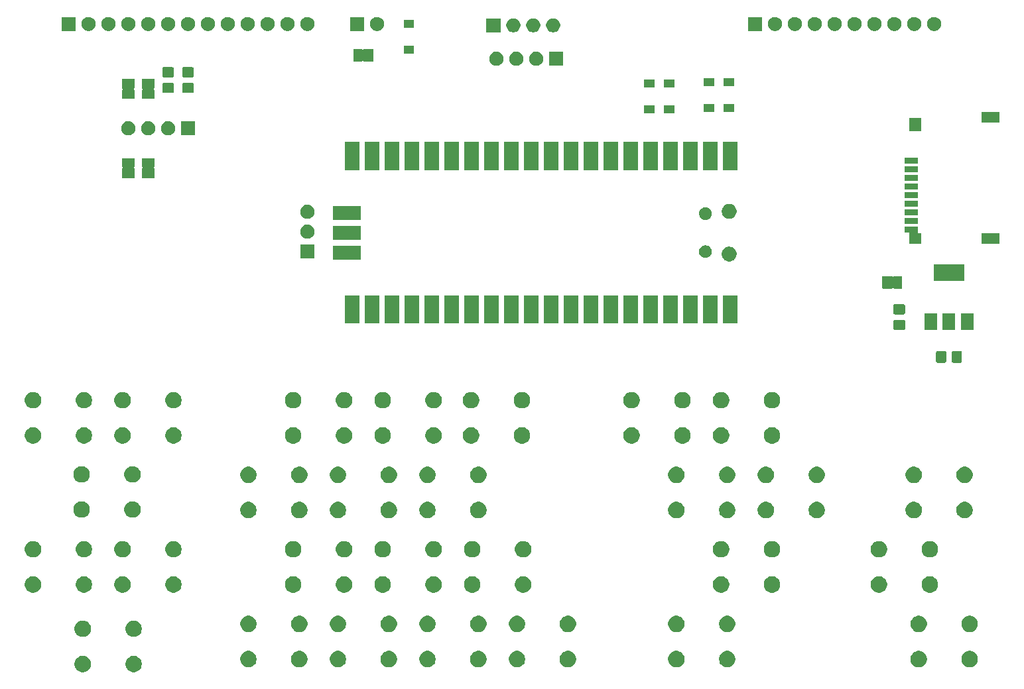
<source format=gbr>
G04 #@! TF.GenerationSoftware,KiCad,Pcbnew,5.1.5+dfsg1-2build2*
G04 #@! TF.CreationDate,2023-12-24T06:28:24+00:00*
G04 #@! TF.ProjectId,small_esc,736d616c-6c5f-4657-9363-2e6b69636164,rev?*
G04 #@! TF.SameCoordinates,Original*
G04 #@! TF.FileFunction,Soldermask,Top*
G04 #@! TF.FilePolarity,Negative*
%FSLAX46Y46*%
G04 Gerber Fmt 4.6, Leading zero omitted, Abs format (unit mm)*
G04 Created by KiCad (PCBNEW 5.1.5+dfsg1-2build2) date 2023-12-24 06:28:24*
%MOMM*%
%LPD*%
G04 APERTURE LIST*
%ADD10C,0.100000*%
G04 APERTURE END LIST*
D10*
G36*
X106406564Y-134759389D02*
G01*
X106597833Y-134838615D01*
X106597835Y-134838616D01*
X106769973Y-134953635D01*
X106916365Y-135100027D01*
X107031385Y-135272167D01*
X107110611Y-135463436D01*
X107151000Y-135666484D01*
X107151000Y-135873516D01*
X107110611Y-136076564D01*
X107065281Y-136186000D01*
X107031384Y-136267835D01*
X106916365Y-136439973D01*
X106769973Y-136586365D01*
X106597835Y-136701384D01*
X106597834Y-136701385D01*
X106597833Y-136701385D01*
X106406564Y-136780611D01*
X106203516Y-136821000D01*
X105996484Y-136821000D01*
X105793436Y-136780611D01*
X105602167Y-136701385D01*
X105602166Y-136701385D01*
X105602165Y-136701384D01*
X105430027Y-136586365D01*
X105283635Y-136439973D01*
X105168616Y-136267835D01*
X105134719Y-136186000D01*
X105089389Y-136076564D01*
X105049000Y-135873516D01*
X105049000Y-135666484D01*
X105089389Y-135463436D01*
X105168615Y-135272167D01*
X105283635Y-135100027D01*
X105430027Y-134953635D01*
X105602165Y-134838616D01*
X105602167Y-134838615D01*
X105793436Y-134759389D01*
X105996484Y-134719000D01*
X106203516Y-134719000D01*
X106406564Y-134759389D01*
G37*
G36*
X99906564Y-134759389D02*
G01*
X100097833Y-134838615D01*
X100097835Y-134838616D01*
X100269973Y-134953635D01*
X100416365Y-135100027D01*
X100531385Y-135272167D01*
X100610611Y-135463436D01*
X100651000Y-135666484D01*
X100651000Y-135873516D01*
X100610611Y-136076564D01*
X100565281Y-136186000D01*
X100531384Y-136267835D01*
X100416365Y-136439973D01*
X100269973Y-136586365D01*
X100097835Y-136701384D01*
X100097834Y-136701385D01*
X100097833Y-136701385D01*
X99906564Y-136780611D01*
X99703516Y-136821000D01*
X99496484Y-136821000D01*
X99293436Y-136780611D01*
X99102167Y-136701385D01*
X99102166Y-136701385D01*
X99102165Y-136701384D01*
X98930027Y-136586365D01*
X98783635Y-136439973D01*
X98668616Y-136267835D01*
X98634719Y-136186000D01*
X98589389Y-136076564D01*
X98549000Y-135873516D01*
X98549000Y-135666484D01*
X98589389Y-135463436D01*
X98668615Y-135272167D01*
X98783635Y-135100027D01*
X98930027Y-134953635D01*
X99102165Y-134838616D01*
X99102167Y-134838615D01*
X99293436Y-134759389D01*
X99496484Y-134719000D01*
X99703516Y-134719000D01*
X99906564Y-134759389D01*
G37*
G36*
X161841564Y-134124389D02*
G01*
X162032833Y-134203615D01*
X162032835Y-134203616D01*
X162204973Y-134318635D01*
X162351365Y-134465027D01*
X162466385Y-134637167D01*
X162545611Y-134828436D01*
X162586000Y-135031484D01*
X162586000Y-135238516D01*
X162545611Y-135441564D01*
X162536551Y-135463436D01*
X162466384Y-135632835D01*
X162351365Y-135804973D01*
X162204973Y-135951365D01*
X162032835Y-136066384D01*
X162032834Y-136066385D01*
X162032833Y-136066385D01*
X161841564Y-136145611D01*
X161638516Y-136186000D01*
X161431484Y-136186000D01*
X161228436Y-136145611D01*
X161037167Y-136066385D01*
X161037166Y-136066385D01*
X161037165Y-136066384D01*
X160865027Y-135951365D01*
X160718635Y-135804973D01*
X160603616Y-135632835D01*
X160533449Y-135463436D01*
X160524389Y-135441564D01*
X160484000Y-135238516D01*
X160484000Y-135031484D01*
X160524389Y-134828436D01*
X160603615Y-134637167D01*
X160718635Y-134465027D01*
X160865027Y-134318635D01*
X161037165Y-134203616D01*
X161037167Y-134203615D01*
X161228436Y-134124389D01*
X161431484Y-134084000D01*
X161638516Y-134084000D01*
X161841564Y-134124389D01*
G37*
G36*
X182176564Y-134124389D02*
G01*
X182367833Y-134203615D01*
X182367835Y-134203616D01*
X182539973Y-134318635D01*
X182686365Y-134465027D01*
X182801385Y-134637167D01*
X182880611Y-134828436D01*
X182921000Y-135031484D01*
X182921000Y-135238516D01*
X182880611Y-135441564D01*
X182871551Y-135463436D01*
X182801384Y-135632835D01*
X182686365Y-135804973D01*
X182539973Y-135951365D01*
X182367835Y-136066384D01*
X182367834Y-136066385D01*
X182367833Y-136066385D01*
X182176564Y-136145611D01*
X181973516Y-136186000D01*
X181766484Y-136186000D01*
X181563436Y-136145611D01*
X181372167Y-136066385D01*
X181372166Y-136066385D01*
X181372165Y-136066384D01*
X181200027Y-135951365D01*
X181053635Y-135804973D01*
X180938616Y-135632835D01*
X180868449Y-135463436D01*
X180859389Y-135441564D01*
X180819000Y-135238516D01*
X180819000Y-135031484D01*
X180859389Y-134828436D01*
X180938615Y-134637167D01*
X181053635Y-134465027D01*
X181200027Y-134318635D01*
X181372165Y-134203616D01*
X181372167Y-134203615D01*
X181563436Y-134124389D01*
X181766484Y-134084000D01*
X181973516Y-134084000D01*
X182176564Y-134124389D01*
G37*
G36*
X175676564Y-134124389D02*
G01*
X175867833Y-134203615D01*
X175867835Y-134203616D01*
X176039973Y-134318635D01*
X176186365Y-134465027D01*
X176301385Y-134637167D01*
X176380611Y-134828436D01*
X176421000Y-135031484D01*
X176421000Y-135238516D01*
X176380611Y-135441564D01*
X176371551Y-135463436D01*
X176301384Y-135632835D01*
X176186365Y-135804973D01*
X176039973Y-135951365D01*
X175867835Y-136066384D01*
X175867834Y-136066385D01*
X175867833Y-136066385D01*
X175676564Y-136145611D01*
X175473516Y-136186000D01*
X175266484Y-136186000D01*
X175063436Y-136145611D01*
X174872167Y-136066385D01*
X174872166Y-136066385D01*
X174872165Y-136066384D01*
X174700027Y-135951365D01*
X174553635Y-135804973D01*
X174438616Y-135632835D01*
X174368449Y-135463436D01*
X174359389Y-135441564D01*
X174319000Y-135238516D01*
X174319000Y-135031484D01*
X174359389Y-134828436D01*
X174438615Y-134637167D01*
X174553635Y-134465027D01*
X174700027Y-134318635D01*
X174872165Y-134203616D01*
X174872167Y-134203615D01*
X175063436Y-134124389D01*
X175266484Y-134084000D01*
X175473516Y-134084000D01*
X175676564Y-134124389D01*
G37*
G36*
X155341564Y-134124389D02*
G01*
X155532833Y-134203615D01*
X155532835Y-134203616D01*
X155704973Y-134318635D01*
X155851365Y-134465027D01*
X155966385Y-134637167D01*
X156045611Y-134828436D01*
X156086000Y-135031484D01*
X156086000Y-135238516D01*
X156045611Y-135441564D01*
X156036551Y-135463436D01*
X155966384Y-135632835D01*
X155851365Y-135804973D01*
X155704973Y-135951365D01*
X155532835Y-136066384D01*
X155532834Y-136066385D01*
X155532833Y-136066385D01*
X155341564Y-136145611D01*
X155138516Y-136186000D01*
X154931484Y-136186000D01*
X154728436Y-136145611D01*
X154537167Y-136066385D01*
X154537166Y-136066385D01*
X154537165Y-136066384D01*
X154365027Y-135951365D01*
X154218635Y-135804973D01*
X154103616Y-135632835D01*
X154033449Y-135463436D01*
X154024389Y-135441564D01*
X153984000Y-135238516D01*
X153984000Y-135031484D01*
X154024389Y-134828436D01*
X154103615Y-134637167D01*
X154218635Y-134465027D01*
X154365027Y-134318635D01*
X154537165Y-134203616D01*
X154537167Y-134203615D01*
X154728436Y-134124389D01*
X154931484Y-134084000D01*
X155138516Y-134084000D01*
X155341564Y-134124389D01*
G37*
G36*
X150411564Y-134124389D02*
G01*
X150602833Y-134203615D01*
X150602835Y-134203616D01*
X150774973Y-134318635D01*
X150921365Y-134465027D01*
X151036385Y-134637167D01*
X151115611Y-134828436D01*
X151156000Y-135031484D01*
X151156000Y-135238516D01*
X151115611Y-135441564D01*
X151106551Y-135463436D01*
X151036384Y-135632835D01*
X150921365Y-135804973D01*
X150774973Y-135951365D01*
X150602835Y-136066384D01*
X150602834Y-136066385D01*
X150602833Y-136066385D01*
X150411564Y-136145611D01*
X150208516Y-136186000D01*
X150001484Y-136186000D01*
X149798436Y-136145611D01*
X149607167Y-136066385D01*
X149607166Y-136066385D01*
X149607165Y-136066384D01*
X149435027Y-135951365D01*
X149288635Y-135804973D01*
X149173616Y-135632835D01*
X149103449Y-135463436D01*
X149094389Y-135441564D01*
X149054000Y-135238516D01*
X149054000Y-135031484D01*
X149094389Y-134828436D01*
X149173615Y-134637167D01*
X149288635Y-134465027D01*
X149435027Y-134318635D01*
X149607165Y-134203616D01*
X149607167Y-134203615D01*
X149798436Y-134124389D01*
X150001484Y-134084000D01*
X150208516Y-134084000D01*
X150411564Y-134124389D01*
G37*
G36*
X143911564Y-134124389D02*
G01*
X144102833Y-134203615D01*
X144102835Y-134203616D01*
X144274973Y-134318635D01*
X144421365Y-134465027D01*
X144536385Y-134637167D01*
X144615611Y-134828436D01*
X144656000Y-135031484D01*
X144656000Y-135238516D01*
X144615611Y-135441564D01*
X144606551Y-135463436D01*
X144536384Y-135632835D01*
X144421365Y-135804973D01*
X144274973Y-135951365D01*
X144102835Y-136066384D01*
X144102834Y-136066385D01*
X144102833Y-136066385D01*
X143911564Y-136145611D01*
X143708516Y-136186000D01*
X143501484Y-136186000D01*
X143298436Y-136145611D01*
X143107167Y-136066385D01*
X143107166Y-136066385D01*
X143107165Y-136066384D01*
X142935027Y-135951365D01*
X142788635Y-135804973D01*
X142673616Y-135632835D01*
X142603449Y-135463436D01*
X142594389Y-135441564D01*
X142554000Y-135238516D01*
X142554000Y-135031484D01*
X142594389Y-134828436D01*
X142673615Y-134637167D01*
X142788635Y-134465027D01*
X142935027Y-134318635D01*
X143107165Y-134203616D01*
X143107167Y-134203615D01*
X143298436Y-134124389D01*
X143501484Y-134084000D01*
X143708516Y-134084000D01*
X143911564Y-134124389D01*
G37*
G36*
X138981564Y-134124389D02*
G01*
X139172833Y-134203615D01*
X139172835Y-134203616D01*
X139344973Y-134318635D01*
X139491365Y-134465027D01*
X139606385Y-134637167D01*
X139685611Y-134828436D01*
X139726000Y-135031484D01*
X139726000Y-135238516D01*
X139685611Y-135441564D01*
X139676551Y-135463436D01*
X139606384Y-135632835D01*
X139491365Y-135804973D01*
X139344973Y-135951365D01*
X139172835Y-136066384D01*
X139172834Y-136066385D01*
X139172833Y-136066385D01*
X138981564Y-136145611D01*
X138778516Y-136186000D01*
X138571484Y-136186000D01*
X138368436Y-136145611D01*
X138177167Y-136066385D01*
X138177166Y-136066385D01*
X138177165Y-136066384D01*
X138005027Y-135951365D01*
X137858635Y-135804973D01*
X137743616Y-135632835D01*
X137673449Y-135463436D01*
X137664389Y-135441564D01*
X137624000Y-135238516D01*
X137624000Y-135031484D01*
X137664389Y-134828436D01*
X137743615Y-134637167D01*
X137858635Y-134465027D01*
X138005027Y-134318635D01*
X138177165Y-134203616D01*
X138177167Y-134203615D01*
X138368436Y-134124389D01*
X138571484Y-134084000D01*
X138778516Y-134084000D01*
X138981564Y-134124389D01*
G37*
G36*
X132481564Y-134124389D02*
G01*
X132672833Y-134203615D01*
X132672835Y-134203616D01*
X132844973Y-134318635D01*
X132991365Y-134465027D01*
X133106385Y-134637167D01*
X133185611Y-134828436D01*
X133226000Y-135031484D01*
X133226000Y-135238516D01*
X133185611Y-135441564D01*
X133176551Y-135463436D01*
X133106384Y-135632835D01*
X132991365Y-135804973D01*
X132844973Y-135951365D01*
X132672835Y-136066384D01*
X132672834Y-136066385D01*
X132672833Y-136066385D01*
X132481564Y-136145611D01*
X132278516Y-136186000D01*
X132071484Y-136186000D01*
X131868436Y-136145611D01*
X131677167Y-136066385D01*
X131677166Y-136066385D01*
X131677165Y-136066384D01*
X131505027Y-135951365D01*
X131358635Y-135804973D01*
X131243616Y-135632835D01*
X131173449Y-135463436D01*
X131164389Y-135441564D01*
X131124000Y-135238516D01*
X131124000Y-135031484D01*
X131164389Y-134828436D01*
X131243615Y-134637167D01*
X131358635Y-134465027D01*
X131505027Y-134318635D01*
X131677165Y-134203616D01*
X131677167Y-134203615D01*
X131868436Y-134124389D01*
X132071484Y-134084000D01*
X132278516Y-134084000D01*
X132481564Y-134124389D01*
G37*
G36*
X127551564Y-134124389D02*
G01*
X127742833Y-134203615D01*
X127742835Y-134203616D01*
X127914973Y-134318635D01*
X128061365Y-134465027D01*
X128176385Y-134637167D01*
X128255611Y-134828436D01*
X128296000Y-135031484D01*
X128296000Y-135238516D01*
X128255611Y-135441564D01*
X128246551Y-135463436D01*
X128176384Y-135632835D01*
X128061365Y-135804973D01*
X127914973Y-135951365D01*
X127742835Y-136066384D01*
X127742834Y-136066385D01*
X127742833Y-136066385D01*
X127551564Y-136145611D01*
X127348516Y-136186000D01*
X127141484Y-136186000D01*
X126938436Y-136145611D01*
X126747167Y-136066385D01*
X126747166Y-136066385D01*
X126747165Y-136066384D01*
X126575027Y-135951365D01*
X126428635Y-135804973D01*
X126313616Y-135632835D01*
X126243449Y-135463436D01*
X126234389Y-135441564D01*
X126194000Y-135238516D01*
X126194000Y-135031484D01*
X126234389Y-134828436D01*
X126313615Y-134637167D01*
X126428635Y-134465027D01*
X126575027Y-134318635D01*
X126747165Y-134203616D01*
X126747167Y-134203615D01*
X126938436Y-134124389D01*
X127141484Y-134084000D01*
X127348516Y-134084000D01*
X127551564Y-134124389D01*
G37*
G36*
X121051564Y-134124389D02*
G01*
X121242833Y-134203615D01*
X121242835Y-134203616D01*
X121414973Y-134318635D01*
X121561365Y-134465027D01*
X121676385Y-134637167D01*
X121755611Y-134828436D01*
X121796000Y-135031484D01*
X121796000Y-135238516D01*
X121755611Y-135441564D01*
X121746551Y-135463436D01*
X121676384Y-135632835D01*
X121561365Y-135804973D01*
X121414973Y-135951365D01*
X121242835Y-136066384D01*
X121242834Y-136066385D01*
X121242833Y-136066385D01*
X121051564Y-136145611D01*
X120848516Y-136186000D01*
X120641484Y-136186000D01*
X120438436Y-136145611D01*
X120247167Y-136066385D01*
X120247166Y-136066385D01*
X120247165Y-136066384D01*
X120075027Y-135951365D01*
X119928635Y-135804973D01*
X119813616Y-135632835D01*
X119743449Y-135463436D01*
X119734389Y-135441564D01*
X119694000Y-135238516D01*
X119694000Y-135031484D01*
X119734389Y-134828436D01*
X119813615Y-134637167D01*
X119928635Y-134465027D01*
X120075027Y-134318635D01*
X120247165Y-134203616D01*
X120247167Y-134203615D01*
X120438436Y-134124389D01*
X120641484Y-134084000D01*
X120848516Y-134084000D01*
X121051564Y-134124389D01*
G37*
G36*
X206616564Y-134124389D02*
G01*
X206807833Y-134203615D01*
X206807835Y-134203616D01*
X206979973Y-134318635D01*
X207126365Y-134465027D01*
X207241385Y-134637167D01*
X207320611Y-134828436D01*
X207361000Y-135031484D01*
X207361000Y-135238516D01*
X207320611Y-135441564D01*
X207311551Y-135463436D01*
X207241384Y-135632835D01*
X207126365Y-135804973D01*
X206979973Y-135951365D01*
X206807835Y-136066384D01*
X206807834Y-136066385D01*
X206807833Y-136066385D01*
X206616564Y-136145611D01*
X206413516Y-136186000D01*
X206206484Y-136186000D01*
X206003436Y-136145611D01*
X205812167Y-136066385D01*
X205812166Y-136066385D01*
X205812165Y-136066384D01*
X205640027Y-135951365D01*
X205493635Y-135804973D01*
X205378616Y-135632835D01*
X205308449Y-135463436D01*
X205299389Y-135441564D01*
X205259000Y-135238516D01*
X205259000Y-135031484D01*
X205299389Y-134828436D01*
X205378615Y-134637167D01*
X205493635Y-134465027D01*
X205640027Y-134318635D01*
X205812165Y-134203616D01*
X205812167Y-134203615D01*
X206003436Y-134124389D01*
X206206484Y-134084000D01*
X206413516Y-134084000D01*
X206616564Y-134124389D01*
G37*
G36*
X213116564Y-134124389D02*
G01*
X213307833Y-134203615D01*
X213307835Y-134203616D01*
X213479973Y-134318635D01*
X213626365Y-134465027D01*
X213741385Y-134637167D01*
X213820611Y-134828436D01*
X213861000Y-135031484D01*
X213861000Y-135238516D01*
X213820611Y-135441564D01*
X213811551Y-135463436D01*
X213741384Y-135632835D01*
X213626365Y-135804973D01*
X213479973Y-135951365D01*
X213307835Y-136066384D01*
X213307834Y-136066385D01*
X213307833Y-136066385D01*
X213116564Y-136145611D01*
X212913516Y-136186000D01*
X212706484Y-136186000D01*
X212503436Y-136145611D01*
X212312167Y-136066385D01*
X212312166Y-136066385D01*
X212312165Y-136066384D01*
X212140027Y-135951365D01*
X211993635Y-135804973D01*
X211878616Y-135632835D01*
X211808449Y-135463436D01*
X211799389Y-135441564D01*
X211759000Y-135238516D01*
X211759000Y-135031484D01*
X211799389Y-134828436D01*
X211878615Y-134637167D01*
X211993635Y-134465027D01*
X212140027Y-134318635D01*
X212312165Y-134203616D01*
X212312167Y-134203615D01*
X212503436Y-134124389D01*
X212706484Y-134084000D01*
X212913516Y-134084000D01*
X213116564Y-134124389D01*
G37*
G36*
X106406564Y-130259389D02*
G01*
X106597833Y-130338615D01*
X106597835Y-130338616D01*
X106769973Y-130453635D01*
X106916365Y-130600027D01*
X107031385Y-130772167D01*
X107110611Y-130963436D01*
X107151000Y-131166484D01*
X107151000Y-131373516D01*
X107110611Y-131576564D01*
X107065281Y-131686000D01*
X107031384Y-131767835D01*
X106916365Y-131939973D01*
X106769973Y-132086365D01*
X106597835Y-132201384D01*
X106597834Y-132201385D01*
X106597833Y-132201385D01*
X106406564Y-132280611D01*
X106203516Y-132321000D01*
X105996484Y-132321000D01*
X105793436Y-132280611D01*
X105602167Y-132201385D01*
X105602166Y-132201385D01*
X105602165Y-132201384D01*
X105430027Y-132086365D01*
X105283635Y-131939973D01*
X105168616Y-131767835D01*
X105134719Y-131686000D01*
X105089389Y-131576564D01*
X105049000Y-131373516D01*
X105049000Y-131166484D01*
X105089389Y-130963436D01*
X105168615Y-130772167D01*
X105283635Y-130600027D01*
X105430027Y-130453635D01*
X105602165Y-130338616D01*
X105602167Y-130338615D01*
X105793436Y-130259389D01*
X105996484Y-130219000D01*
X106203516Y-130219000D01*
X106406564Y-130259389D01*
G37*
G36*
X99906564Y-130259389D02*
G01*
X100097833Y-130338615D01*
X100097835Y-130338616D01*
X100269973Y-130453635D01*
X100416365Y-130600027D01*
X100531385Y-130772167D01*
X100610611Y-130963436D01*
X100651000Y-131166484D01*
X100651000Y-131373516D01*
X100610611Y-131576564D01*
X100565281Y-131686000D01*
X100531384Y-131767835D01*
X100416365Y-131939973D01*
X100269973Y-132086365D01*
X100097835Y-132201384D01*
X100097834Y-132201385D01*
X100097833Y-132201385D01*
X99906564Y-132280611D01*
X99703516Y-132321000D01*
X99496484Y-132321000D01*
X99293436Y-132280611D01*
X99102167Y-132201385D01*
X99102166Y-132201385D01*
X99102165Y-132201384D01*
X98930027Y-132086365D01*
X98783635Y-131939973D01*
X98668616Y-131767835D01*
X98634719Y-131686000D01*
X98589389Y-131576564D01*
X98549000Y-131373516D01*
X98549000Y-131166484D01*
X98589389Y-130963436D01*
X98668615Y-130772167D01*
X98783635Y-130600027D01*
X98930027Y-130453635D01*
X99102165Y-130338616D01*
X99102167Y-130338615D01*
X99293436Y-130259389D01*
X99496484Y-130219000D01*
X99703516Y-130219000D01*
X99906564Y-130259389D01*
G37*
G36*
X182176564Y-129624389D02*
G01*
X182367833Y-129703615D01*
X182367835Y-129703616D01*
X182539973Y-129818635D01*
X182686365Y-129965027D01*
X182801385Y-130137167D01*
X182880611Y-130328436D01*
X182921000Y-130531484D01*
X182921000Y-130738516D01*
X182880611Y-130941564D01*
X182871551Y-130963436D01*
X182801384Y-131132835D01*
X182686365Y-131304973D01*
X182539973Y-131451365D01*
X182367835Y-131566384D01*
X182367834Y-131566385D01*
X182367833Y-131566385D01*
X182176564Y-131645611D01*
X181973516Y-131686000D01*
X181766484Y-131686000D01*
X181563436Y-131645611D01*
X181372167Y-131566385D01*
X181372166Y-131566385D01*
X181372165Y-131566384D01*
X181200027Y-131451365D01*
X181053635Y-131304973D01*
X180938616Y-131132835D01*
X180868449Y-130963436D01*
X180859389Y-130941564D01*
X180819000Y-130738516D01*
X180819000Y-130531484D01*
X180859389Y-130328436D01*
X180938615Y-130137167D01*
X181053635Y-129965027D01*
X181200027Y-129818635D01*
X181372165Y-129703616D01*
X181372167Y-129703615D01*
X181563436Y-129624389D01*
X181766484Y-129584000D01*
X181973516Y-129584000D01*
X182176564Y-129624389D01*
G37*
G36*
X213116564Y-129624389D02*
G01*
X213307833Y-129703615D01*
X213307835Y-129703616D01*
X213479973Y-129818635D01*
X213626365Y-129965027D01*
X213741385Y-130137167D01*
X213820611Y-130328436D01*
X213861000Y-130531484D01*
X213861000Y-130738516D01*
X213820611Y-130941564D01*
X213811551Y-130963436D01*
X213741384Y-131132835D01*
X213626365Y-131304973D01*
X213479973Y-131451365D01*
X213307835Y-131566384D01*
X213307834Y-131566385D01*
X213307833Y-131566385D01*
X213116564Y-131645611D01*
X212913516Y-131686000D01*
X212706484Y-131686000D01*
X212503436Y-131645611D01*
X212312167Y-131566385D01*
X212312166Y-131566385D01*
X212312165Y-131566384D01*
X212140027Y-131451365D01*
X211993635Y-131304973D01*
X211878616Y-131132835D01*
X211808449Y-130963436D01*
X211799389Y-130941564D01*
X211759000Y-130738516D01*
X211759000Y-130531484D01*
X211799389Y-130328436D01*
X211878615Y-130137167D01*
X211993635Y-129965027D01*
X212140027Y-129818635D01*
X212312165Y-129703616D01*
X212312167Y-129703615D01*
X212503436Y-129624389D01*
X212706484Y-129584000D01*
X212913516Y-129584000D01*
X213116564Y-129624389D01*
G37*
G36*
X121051564Y-129624389D02*
G01*
X121242833Y-129703615D01*
X121242835Y-129703616D01*
X121414973Y-129818635D01*
X121561365Y-129965027D01*
X121676385Y-130137167D01*
X121755611Y-130328436D01*
X121796000Y-130531484D01*
X121796000Y-130738516D01*
X121755611Y-130941564D01*
X121746551Y-130963436D01*
X121676384Y-131132835D01*
X121561365Y-131304973D01*
X121414973Y-131451365D01*
X121242835Y-131566384D01*
X121242834Y-131566385D01*
X121242833Y-131566385D01*
X121051564Y-131645611D01*
X120848516Y-131686000D01*
X120641484Y-131686000D01*
X120438436Y-131645611D01*
X120247167Y-131566385D01*
X120247166Y-131566385D01*
X120247165Y-131566384D01*
X120075027Y-131451365D01*
X119928635Y-131304973D01*
X119813616Y-131132835D01*
X119743449Y-130963436D01*
X119734389Y-130941564D01*
X119694000Y-130738516D01*
X119694000Y-130531484D01*
X119734389Y-130328436D01*
X119813615Y-130137167D01*
X119928635Y-129965027D01*
X120075027Y-129818635D01*
X120247165Y-129703616D01*
X120247167Y-129703615D01*
X120438436Y-129624389D01*
X120641484Y-129584000D01*
X120848516Y-129584000D01*
X121051564Y-129624389D01*
G37*
G36*
X127551564Y-129624389D02*
G01*
X127742833Y-129703615D01*
X127742835Y-129703616D01*
X127914973Y-129818635D01*
X128061365Y-129965027D01*
X128176385Y-130137167D01*
X128255611Y-130328436D01*
X128296000Y-130531484D01*
X128296000Y-130738516D01*
X128255611Y-130941564D01*
X128246551Y-130963436D01*
X128176384Y-131132835D01*
X128061365Y-131304973D01*
X127914973Y-131451365D01*
X127742835Y-131566384D01*
X127742834Y-131566385D01*
X127742833Y-131566385D01*
X127551564Y-131645611D01*
X127348516Y-131686000D01*
X127141484Y-131686000D01*
X126938436Y-131645611D01*
X126747167Y-131566385D01*
X126747166Y-131566385D01*
X126747165Y-131566384D01*
X126575027Y-131451365D01*
X126428635Y-131304973D01*
X126313616Y-131132835D01*
X126243449Y-130963436D01*
X126234389Y-130941564D01*
X126194000Y-130738516D01*
X126194000Y-130531484D01*
X126234389Y-130328436D01*
X126313615Y-130137167D01*
X126428635Y-129965027D01*
X126575027Y-129818635D01*
X126747165Y-129703616D01*
X126747167Y-129703615D01*
X126938436Y-129624389D01*
X127141484Y-129584000D01*
X127348516Y-129584000D01*
X127551564Y-129624389D01*
G37*
G36*
X132481564Y-129624389D02*
G01*
X132672833Y-129703615D01*
X132672835Y-129703616D01*
X132844973Y-129818635D01*
X132991365Y-129965027D01*
X133106385Y-130137167D01*
X133185611Y-130328436D01*
X133226000Y-130531484D01*
X133226000Y-130738516D01*
X133185611Y-130941564D01*
X133176551Y-130963436D01*
X133106384Y-131132835D01*
X132991365Y-131304973D01*
X132844973Y-131451365D01*
X132672835Y-131566384D01*
X132672834Y-131566385D01*
X132672833Y-131566385D01*
X132481564Y-131645611D01*
X132278516Y-131686000D01*
X132071484Y-131686000D01*
X131868436Y-131645611D01*
X131677167Y-131566385D01*
X131677166Y-131566385D01*
X131677165Y-131566384D01*
X131505027Y-131451365D01*
X131358635Y-131304973D01*
X131243616Y-131132835D01*
X131173449Y-130963436D01*
X131164389Y-130941564D01*
X131124000Y-130738516D01*
X131124000Y-130531484D01*
X131164389Y-130328436D01*
X131243615Y-130137167D01*
X131358635Y-129965027D01*
X131505027Y-129818635D01*
X131677165Y-129703616D01*
X131677167Y-129703615D01*
X131868436Y-129624389D01*
X132071484Y-129584000D01*
X132278516Y-129584000D01*
X132481564Y-129624389D01*
G37*
G36*
X138981564Y-129624389D02*
G01*
X139172833Y-129703615D01*
X139172835Y-129703616D01*
X139344973Y-129818635D01*
X139491365Y-129965027D01*
X139606385Y-130137167D01*
X139685611Y-130328436D01*
X139726000Y-130531484D01*
X139726000Y-130738516D01*
X139685611Y-130941564D01*
X139676551Y-130963436D01*
X139606384Y-131132835D01*
X139491365Y-131304973D01*
X139344973Y-131451365D01*
X139172835Y-131566384D01*
X139172834Y-131566385D01*
X139172833Y-131566385D01*
X138981564Y-131645611D01*
X138778516Y-131686000D01*
X138571484Y-131686000D01*
X138368436Y-131645611D01*
X138177167Y-131566385D01*
X138177166Y-131566385D01*
X138177165Y-131566384D01*
X138005027Y-131451365D01*
X137858635Y-131304973D01*
X137743616Y-131132835D01*
X137673449Y-130963436D01*
X137664389Y-130941564D01*
X137624000Y-130738516D01*
X137624000Y-130531484D01*
X137664389Y-130328436D01*
X137743615Y-130137167D01*
X137858635Y-129965027D01*
X138005027Y-129818635D01*
X138177165Y-129703616D01*
X138177167Y-129703615D01*
X138368436Y-129624389D01*
X138571484Y-129584000D01*
X138778516Y-129584000D01*
X138981564Y-129624389D01*
G37*
G36*
X143911564Y-129624389D02*
G01*
X144102833Y-129703615D01*
X144102835Y-129703616D01*
X144274973Y-129818635D01*
X144421365Y-129965027D01*
X144536385Y-130137167D01*
X144615611Y-130328436D01*
X144656000Y-130531484D01*
X144656000Y-130738516D01*
X144615611Y-130941564D01*
X144606551Y-130963436D01*
X144536384Y-131132835D01*
X144421365Y-131304973D01*
X144274973Y-131451365D01*
X144102835Y-131566384D01*
X144102834Y-131566385D01*
X144102833Y-131566385D01*
X143911564Y-131645611D01*
X143708516Y-131686000D01*
X143501484Y-131686000D01*
X143298436Y-131645611D01*
X143107167Y-131566385D01*
X143107166Y-131566385D01*
X143107165Y-131566384D01*
X142935027Y-131451365D01*
X142788635Y-131304973D01*
X142673616Y-131132835D01*
X142603449Y-130963436D01*
X142594389Y-130941564D01*
X142554000Y-130738516D01*
X142554000Y-130531484D01*
X142594389Y-130328436D01*
X142673615Y-130137167D01*
X142788635Y-129965027D01*
X142935027Y-129818635D01*
X143107165Y-129703616D01*
X143107167Y-129703615D01*
X143298436Y-129624389D01*
X143501484Y-129584000D01*
X143708516Y-129584000D01*
X143911564Y-129624389D01*
G37*
G36*
X150411564Y-129624389D02*
G01*
X150602833Y-129703615D01*
X150602835Y-129703616D01*
X150774973Y-129818635D01*
X150921365Y-129965027D01*
X151036385Y-130137167D01*
X151115611Y-130328436D01*
X151156000Y-130531484D01*
X151156000Y-130738516D01*
X151115611Y-130941564D01*
X151106551Y-130963436D01*
X151036384Y-131132835D01*
X150921365Y-131304973D01*
X150774973Y-131451365D01*
X150602835Y-131566384D01*
X150602834Y-131566385D01*
X150602833Y-131566385D01*
X150411564Y-131645611D01*
X150208516Y-131686000D01*
X150001484Y-131686000D01*
X149798436Y-131645611D01*
X149607167Y-131566385D01*
X149607166Y-131566385D01*
X149607165Y-131566384D01*
X149435027Y-131451365D01*
X149288635Y-131304973D01*
X149173616Y-131132835D01*
X149103449Y-130963436D01*
X149094389Y-130941564D01*
X149054000Y-130738516D01*
X149054000Y-130531484D01*
X149094389Y-130328436D01*
X149173615Y-130137167D01*
X149288635Y-129965027D01*
X149435027Y-129818635D01*
X149607165Y-129703616D01*
X149607167Y-129703615D01*
X149798436Y-129624389D01*
X150001484Y-129584000D01*
X150208516Y-129584000D01*
X150411564Y-129624389D01*
G37*
G36*
X206616564Y-129624389D02*
G01*
X206807833Y-129703615D01*
X206807835Y-129703616D01*
X206979973Y-129818635D01*
X207126365Y-129965027D01*
X207241385Y-130137167D01*
X207320611Y-130328436D01*
X207361000Y-130531484D01*
X207361000Y-130738516D01*
X207320611Y-130941564D01*
X207311551Y-130963436D01*
X207241384Y-131132835D01*
X207126365Y-131304973D01*
X206979973Y-131451365D01*
X206807835Y-131566384D01*
X206807834Y-131566385D01*
X206807833Y-131566385D01*
X206616564Y-131645611D01*
X206413516Y-131686000D01*
X206206484Y-131686000D01*
X206003436Y-131645611D01*
X205812167Y-131566385D01*
X205812166Y-131566385D01*
X205812165Y-131566384D01*
X205640027Y-131451365D01*
X205493635Y-131304973D01*
X205378616Y-131132835D01*
X205308449Y-130963436D01*
X205299389Y-130941564D01*
X205259000Y-130738516D01*
X205259000Y-130531484D01*
X205299389Y-130328436D01*
X205378615Y-130137167D01*
X205493635Y-129965027D01*
X205640027Y-129818635D01*
X205812165Y-129703616D01*
X205812167Y-129703615D01*
X206003436Y-129624389D01*
X206206484Y-129584000D01*
X206413516Y-129584000D01*
X206616564Y-129624389D01*
G37*
G36*
X155341564Y-129624389D02*
G01*
X155532833Y-129703615D01*
X155532835Y-129703616D01*
X155704973Y-129818635D01*
X155851365Y-129965027D01*
X155966385Y-130137167D01*
X156045611Y-130328436D01*
X156086000Y-130531484D01*
X156086000Y-130738516D01*
X156045611Y-130941564D01*
X156036551Y-130963436D01*
X155966384Y-131132835D01*
X155851365Y-131304973D01*
X155704973Y-131451365D01*
X155532835Y-131566384D01*
X155532834Y-131566385D01*
X155532833Y-131566385D01*
X155341564Y-131645611D01*
X155138516Y-131686000D01*
X154931484Y-131686000D01*
X154728436Y-131645611D01*
X154537167Y-131566385D01*
X154537166Y-131566385D01*
X154537165Y-131566384D01*
X154365027Y-131451365D01*
X154218635Y-131304973D01*
X154103616Y-131132835D01*
X154033449Y-130963436D01*
X154024389Y-130941564D01*
X153984000Y-130738516D01*
X153984000Y-130531484D01*
X154024389Y-130328436D01*
X154103615Y-130137167D01*
X154218635Y-129965027D01*
X154365027Y-129818635D01*
X154537165Y-129703616D01*
X154537167Y-129703615D01*
X154728436Y-129624389D01*
X154931484Y-129584000D01*
X155138516Y-129584000D01*
X155341564Y-129624389D01*
G37*
G36*
X161841564Y-129624389D02*
G01*
X162032833Y-129703615D01*
X162032835Y-129703616D01*
X162204973Y-129818635D01*
X162351365Y-129965027D01*
X162466385Y-130137167D01*
X162545611Y-130328436D01*
X162586000Y-130531484D01*
X162586000Y-130738516D01*
X162545611Y-130941564D01*
X162536551Y-130963436D01*
X162466384Y-131132835D01*
X162351365Y-131304973D01*
X162204973Y-131451365D01*
X162032835Y-131566384D01*
X162032834Y-131566385D01*
X162032833Y-131566385D01*
X161841564Y-131645611D01*
X161638516Y-131686000D01*
X161431484Y-131686000D01*
X161228436Y-131645611D01*
X161037167Y-131566385D01*
X161037166Y-131566385D01*
X161037165Y-131566384D01*
X160865027Y-131451365D01*
X160718635Y-131304973D01*
X160603616Y-131132835D01*
X160533449Y-130963436D01*
X160524389Y-130941564D01*
X160484000Y-130738516D01*
X160484000Y-130531484D01*
X160524389Y-130328436D01*
X160603615Y-130137167D01*
X160718635Y-129965027D01*
X160865027Y-129818635D01*
X161037165Y-129703616D01*
X161037167Y-129703615D01*
X161228436Y-129624389D01*
X161431484Y-129584000D01*
X161638516Y-129584000D01*
X161841564Y-129624389D01*
G37*
G36*
X175676564Y-129624389D02*
G01*
X175867833Y-129703615D01*
X175867835Y-129703616D01*
X176039973Y-129818635D01*
X176186365Y-129965027D01*
X176301385Y-130137167D01*
X176380611Y-130328436D01*
X176421000Y-130531484D01*
X176421000Y-130738516D01*
X176380611Y-130941564D01*
X176371551Y-130963436D01*
X176301384Y-131132835D01*
X176186365Y-131304973D01*
X176039973Y-131451365D01*
X175867835Y-131566384D01*
X175867834Y-131566385D01*
X175867833Y-131566385D01*
X175676564Y-131645611D01*
X175473516Y-131686000D01*
X175266484Y-131686000D01*
X175063436Y-131645611D01*
X174872167Y-131566385D01*
X174872166Y-131566385D01*
X174872165Y-131566384D01*
X174700027Y-131451365D01*
X174553635Y-131304973D01*
X174438616Y-131132835D01*
X174368449Y-130963436D01*
X174359389Y-130941564D01*
X174319000Y-130738516D01*
X174319000Y-130531484D01*
X174359389Y-130328436D01*
X174438615Y-130137167D01*
X174553635Y-129965027D01*
X174700027Y-129818635D01*
X174872165Y-129703616D01*
X174872167Y-129703615D01*
X175063436Y-129624389D01*
X175266484Y-129584000D01*
X175473516Y-129584000D01*
X175676564Y-129624389D01*
G37*
G36*
X144696564Y-124599389D02*
G01*
X144887833Y-124678615D01*
X144887835Y-124678616D01*
X145059973Y-124793635D01*
X145206365Y-124940027D01*
X145321385Y-125112167D01*
X145400611Y-125303436D01*
X145441000Y-125506484D01*
X145441000Y-125713516D01*
X145400611Y-125916564D01*
X145321385Y-126107833D01*
X145321384Y-126107835D01*
X145206365Y-126279973D01*
X145059973Y-126426365D01*
X144887835Y-126541384D01*
X144887834Y-126541385D01*
X144887833Y-126541385D01*
X144696564Y-126620611D01*
X144493516Y-126661000D01*
X144286484Y-126661000D01*
X144083436Y-126620611D01*
X143892167Y-126541385D01*
X143892166Y-126541385D01*
X143892165Y-126541384D01*
X143720027Y-126426365D01*
X143573635Y-126279973D01*
X143458616Y-126107835D01*
X143458615Y-126107833D01*
X143379389Y-125916564D01*
X143339000Y-125713516D01*
X143339000Y-125506484D01*
X143379389Y-125303436D01*
X143458615Y-125112167D01*
X143573635Y-124940027D01*
X143720027Y-124793635D01*
X143892165Y-124678616D01*
X143892167Y-124678615D01*
X144083436Y-124599389D01*
X144286484Y-124559000D01*
X144493516Y-124559000D01*
X144696564Y-124599389D01*
G37*
G36*
X100056564Y-124599389D02*
G01*
X100247833Y-124678615D01*
X100247835Y-124678616D01*
X100419973Y-124793635D01*
X100566365Y-124940027D01*
X100681385Y-125112167D01*
X100760611Y-125303436D01*
X100801000Y-125506484D01*
X100801000Y-125713516D01*
X100760611Y-125916564D01*
X100681385Y-126107833D01*
X100681384Y-126107835D01*
X100566365Y-126279973D01*
X100419973Y-126426365D01*
X100247835Y-126541384D01*
X100247834Y-126541385D01*
X100247833Y-126541385D01*
X100056564Y-126620611D01*
X99853516Y-126661000D01*
X99646484Y-126661000D01*
X99443436Y-126620611D01*
X99252167Y-126541385D01*
X99252166Y-126541385D01*
X99252165Y-126541384D01*
X99080027Y-126426365D01*
X98933635Y-126279973D01*
X98818616Y-126107835D01*
X98818615Y-126107833D01*
X98739389Y-125916564D01*
X98699000Y-125713516D01*
X98699000Y-125506484D01*
X98739389Y-125303436D01*
X98818615Y-125112167D01*
X98933635Y-124940027D01*
X99080027Y-124793635D01*
X99252165Y-124678616D01*
X99252167Y-124678615D01*
X99443436Y-124599389D01*
X99646484Y-124559000D01*
X99853516Y-124559000D01*
X100056564Y-124599389D01*
G37*
G36*
X93556564Y-124599389D02*
G01*
X93747833Y-124678615D01*
X93747835Y-124678616D01*
X93919973Y-124793635D01*
X94066365Y-124940027D01*
X94181385Y-125112167D01*
X94260611Y-125303436D01*
X94301000Y-125506484D01*
X94301000Y-125713516D01*
X94260611Y-125916564D01*
X94181385Y-126107833D01*
X94181384Y-126107835D01*
X94066365Y-126279973D01*
X93919973Y-126426365D01*
X93747835Y-126541384D01*
X93747834Y-126541385D01*
X93747833Y-126541385D01*
X93556564Y-126620611D01*
X93353516Y-126661000D01*
X93146484Y-126661000D01*
X92943436Y-126620611D01*
X92752167Y-126541385D01*
X92752166Y-126541385D01*
X92752165Y-126541384D01*
X92580027Y-126426365D01*
X92433635Y-126279973D01*
X92318616Y-126107835D01*
X92318615Y-126107833D01*
X92239389Y-125916564D01*
X92199000Y-125713516D01*
X92199000Y-125506484D01*
X92239389Y-125303436D01*
X92318615Y-125112167D01*
X92433635Y-124940027D01*
X92580027Y-124793635D01*
X92752165Y-124678616D01*
X92752167Y-124678615D01*
X92943436Y-124599389D01*
X93146484Y-124559000D01*
X93353516Y-124559000D01*
X93556564Y-124599389D01*
G37*
G36*
X104986564Y-124599389D02*
G01*
X105177833Y-124678615D01*
X105177835Y-124678616D01*
X105349973Y-124793635D01*
X105496365Y-124940027D01*
X105611385Y-125112167D01*
X105690611Y-125303436D01*
X105731000Y-125506484D01*
X105731000Y-125713516D01*
X105690611Y-125916564D01*
X105611385Y-126107833D01*
X105611384Y-126107835D01*
X105496365Y-126279973D01*
X105349973Y-126426365D01*
X105177835Y-126541384D01*
X105177834Y-126541385D01*
X105177833Y-126541385D01*
X104986564Y-126620611D01*
X104783516Y-126661000D01*
X104576484Y-126661000D01*
X104373436Y-126620611D01*
X104182167Y-126541385D01*
X104182166Y-126541385D01*
X104182165Y-126541384D01*
X104010027Y-126426365D01*
X103863635Y-126279973D01*
X103748616Y-126107835D01*
X103748615Y-126107833D01*
X103669389Y-125916564D01*
X103629000Y-125713516D01*
X103629000Y-125506484D01*
X103669389Y-125303436D01*
X103748615Y-125112167D01*
X103863635Y-124940027D01*
X104010027Y-124793635D01*
X104182165Y-124678616D01*
X104182167Y-124678615D01*
X104373436Y-124599389D01*
X104576484Y-124559000D01*
X104783516Y-124559000D01*
X104986564Y-124599389D01*
G37*
G36*
X111486564Y-124599389D02*
G01*
X111677833Y-124678615D01*
X111677835Y-124678616D01*
X111849973Y-124793635D01*
X111996365Y-124940027D01*
X112111385Y-125112167D01*
X112190611Y-125303436D01*
X112231000Y-125506484D01*
X112231000Y-125713516D01*
X112190611Y-125916564D01*
X112111385Y-126107833D01*
X112111384Y-126107835D01*
X111996365Y-126279973D01*
X111849973Y-126426365D01*
X111677835Y-126541384D01*
X111677834Y-126541385D01*
X111677833Y-126541385D01*
X111486564Y-126620611D01*
X111283516Y-126661000D01*
X111076484Y-126661000D01*
X110873436Y-126620611D01*
X110682167Y-126541385D01*
X110682166Y-126541385D01*
X110682165Y-126541384D01*
X110510027Y-126426365D01*
X110363635Y-126279973D01*
X110248616Y-126107835D01*
X110248615Y-126107833D01*
X110169389Y-125916564D01*
X110129000Y-125713516D01*
X110129000Y-125506484D01*
X110169389Y-125303436D01*
X110248615Y-125112167D01*
X110363635Y-124940027D01*
X110510027Y-124793635D01*
X110682165Y-124678616D01*
X110682167Y-124678615D01*
X110873436Y-124599389D01*
X111076484Y-124559000D01*
X111283516Y-124559000D01*
X111486564Y-124599389D01*
G37*
G36*
X126766564Y-124599389D02*
G01*
X126957833Y-124678615D01*
X126957835Y-124678616D01*
X127129973Y-124793635D01*
X127276365Y-124940027D01*
X127391385Y-125112167D01*
X127470611Y-125303436D01*
X127511000Y-125506484D01*
X127511000Y-125713516D01*
X127470611Y-125916564D01*
X127391385Y-126107833D01*
X127391384Y-126107835D01*
X127276365Y-126279973D01*
X127129973Y-126426365D01*
X126957835Y-126541384D01*
X126957834Y-126541385D01*
X126957833Y-126541385D01*
X126766564Y-126620611D01*
X126563516Y-126661000D01*
X126356484Y-126661000D01*
X126153436Y-126620611D01*
X125962167Y-126541385D01*
X125962166Y-126541385D01*
X125962165Y-126541384D01*
X125790027Y-126426365D01*
X125643635Y-126279973D01*
X125528616Y-126107835D01*
X125528615Y-126107833D01*
X125449389Y-125916564D01*
X125409000Y-125713516D01*
X125409000Y-125506484D01*
X125449389Y-125303436D01*
X125528615Y-125112167D01*
X125643635Y-124940027D01*
X125790027Y-124793635D01*
X125962165Y-124678616D01*
X125962167Y-124678615D01*
X126153436Y-124599389D01*
X126356484Y-124559000D01*
X126563516Y-124559000D01*
X126766564Y-124599389D01*
G37*
G36*
X208036564Y-124599389D02*
G01*
X208227833Y-124678615D01*
X208227835Y-124678616D01*
X208399973Y-124793635D01*
X208546365Y-124940027D01*
X208661385Y-125112167D01*
X208740611Y-125303436D01*
X208781000Y-125506484D01*
X208781000Y-125713516D01*
X208740611Y-125916564D01*
X208661385Y-126107833D01*
X208661384Y-126107835D01*
X208546365Y-126279973D01*
X208399973Y-126426365D01*
X208227835Y-126541384D01*
X208227834Y-126541385D01*
X208227833Y-126541385D01*
X208036564Y-126620611D01*
X207833516Y-126661000D01*
X207626484Y-126661000D01*
X207423436Y-126620611D01*
X207232167Y-126541385D01*
X207232166Y-126541385D01*
X207232165Y-126541384D01*
X207060027Y-126426365D01*
X206913635Y-126279973D01*
X206798616Y-126107835D01*
X206798615Y-126107833D01*
X206719389Y-125916564D01*
X206679000Y-125713516D01*
X206679000Y-125506484D01*
X206719389Y-125303436D01*
X206798615Y-125112167D01*
X206913635Y-124940027D01*
X207060027Y-124793635D01*
X207232165Y-124678616D01*
X207232167Y-124678615D01*
X207423436Y-124599389D01*
X207626484Y-124559000D01*
X207833516Y-124559000D01*
X208036564Y-124599389D01*
G37*
G36*
X187891564Y-124599389D02*
G01*
X188082833Y-124678615D01*
X188082835Y-124678616D01*
X188254973Y-124793635D01*
X188401365Y-124940027D01*
X188516385Y-125112167D01*
X188595611Y-125303436D01*
X188636000Y-125506484D01*
X188636000Y-125713516D01*
X188595611Y-125916564D01*
X188516385Y-126107833D01*
X188516384Y-126107835D01*
X188401365Y-126279973D01*
X188254973Y-126426365D01*
X188082835Y-126541384D01*
X188082834Y-126541385D01*
X188082833Y-126541385D01*
X187891564Y-126620611D01*
X187688516Y-126661000D01*
X187481484Y-126661000D01*
X187278436Y-126620611D01*
X187087167Y-126541385D01*
X187087166Y-126541385D01*
X187087165Y-126541384D01*
X186915027Y-126426365D01*
X186768635Y-126279973D01*
X186653616Y-126107835D01*
X186653615Y-126107833D01*
X186574389Y-125916564D01*
X186534000Y-125713516D01*
X186534000Y-125506484D01*
X186574389Y-125303436D01*
X186653615Y-125112167D01*
X186768635Y-124940027D01*
X186915027Y-124793635D01*
X187087165Y-124678616D01*
X187087167Y-124678615D01*
X187278436Y-124599389D01*
X187481484Y-124559000D01*
X187688516Y-124559000D01*
X187891564Y-124599389D01*
G37*
G36*
X156126564Y-124599389D02*
G01*
X156317833Y-124678615D01*
X156317835Y-124678616D01*
X156489973Y-124793635D01*
X156636365Y-124940027D01*
X156751385Y-125112167D01*
X156830611Y-125303436D01*
X156871000Y-125506484D01*
X156871000Y-125713516D01*
X156830611Y-125916564D01*
X156751385Y-126107833D01*
X156751384Y-126107835D01*
X156636365Y-126279973D01*
X156489973Y-126426365D01*
X156317835Y-126541384D01*
X156317834Y-126541385D01*
X156317833Y-126541385D01*
X156126564Y-126620611D01*
X155923516Y-126661000D01*
X155716484Y-126661000D01*
X155513436Y-126620611D01*
X155322167Y-126541385D01*
X155322166Y-126541385D01*
X155322165Y-126541384D01*
X155150027Y-126426365D01*
X155003635Y-126279973D01*
X154888616Y-126107835D01*
X154888615Y-126107833D01*
X154809389Y-125916564D01*
X154769000Y-125713516D01*
X154769000Y-125506484D01*
X154809389Y-125303436D01*
X154888615Y-125112167D01*
X155003635Y-124940027D01*
X155150027Y-124793635D01*
X155322165Y-124678616D01*
X155322167Y-124678615D01*
X155513436Y-124599389D01*
X155716484Y-124559000D01*
X155923516Y-124559000D01*
X156126564Y-124599389D01*
G37*
G36*
X149626564Y-124599389D02*
G01*
X149817833Y-124678615D01*
X149817835Y-124678616D01*
X149989973Y-124793635D01*
X150136365Y-124940027D01*
X150251385Y-125112167D01*
X150330611Y-125303436D01*
X150371000Y-125506484D01*
X150371000Y-125713516D01*
X150330611Y-125916564D01*
X150251385Y-126107833D01*
X150251384Y-126107835D01*
X150136365Y-126279973D01*
X149989973Y-126426365D01*
X149817835Y-126541384D01*
X149817834Y-126541385D01*
X149817833Y-126541385D01*
X149626564Y-126620611D01*
X149423516Y-126661000D01*
X149216484Y-126661000D01*
X149013436Y-126620611D01*
X148822167Y-126541385D01*
X148822166Y-126541385D01*
X148822165Y-126541384D01*
X148650027Y-126426365D01*
X148503635Y-126279973D01*
X148388616Y-126107835D01*
X148388615Y-126107833D01*
X148309389Y-125916564D01*
X148269000Y-125713516D01*
X148269000Y-125506484D01*
X148309389Y-125303436D01*
X148388615Y-125112167D01*
X148503635Y-124940027D01*
X148650027Y-124793635D01*
X148822165Y-124678616D01*
X148822167Y-124678615D01*
X149013436Y-124599389D01*
X149216484Y-124559000D01*
X149423516Y-124559000D01*
X149626564Y-124599389D01*
G37*
G36*
X181391564Y-124599389D02*
G01*
X181582833Y-124678615D01*
X181582835Y-124678616D01*
X181754973Y-124793635D01*
X181901365Y-124940027D01*
X182016385Y-125112167D01*
X182095611Y-125303436D01*
X182136000Y-125506484D01*
X182136000Y-125713516D01*
X182095611Y-125916564D01*
X182016385Y-126107833D01*
X182016384Y-126107835D01*
X181901365Y-126279973D01*
X181754973Y-126426365D01*
X181582835Y-126541384D01*
X181582834Y-126541385D01*
X181582833Y-126541385D01*
X181391564Y-126620611D01*
X181188516Y-126661000D01*
X180981484Y-126661000D01*
X180778436Y-126620611D01*
X180587167Y-126541385D01*
X180587166Y-126541385D01*
X180587165Y-126541384D01*
X180415027Y-126426365D01*
X180268635Y-126279973D01*
X180153616Y-126107835D01*
X180153615Y-126107833D01*
X180074389Y-125916564D01*
X180034000Y-125713516D01*
X180034000Y-125506484D01*
X180074389Y-125303436D01*
X180153615Y-125112167D01*
X180268635Y-124940027D01*
X180415027Y-124793635D01*
X180587165Y-124678616D01*
X180587167Y-124678615D01*
X180778436Y-124599389D01*
X180981484Y-124559000D01*
X181188516Y-124559000D01*
X181391564Y-124599389D01*
G37*
G36*
X138196564Y-124599389D02*
G01*
X138387833Y-124678615D01*
X138387835Y-124678616D01*
X138559973Y-124793635D01*
X138706365Y-124940027D01*
X138821385Y-125112167D01*
X138900611Y-125303436D01*
X138941000Y-125506484D01*
X138941000Y-125713516D01*
X138900611Y-125916564D01*
X138821385Y-126107833D01*
X138821384Y-126107835D01*
X138706365Y-126279973D01*
X138559973Y-126426365D01*
X138387835Y-126541384D01*
X138387834Y-126541385D01*
X138387833Y-126541385D01*
X138196564Y-126620611D01*
X137993516Y-126661000D01*
X137786484Y-126661000D01*
X137583436Y-126620611D01*
X137392167Y-126541385D01*
X137392166Y-126541385D01*
X137392165Y-126541384D01*
X137220027Y-126426365D01*
X137073635Y-126279973D01*
X136958616Y-126107835D01*
X136958615Y-126107833D01*
X136879389Y-125916564D01*
X136839000Y-125713516D01*
X136839000Y-125506484D01*
X136879389Y-125303436D01*
X136958615Y-125112167D01*
X137073635Y-124940027D01*
X137220027Y-124793635D01*
X137392165Y-124678616D01*
X137392167Y-124678615D01*
X137583436Y-124599389D01*
X137786484Y-124559000D01*
X137993516Y-124559000D01*
X138196564Y-124599389D01*
G37*
G36*
X133266564Y-124599389D02*
G01*
X133457833Y-124678615D01*
X133457835Y-124678616D01*
X133629973Y-124793635D01*
X133776365Y-124940027D01*
X133891385Y-125112167D01*
X133970611Y-125303436D01*
X134011000Y-125506484D01*
X134011000Y-125713516D01*
X133970611Y-125916564D01*
X133891385Y-126107833D01*
X133891384Y-126107835D01*
X133776365Y-126279973D01*
X133629973Y-126426365D01*
X133457835Y-126541384D01*
X133457834Y-126541385D01*
X133457833Y-126541385D01*
X133266564Y-126620611D01*
X133063516Y-126661000D01*
X132856484Y-126661000D01*
X132653436Y-126620611D01*
X132462167Y-126541385D01*
X132462166Y-126541385D01*
X132462165Y-126541384D01*
X132290027Y-126426365D01*
X132143635Y-126279973D01*
X132028616Y-126107835D01*
X132028615Y-126107833D01*
X131949389Y-125916564D01*
X131909000Y-125713516D01*
X131909000Y-125506484D01*
X131949389Y-125303436D01*
X132028615Y-125112167D01*
X132143635Y-124940027D01*
X132290027Y-124793635D01*
X132462165Y-124678616D01*
X132462167Y-124678615D01*
X132653436Y-124599389D01*
X132856484Y-124559000D01*
X133063516Y-124559000D01*
X133266564Y-124599389D01*
G37*
G36*
X201536564Y-124599389D02*
G01*
X201727833Y-124678615D01*
X201727835Y-124678616D01*
X201899973Y-124793635D01*
X202046365Y-124940027D01*
X202161385Y-125112167D01*
X202240611Y-125303436D01*
X202281000Y-125506484D01*
X202281000Y-125713516D01*
X202240611Y-125916564D01*
X202161385Y-126107833D01*
X202161384Y-126107835D01*
X202046365Y-126279973D01*
X201899973Y-126426365D01*
X201727835Y-126541384D01*
X201727834Y-126541385D01*
X201727833Y-126541385D01*
X201536564Y-126620611D01*
X201333516Y-126661000D01*
X201126484Y-126661000D01*
X200923436Y-126620611D01*
X200732167Y-126541385D01*
X200732166Y-126541385D01*
X200732165Y-126541384D01*
X200560027Y-126426365D01*
X200413635Y-126279973D01*
X200298616Y-126107835D01*
X200298615Y-126107833D01*
X200219389Y-125916564D01*
X200179000Y-125713516D01*
X200179000Y-125506484D01*
X200219389Y-125303436D01*
X200298615Y-125112167D01*
X200413635Y-124940027D01*
X200560027Y-124793635D01*
X200732165Y-124678616D01*
X200732167Y-124678615D01*
X200923436Y-124599389D01*
X201126484Y-124559000D01*
X201333516Y-124559000D01*
X201536564Y-124599389D01*
G37*
G36*
X208036564Y-120099389D02*
G01*
X208227833Y-120178615D01*
X208227835Y-120178616D01*
X208399973Y-120293635D01*
X208546365Y-120440027D01*
X208661385Y-120612167D01*
X208740611Y-120803436D01*
X208781000Y-121006484D01*
X208781000Y-121213516D01*
X208740611Y-121416564D01*
X208661385Y-121607833D01*
X208661384Y-121607835D01*
X208546365Y-121779973D01*
X208399973Y-121926365D01*
X208227835Y-122041384D01*
X208227834Y-122041385D01*
X208227833Y-122041385D01*
X208036564Y-122120611D01*
X207833516Y-122161000D01*
X207626484Y-122161000D01*
X207423436Y-122120611D01*
X207232167Y-122041385D01*
X207232166Y-122041385D01*
X207232165Y-122041384D01*
X207060027Y-121926365D01*
X206913635Y-121779973D01*
X206798616Y-121607835D01*
X206798615Y-121607833D01*
X206719389Y-121416564D01*
X206679000Y-121213516D01*
X206679000Y-121006484D01*
X206719389Y-120803436D01*
X206798615Y-120612167D01*
X206913635Y-120440027D01*
X207060027Y-120293635D01*
X207232165Y-120178616D01*
X207232167Y-120178615D01*
X207423436Y-120099389D01*
X207626484Y-120059000D01*
X207833516Y-120059000D01*
X208036564Y-120099389D01*
G37*
G36*
X187891564Y-120099389D02*
G01*
X188082833Y-120178615D01*
X188082835Y-120178616D01*
X188254973Y-120293635D01*
X188401365Y-120440027D01*
X188516385Y-120612167D01*
X188595611Y-120803436D01*
X188636000Y-121006484D01*
X188636000Y-121213516D01*
X188595611Y-121416564D01*
X188516385Y-121607833D01*
X188516384Y-121607835D01*
X188401365Y-121779973D01*
X188254973Y-121926365D01*
X188082835Y-122041384D01*
X188082834Y-122041385D01*
X188082833Y-122041385D01*
X187891564Y-122120611D01*
X187688516Y-122161000D01*
X187481484Y-122161000D01*
X187278436Y-122120611D01*
X187087167Y-122041385D01*
X187087166Y-122041385D01*
X187087165Y-122041384D01*
X186915027Y-121926365D01*
X186768635Y-121779973D01*
X186653616Y-121607835D01*
X186653615Y-121607833D01*
X186574389Y-121416564D01*
X186534000Y-121213516D01*
X186534000Y-121006484D01*
X186574389Y-120803436D01*
X186653615Y-120612167D01*
X186768635Y-120440027D01*
X186915027Y-120293635D01*
X187087165Y-120178616D01*
X187087167Y-120178615D01*
X187278436Y-120099389D01*
X187481484Y-120059000D01*
X187688516Y-120059000D01*
X187891564Y-120099389D01*
G37*
G36*
X133266564Y-120099389D02*
G01*
X133457833Y-120178615D01*
X133457835Y-120178616D01*
X133629973Y-120293635D01*
X133776365Y-120440027D01*
X133891385Y-120612167D01*
X133970611Y-120803436D01*
X134011000Y-121006484D01*
X134011000Y-121213516D01*
X133970611Y-121416564D01*
X133891385Y-121607833D01*
X133891384Y-121607835D01*
X133776365Y-121779973D01*
X133629973Y-121926365D01*
X133457835Y-122041384D01*
X133457834Y-122041385D01*
X133457833Y-122041385D01*
X133266564Y-122120611D01*
X133063516Y-122161000D01*
X132856484Y-122161000D01*
X132653436Y-122120611D01*
X132462167Y-122041385D01*
X132462166Y-122041385D01*
X132462165Y-122041384D01*
X132290027Y-121926365D01*
X132143635Y-121779973D01*
X132028616Y-121607835D01*
X132028615Y-121607833D01*
X131949389Y-121416564D01*
X131909000Y-121213516D01*
X131909000Y-121006484D01*
X131949389Y-120803436D01*
X132028615Y-120612167D01*
X132143635Y-120440027D01*
X132290027Y-120293635D01*
X132462165Y-120178616D01*
X132462167Y-120178615D01*
X132653436Y-120099389D01*
X132856484Y-120059000D01*
X133063516Y-120059000D01*
X133266564Y-120099389D01*
G37*
G36*
X144696564Y-120099389D02*
G01*
X144887833Y-120178615D01*
X144887835Y-120178616D01*
X145059973Y-120293635D01*
X145206365Y-120440027D01*
X145321385Y-120612167D01*
X145400611Y-120803436D01*
X145441000Y-121006484D01*
X145441000Y-121213516D01*
X145400611Y-121416564D01*
X145321385Y-121607833D01*
X145321384Y-121607835D01*
X145206365Y-121779973D01*
X145059973Y-121926365D01*
X144887835Y-122041384D01*
X144887834Y-122041385D01*
X144887833Y-122041385D01*
X144696564Y-122120611D01*
X144493516Y-122161000D01*
X144286484Y-122161000D01*
X144083436Y-122120611D01*
X143892167Y-122041385D01*
X143892166Y-122041385D01*
X143892165Y-122041384D01*
X143720027Y-121926365D01*
X143573635Y-121779973D01*
X143458616Y-121607835D01*
X143458615Y-121607833D01*
X143379389Y-121416564D01*
X143339000Y-121213516D01*
X143339000Y-121006484D01*
X143379389Y-120803436D01*
X143458615Y-120612167D01*
X143573635Y-120440027D01*
X143720027Y-120293635D01*
X143892165Y-120178616D01*
X143892167Y-120178615D01*
X144083436Y-120099389D01*
X144286484Y-120059000D01*
X144493516Y-120059000D01*
X144696564Y-120099389D01*
G37*
G36*
X149626564Y-120099389D02*
G01*
X149817833Y-120178615D01*
X149817835Y-120178616D01*
X149989973Y-120293635D01*
X150136365Y-120440027D01*
X150251385Y-120612167D01*
X150330611Y-120803436D01*
X150371000Y-121006484D01*
X150371000Y-121213516D01*
X150330611Y-121416564D01*
X150251385Y-121607833D01*
X150251384Y-121607835D01*
X150136365Y-121779973D01*
X149989973Y-121926365D01*
X149817835Y-122041384D01*
X149817834Y-122041385D01*
X149817833Y-122041385D01*
X149626564Y-122120611D01*
X149423516Y-122161000D01*
X149216484Y-122161000D01*
X149013436Y-122120611D01*
X148822167Y-122041385D01*
X148822166Y-122041385D01*
X148822165Y-122041384D01*
X148650027Y-121926365D01*
X148503635Y-121779973D01*
X148388616Y-121607835D01*
X148388615Y-121607833D01*
X148309389Y-121416564D01*
X148269000Y-121213516D01*
X148269000Y-121006484D01*
X148309389Y-120803436D01*
X148388615Y-120612167D01*
X148503635Y-120440027D01*
X148650027Y-120293635D01*
X148822165Y-120178616D01*
X148822167Y-120178615D01*
X149013436Y-120099389D01*
X149216484Y-120059000D01*
X149423516Y-120059000D01*
X149626564Y-120099389D01*
G37*
G36*
X181391564Y-120099389D02*
G01*
X181582833Y-120178615D01*
X181582835Y-120178616D01*
X181754973Y-120293635D01*
X181901365Y-120440027D01*
X182016385Y-120612167D01*
X182095611Y-120803436D01*
X182136000Y-121006484D01*
X182136000Y-121213516D01*
X182095611Y-121416564D01*
X182016385Y-121607833D01*
X182016384Y-121607835D01*
X181901365Y-121779973D01*
X181754973Y-121926365D01*
X181582835Y-122041384D01*
X181582834Y-122041385D01*
X181582833Y-122041385D01*
X181391564Y-122120611D01*
X181188516Y-122161000D01*
X180981484Y-122161000D01*
X180778436Y-122120611D01*
X180587167Y-122041385D01*
X180587166Y-122041385D01*
X180587165Y-122041384D01*
X180415027Y-121926365D01*
X180268635Y-121779973D01*
X180153616Y-121607835D01*
X180153615Y-121607833D01*
X180074389Y-121416564D01*
X180034000Y-121213516D01*
X180034000Y-121006484D01*
X180074389Y-120803436D01*
X180153615Y-120612167D01*
X180268635Y-120440027D01*
X180415027Y-120293635D01*
X180587165Y-120178616D01*
X180587167Y-120178615D01*
X180778436Y-120099389D01*
X180981484Y-120059000D01*
X181188516Y-120059000D01*
X181391564Y-120099389D01*
G37*
G36*
X138196564Y-120099389D02*
G01*
X138387833Y-120178615D01*
X138387835Y-120178616D01*
X138559973Y-120293635D01*
X138706365Y-120440027D01*
X138821385Y-120612167D01*
X138900611Y-120803436D01*
X138941000Y-121006484D01*
X138941000Y-121213516D01*
X138900611Y-121416564D01*
X138821385Y-121607833D01*
X138821384Y-121607835D01*
X138706365Y-121779973D01*
X138559973Y-121926365D01*
X138387835Y-122041384D01*
X138387834Y-122041385D01*
X138387833Y-122041385D01*
X138196564Y-122120611D01*
X137993516Y-122161000D01*
X137786484Y-122161000D01*
X137583436Y-122120611D01*
X137392167Y-122041385D01*
X137392166Y-122041385D01*
X137392165Y-122041384D01*
X137220027Y-121926365D01*
X137073635Y-121779973D01*
X136958616Y-121607835D01*
X136958615Y-121607833D01*
X136879389Y-121416564D01*
X136839000Y-121213516D01*
X136839000Y-121006484D01*
X136879389Y-120803436D01*
X136958615Y-120612167D01*
X137073635Y-120440027D01*
X137220027Y-120293635D01*
X137392165Y-120178616D01*
X137392167Y-120178615D01*
X137583436Y-120099389D01*
X137786484Y-120059000D01*
X137993516Y-120059000D01*
X138196564Y-120099389D01*
G37*
G36*
X156126564Y-120099389D02*
G01*
X156317833Y-120178615D01*
X156317835Y-120178616D01*
X156489973Y-120293635D01*
X156636365Y-120440027D01*
X156751385Y-120612167D01*
X156830611Y-120803436D01*
X156871000Y-121006484D01*
X156871000Y-121213516D01*
X156830611Y-121416564D01*
X156751385Y-121607833D01*
X156751384Y-121607835D01*
X156636365Y-121779973D01*
X156489973Y-121926365D01*
X156317835Y-122041384D01*
X156317834Y-122041385D01*
X156317833Y-122041385D01*
X156126564Y-122120611D01*
X155923516Y-122161000D01*
X155716484Y-122161000D01*
X155513436Y-122120611D01*
X155322167Y-122041385D01*
X155322166Y-122041385D01*
X155322165Y-122041384D01*
X155150027Y-121926365D01*
X155003635Y-121779973D01*
X154888616Y-121607835D01*
X154888615Y-121607833D01*
X154809389Y-121416564D01*
X154769000Y-121213516D01*
X154769000Y-121006484D01*
X154809389Y-120803436D01*
X154888615Y-120612167D01*
X155003635Y-120440027D01*
X155150027Y-120293635D01*
X155322165Y-120178616D01*
X155322167Y-120178615D01*
X155513436Y-120099389D01*
X155716484Y-120059000D01*
X155923516Y-120059000D01*
X156126564Y-120099389D01*
G37*
G36*
X126766564Y-120099389D02*
G01*
X126957833Y-120178615D01*
X126957835Y-120178616D01*
X127129973Y-120293635D01*
X127276365Y-120440027D01*
X127391385Y-120612167D01*
X127470611Y-120803436D01*
X127511000Y-121006484D01*
X127511000Y-121213516D01*
X127470611Y-121416564D01*
X127391385Y-121607833D01*
X127391384Y-121607835D01*
X127276365Y-121779973D01*
X127129973Y-121926365D01*
X126957835Y-122041384D01*
X126957834Y-122041385D01*
X126957833Y-122041385D01*
X126766564Y-122120611D01*
X126563516Y-122161000D01*
X126356484Y-122161000D01*
X126153436Y-122120611D01*
X125962167Y-122041385D01*
X125962166Y-122041385D01*
X125962165Y-122041384D01*
X125790027Y-121926365D01*
X125643635Y-121779973D01*
X125528616Y-121607835D01*
X125528615Y-121607833D01*
X125449389Y-121416564D01*
X125409000Y-121213516D01*
X125409000Y-121006484D01*
X125449389Y-120803436D01*
X125528615Y-120612167D01*
X125643635Y-120440027D01*
X125790027Y-120293635D01*
X125962165Y-120178616D01*
X125962167Y-120178615D01*
X126153436Y-120099389D01*
X126356484Y-120059000D01*
X126563516Y-120059000D01*
X126766564Y-120099389D01*
G37*
G36*
X201536564Y-120099389D02*
G01*
X201727833Y-120178615D01*
X201727835Y-120178616D01*
X201899973Y-120293635D01*
X202046365Y-120440027D01*
X202161385Y-120612167D01*
X202240611Y-120803436D01*
X202281000Y-121006484D01*
X202281000Y-121213516D01*
X202240611Y-121416564D01*
X202161385Y-121607833D01*
X202161384Y-121607835D01*
X202046365Y-121779973D01*
X201899973Y-121926365D01*
X201727835Y-122041384D01*
X201727834Y-122041385D01*
X201727833Y-122041385D01*
X201536564Y-122120611D01*
X201333516Y-122161000D01*
X201126484Y-122161000D01*
X200923436Y-122120611D01*
X200732167Y-122041385D01*
X200732166Y-122041385D01*
X200732165Y-122041384D01*
X200560027Y-121926365D01*
X200413635Y-121779973D01*
X200298616Y-121607835D01*
X200298615Y-121607833D01*
X200219389Y-121416564D01*
X200179000Y-121213516D01*
X200179000Y-121006484D01*
X200219389Y-120803436D01*
X200298615Y-120612167D01*
X200413635Y-120440027D01*
X200560027Y-120293635D01*
X200732165Y-120178616D01*
X200732167Y-120178615D01*
X200923436Y-120099389D01*
X201126484Y-120059000D01*
X201333516Y-120059000D01*
X201536564Y-120099389D01*
G37*
G36*
X104986564Y-120099389D02*
G01*
X105177833Y-120178615D01*
X105177835Y-120178616D01*
X105349973Y-120293635D01*
X105496365Y-120440027D01*
X105611385Y-120612167D01*
X105690611Y-120803436D01*
X105731000Y-121006484D01*
X105731000Y-121213516D01*
X105690611Y-121416564D01*
X105611385Y-121607833D01*
X105611384Y-121607835D01*
X105496365Y-121779973D01*
X105349973Y-121926365D01*
X105177835Y-122041384D01*
X105177834Y-122041385D01*
X105177833Y-122041385D01*
X104986564Y-122120611D01*
X104783516Y-122161000D01*
X104576484Y-122161000D01*
X104373436Y-122120611D01*
X104182167Y-122041385D01*
X104182166Y-122041385D01*
X104182165Y-122041384D01*
X104010027Y-121926365D01*
X103863635Y-121779973D01*
X103748616Y-121607835D01*
X103748615Y-121607833D01*
X103669389Y-121416564D01*
X103629000Y-121213516D01*
X103629000Y-121006484D01*
X103669389Y-120803436D01*
X103748615Y-120612167D01*
X103863635Y-120440027D01*
X104010027Y-120293635D01*
X104182165Y-120178616D01*
X104182167Y-120178615D01*
X104373436Y-120099389D01*
X104576484Y-120059000D01*
X104783516Y-120059000D01*
X104986564Y-120099389D01*
G37*
G36*
X111486564Y-120099389D02*
G01*
X111677833Y-120178615D01*
X111677835Y-120178616D01*
X111849973Y-120293635D01*
X111996365Y-120440027D01*
X112111385Y-120612167D01*
X112190611Y-120803436D01*
X112231000Y-121006484D01*
X112231000Y-121213516D01*
X112190611Y-121416564D01*
X112111385Y-121607833D01*
X112111384Y-121607835D01*
X111996365Y-121779973D01*
X111849973Y-121926365D01*
X111677835Y-122041384D01*
X111677834Y-122041385D01*
X111677833Y-122041385D01*
X111486564Y-122120611D01*
X111283516Y-122161000D01*
X111076484Y-122161000D01*
X110873436Y-122120611D01*
X110682167Y-122041385D01*
X110682166Y-122041385D01*
X110682165Y-122041384D01*
X110510027Y-121926365D01*
X110363635Y-121779973D01*
X110248616Y-121607835D01*
X110248615Y-121607833D01*
X110169389Y-121416564D01*
X110129000Y-121213516D01*
X110129000Y-121006484D01*
X110169389Y-120803436D01*
X110248615Y-120612167D01*
X110363635Y-120440027D01*
X110510027Y-120293635D01*
X110682165Y-120178616D01*
X110682167Y-120178615D01*
X110873436Y-120099389D01*
X111076484Y-120059000D01*
X111283516Y-120059000D01*
X111486564Y-120099389D01*
G37*
G36*
X93556564Y-120099389D02*
G01*
X93747833Y-120178615D01*
X93747835Y-120178616D01*
X93919973Y-120293635D01*
X94066365Y-120440027D01*
X94181385Y-120612167D01*
X94260611Y-120803436D01*
X94301000Y-121006484D01*
X94301000Y-121213516D01*
X94260611Y-121416564D01*
X94181385Y-121607833D01*
X94181384Y-121607835D01*
X94066365Y-121779973D01*
X93919973Y-121926365D01*
X93747835Y-122041384D01*
X93747834Y-122041385D01*
X93747833Y-122041385D01*
X93556564Y-122120611D01*
X93353516Y-122161000D01*
X93146484Y-122161000D01*
X92943436Y-122120611D01*
X92752167Y-122041385D01*
X92752166Y-122041385D01*
X92752165Y-122041384D01*
X92580027Y-121926365D01*
X92433635Y-121779973D01*
X92318616Y-121607835D01*
X92318615Y-121607833D01*
X92239389Y-121416564D01*
X92199000Y-121213516D01*
X92199000Y-121006484D01*
X92239389Y-120803436D01*
X92318615Y-120612167D01*
X92433635Y-120440027D01*
X92580027Y-120293635D01*
X92752165Y-120178616D01*
X92752167Y-120178615D01*
X92943436Y-120099389D01*
X93146484Y-120059000D01*
X93353516Y-120059000D01*
X93556564Y-120099389D01*
G37*
G36*
X100056564Y-120099389D02*
G01*
X100247833Y-120178615D01*
X100247835Y-120178616D01*
X100419973Y-120293635D01*
X100566365Y-120440027D01*
X100681385Y-120612167D01*
X100760611Y-120803436D01*
X100801000Y-121006484D01*
X100801000Y-121213516D01*
X100760611Y-121416564D01*
X100681385Y-121607833D01*
X100681384Y-121607835D01*
X100566365Y-121779973D01*
X100419973Y-121926365D01*
X100247835Y-122041384D01*
X100247834Y-122041385D01*
X100247833Y-122041385D01*
X100056564Y-122120611D01*
X99853516Y-122161000D01*
X99646484Y-122161000D01*
X99443436Y-122120611D01*
X99252167Y-122041385D01*
X99252166Y-122041385D01*
X99252165Y-122041384D01*
X99080027Y-121926365D01*
X98933635Y-121779973D01*
X98818616Y-121607835D01*
X98818615Y-121607833D01*
X98739389Y-121416564D01*
X98699000Y-121213516D01*
X98699000Y-121006484D01*
X98739389Y-120803436D01*
X98818615Y-120612167D01*
X98933635Y-120440027D01*
X99080027Y-120293635D01*
X99252165Y-120178616D01*
X99252167Y-120178615D01*
X99443436Y-120099389D01*
X99646484Y-120059000D01*
X99853516Y-120059000D01*
X100056564Y-120099389D01*
G37*
G36*
X121051564Y-115074389D02*
G01*
X121242833Y-115153615D01*
X121242835Y-115153616D01*
X121414973Y-115268635D01*
X121561365Y-115415027D01*
X121676385Y-115587167D01*
X121755611Y-115778436D01*
X121796000Y-115981484D01*
X121796000Y-116188516D01*
X121755611Y-116391564D01*
X121699166Y-116527835D01*
X121676384Y-116582835D01*
X121561365Y-116754973D01*
X121414973Y-116901365D01*
X121242835Y-117016384D01*
X121242834Y-117016385D01*
X121242833Y-117016385D01*
X121051564Y-117095611D01*
X120848516Y-117136000D01*
X120641484Y-117136000D01*
X120438436Y-117095611D01*
X120247167Y-117016385D01*
X120247166Y-117016385D01*
X120247165Y-117016384D01*
X120075027Y-116901365D01*
X119928635Y-116754973D01*
X119813616Y-116582835D01*
X119790834Y-116527835D01*
X119734389Y-116391564D01*
X119694000Y-116188516D01*
X119694000Y-115981484D01*
X119734389Y-115778436D01*
X119813615Y-115587167D01*
X119928635Y-115415027D01*
X120075027Y-115268635D01*
X120247165Y-115153616D01*
X120247167Y-115153615D01*
X120438436Y-115074389D01*
X120641484Y-115034000D01*
X120848516Y-115034000D01*
X121051564Y-115074389D01*
G37*
G36*
X182176564Y-115074389D02*
G01*
X182367833Y-115153615D01*
X182367835Y-115153616D01*
X182539973Y-115268635D01*
X182686365Y-115415027D01*
X182801385Y-115587167D01*
X182880611Y-115778436D01*
X182921000Y-115981484D01*
X182921000Y-116188516D01*
X182880611Y-116391564D01*
X182824166Y-116527835D01*
X182801384Y-116582835D01*
X182686365Y-116754973D01*
X182539973Y-116901365D01*
X182367835Y-117016384D01*
X182367834Y-117016385D01*
X182367833Y-117016385D01*
X182176564Y-117095611D01*
X181973516Y-117136000D01*
X181766484Y-117136000D01*
X181563436Y-117095611D01*
X181372167Y-117016385D01*
X181372166Y-117016385D01*
X181372165Y-117016384D01*
X181200027Y-116901365D01*
X181053635Y-116754973D01*
X180938616Y-116582835D01*
X180915834Y-116527835D01*
X180859389Y-116391564D01*
X180819000Y-116188516D01*
X180819000Y-115981484D01*
X180859389Y-115778436D01*
X180938615Y-115587167D01*
X181053635Y-115415027D01*
X181200027Y-115268635D01*
X181372165Y-115153616D01*
X181372167Y-115153615D01*
X181563436Y-115074389D01*
X181766484Y-115034000D01*
X181973516Y-115034000D01*
X182176564Y-115074389D01*
G37*
G36*
X175676564Y-115074389D02*
G01*
X175867833Y-115153615D01*
X175867835Y-115153616D01*
X176039973Y-115268635D01*
X176186365Y-115415027D01*
X176301385Y-115587167D01*
X176380611Y-115778436D01*
X176421000Y-115981484D01*
X176421000Y-116188516D01*
X176380611Y-116391564D01*
X176324166Y-116527835D01*
X176301384Y-116582835D01*
X176186365Y-116754973D01*
X176039973Y-116901365D01*
X175867835Y-117016384D01*
X175867834Y-117016385D01*
X175867833Y-117016385D01*
X175676564Y-117095611D01*
X175473516Y-117136000D01*
X175266484Y-117136000D01*
X175063436Y-117095611D01*
X174872167Y-117016385D01*
X174872166Y-117016385D01*
X174872165Y-117016384D01*
X174700027Y-116901365D01*
X174553635Y-116754973D01*
X174438616Y-116582835D01*
X174415834Y-116527835D01*
X174359389Y-116391564D01*
X174319000Y-116188516D01*
X174319000Y-115981484D01*
X174359389Y-115778436D01*
X174438615Y-115587167D01*
X174553635Y-115415027D01*
X174700027Y-115268635D01*
X174872165Y-115153616D01*
X174872167Y-115153615D01*
X175063436Y-115074389D01*
X175266484Y-115034000D01*
X175473516Y-115034000D01*
X175676564Y-115074389D01*
G37*
G36*
X187106564Y-115074389D02*
G01*
X187297833Y-115153615D01*
X187297835Y-115153616D01*
X187469973Y-115268635D01*
X187616365Y-115415027D01*
X187731385Y-115587167D01*
X187810611Y-115778436D01*
X187851000Y-115981484D01*
X187851000Y-116188516D01*
X187810611Y-116391564D01*
X187754166Y-116527835D01*
X187731384Y-116582835D01*
X187616365Y-116754973D01*
X187469973Y-116901365D01*
X187297835Y-117016384D01*
X187297834Y-117016385D01*
X187297833Y-117016385D01*
X187106564Y-117095611D01*
X186903516Y-117136000D01*
X186696484Y-117136000D01*
X186493436Y-117095611D01*
X186302167Y-117016385D01*
X186302166Y-117016385D01*
X186302165Y-117016384D01*
X186130027Y-116901365D01*
X185983635Y-116754973D01*
X185868616Y-116582835D01*
X185845834Y-116527835D01*
X185789389Y-116391564D01*
X185749000Y-116188516D01*
X185749000Y-115981484D01*
X185789389Y-115778436D01*
X185868615Y-115587167D01*
X185983635Y-115415027D01*
X186130027Y-115268635D01*
X186302165Y-115153616D01*
X186302167Y-115153615D01*
X186493436Y-115074389D01*
X186696484Y-115034000D01*
X186903516Y-115034000D01*
X187106564Y-115074389D01*
G37*
G36*
X127551564Y-115074389D02*
G01*
X127742833Y-115153615D01*
X127742835Y-115153616D01*
X127914973Y-115268635D01*
X128061365Y-115415027D01*
X128176385Y-115587167D01*
X128255611Y-115778436D01*
X128296000Y-115981484D01*
X128296000Y-116188516D01*
X128255611Y-116391564D01*
X128199166Y-116527835D01*
X128176384Y-116582835D01*
X128061365Y-116754973D01*
X127914973Y-116901365D01*
X127742835Y-117016384D01*
X127742834Y-117016385D01*
X127742833Y-117016385D01*
X127551564Y-117095611D01*
X127348516Y-117136000D01*
X127141484Y-117136000D01*
X126938436Y-117095611D01*
X126747167Y-117016385D01*
X126747166Y-117016385D01*
X126747165Y-117016384D01*
X126575027Y-116901365D01*
X126428635Y-116754973D01*
X126313616Y-116582835D01*
X126290834Y-116527835D01*
X126234389Y-116391564D01*
X126194000Y-116188516D01*
X126194000Y-115981484D01*
X126234389Y-115778436D01*
X126313615Y-115587167D01*
X126428635Y-115415027D01*
X126575027Y-115268635D01*
X126747165Y-115153616D01*
X126747167Y-115153615D01*
X126938436Y-115074389D01*
X127141484Y-115034000D01*
X127348516Y-115034000D01*
X127551564Y-115074389D01*
G37*
G36*
X205981564Y-115074389D02*
G01*
X206172833Y-115153615D01*
X206172835Y-115153616D01*
X206344973Y-115268635D01*
X206491365Y-115415027D01*
X206606385Y-115587167D01*
X206685611Y-115778436D01*
X206726000Y-115981484D01*
X206726000Y-116188516D01*
X206685611Y-116391564D01*
X206629166Y-116527835D01*
X206606384Y-116582835D01*
X206491365Y-116754973D01*
X206344973Y-116901365D01*
X206172835Y-117016384D01*
X206172834Y-117016385D01*
X206172833Y-117016385D01*
X205981564Y-117095611D01*
X205778516Y-117136000D01*
X205571484Y-117136000D01*
X205368436Y-117095611D01*
X205177167Y-117016385D01*
X205177166Y-117016385D01*
X205177165Y-117016384D01*
X205005027Y-116901365D01*
X204858635Y-116754973D01*
X204743616Y-116582835D01*
X204720834Y-116527835D01*
X204664389Y-116391564D01*
X204624000Y-116188516D01*
X204624000Y-115981484D01*
X204664389Y-115778436D01*
X204743615Y-115587167D01*
X204858635Y-115415027D01*
X205005027Y-115268635D01*
X205177165Y-115153616D01*
X205177167Y-115153615D01*
X205368436Y-115074389D01*
X205571484Y-115034000D01*
X205778516Y-115034000D01*
X205981564Y-115074389D01*
G37*
G36*
X132481564Y-115074389D02*
G01*
X132672833Y-115153615D01*
X132672835Y-115153616D01*
X132844973Y-115268635D01*
X132991365Y-115415027D01*
X133106385Y-115587167D01*
X133185611Y-115778436D01*
X133226000Y-115981484D01*
X133226000Y-116188516D01*
X133185611Y-116391564D01*
X133129166Y-116527835D01*
X133106384Y-116582835D01*
X132991365Y-116754973D01*
X132844973Y-116901365D01*
X132672835Y-117016384D01*
X132672834Y-117016385D01*
X132672833Y-117016385D01*
X132481564Y-117095611D01*
X132278516Y-117136000D01*
X132071484Y-117136000D01*
X131868436Y-117095611D01*
X131677167Y-117016385D01*
X131677166Y-117016385D01*
X131677165Y-117016384D01*
X131505027Y-116901365D01*
X131358635Y-116754973D01*
X131243616Y-116582835D01*
X131220834Y-116527835D01*
X131164389Y-116391564D01*
X131124000Y-116188516D01*
X131124000Y-115981484D01*
X131164389Y-115778436D01*
X131243615Y-115587167D01*
X131358635Y-115415027D01*
X131505027Y-115268635D01*
X131677165Y-115153616D01*
X131677167Y-115153615D01*
X131868436Y-115074389D01*
X132071484Y-115034000D01*
X132278516Y-115034000D01*
X132481564Y-115074389D01*
G37*
G36*
X193606564Y-115074389D02*
G01*
X193797833Y-115153615D01*
X193797835Y-115153616D01*
X193969973Y-115268635D01*
X194116365Y-115415027D01*
X194231385Y-115587167D01*
X194310611Y-115778436D01*
X194351000Y-115981484D01*
X194351000Y-116188516D01*
X194310611Y-116391564D01*
X194254166Y-116527835D01*
X194231384Y-116582835D01*
X194116365Y-116754973D01*
X193969973Y-116901365D01*
X193797835Y-117016384D01*
X193797834Y-117016385D01*
X193797833Y-117016385D01*
X193606564Y-117095611D01*
X193403516Y-117136000D01*
X193196484Y-117136000D01*
X192993436Y-117095611D01*
X192802167Y-117016385D01*
X192802166Y-117016385D01*
X192802165Y-117016384D01*
X192630027Y-116901365D01*
X192483635Y-116754973D01*
X192368616Y-116582835D01*
X192345834Y-116527835D01*
X192289389Y-116391564D01*
X192249000Y-116188516D01*
X192249000Y-115981484D01*
X192289389Y-115778436D01*
X192368615Y-115587167D01*
X192483635Y-115415027D01*
X192630027Y-115268635D01*
X192802165Y-115153616D01*
X192802167Y-115153615D01*
X192993436Y-115074389D01*
X193196484Y-115034000D01*
X193403516Y-115034000D01*
X193606564Y-115074389D01*
G37*
G36*
X138981564Y-115074389D02*
G01*
X139172833Y-115153615D01*
X139172835Y-115153616D01*
X139344973Y-115268635D01*
X139491365Y-115415027D01*
X139606385Y-115587167D01*
X139685611Y-115778436D01*
X139726000Y-115981484D01*
X139726000Y-116188516D01*
X139685611Y-116391564D01*
X139629166Y-116527835D01*
X139606384Y-116582835D01*
X139491365Y-116754973D01*
X139344973Y-116901365D01*
X139172835Y-117016384D01*
X139172834Y-117016385D01*
X139172833Y-117016385D01*
X138981564Y-117095611D01*
X138778516Y-117136000D01*
X138571484Y-117136000D01*
X138368436Y-117095611D01*
X138177167Y-117016385D01*
X138177166Y-117016385D01*
X138177165Y-117016384D01*
X138005027Y-116901365D01*
X137858635Y-116754973D01*
X137743616Y-116582835D01*
X137720834Y-116527835D01*
X137664389Y-116391564D01*
X137624000Y-116188516D01*
X137624000Y-115981484D01*
X137664389Y-115778436D01*
X137743615Y-115587167D01*
X137858635Y-115415027D01*
X138005027Y-115268635D01*
X138177165Y-115153616D01*
X138177167Y-115153615D01*
X138368436Y-115074389D01*
X138571484Y-115034000D01*
X138778516Y-115034000D01*
X138981564Y-115074389D01*
G37*
G36*
X143911564Y-115074389D02*
G01*
X144102833Y-115153615D01*
X144102835Y-115153616D01*
X144274973Y-115268635D01*
X144421365Y-115415027D01*
X144536385Y-115587167D01*
X144615611Y-115778436D01*
X144656000Y-115981484D01*
X144656000Y-116188516D01*
X144615611Y-116391564D01*
X144559166Y-116527835D01*
X144536384Y-116582835D01*
X144421365Y-116754973D01*
X144274973Y-116901365D01*
X144102835Y-117016384D01*
X144102834Y-117016385D01*
X144102833Y-117016385D01*
X143911564Y-117095611D01*
X143708516Y-117136000D01*
X143501484Y-117136000D01*
X143298436Y-117095611D01*
X143107167Y-117016385D01*
X143107166Y-117016385D01*
X143107165Y-117016384D01*
X142935027Y-116901365D01*
X142788635Y-116754973D01*
X142673616Y-116582835D01*
X142650834Y-116527835D01*
X142594389Y-116391564D01*
X142554000Y-116188516D01*
X142554000Y-115981484D01*
X142594389Y-115778436D01*
X142673615Y-115587167D01*
X142788635Y-115415027D01*
X142935027Y-115268635D01*
X143107165Y-115153616D01*
X143107167Y-115153615D01*
X143298436Y-115074389D01*
X143501484Y-115034000D01*
X143708516Y-115034000D01*
X143911564Y-115074389D01*
G37*
G36*
X150411564Y-115074389D02*
G01*
X150602833Y-115153615D01*
X150602835Y-115153616D01*
X150774973Y-115268635D01*
X150921365Y-115415027D01*
X151036385Y-115587167D01*
X151115611Y-115778436D01*
X151156000Y-115981484D01*
X151156000Y-116188516D01*
X151115611Y-116391564D01*
X151059166Y-116527835D01*
X151036384Y-116582835D01*
X150921365Y-116754973D01*
X150774973Y-116901365D01*
X150602835Y-117016384D01*
X150602834Y-117016385D01*
X150602833Y-117016385D01*
X150411564Y-117095611D01*
X150208516Y-117136000D01*
X150001484Y-117136000D01*
X149798436Y-117095611D01*
X149607167Y-117016385D01*
X149607166Y-117016385D01*
X149607165Y-117016384D01*
X149435027Y-116901365D01*
X149288635Y-116754973D01*
X149173616Y-116582835D01*
X149150834Y-116527835D01*
X149094389Y-116391564D01*
X149054000Y-116188516D01*
X149054000Y-115981484D01*
X149094389Y-115778436D01*
X149173615Y-115587167D01*
X149288635Y-115415027D01*
X149435027Y-115268635D01*
X149607165Y-115153616D01*
X149607167Y-115153615D01*
X149798436Y-115074389D01*
X150001484Y-115034000D01*
X150208516Y-115034000D01*
X150411564Y-115074389D01*
G37*
G36*
X212481564Y-115074389D02*
G01*
X212672833Y-115153615D01*
X212672835Y-115153616D01*
X212844973Y-115268635D01*
X212991365Y-115415027D01*
X213106385Y-115587167D01*
X213185611Y-115778436D01*
X213226000Y-115981484D01*
X213226000Y-116188516D01*
X213185611Y-116391564D01*
X213129166Y-116527835D01*
X213106384Y-116582835D01*
X212991365Y-116754973D01*
X212844973Y-116901365D01*
X212672835Y-117016384D01*
X212672834Y-117016385D01*
X212672833Y-117016385D01*
X212481564Y-117095611D01*
X212278516Y-117136000D01*
X212071484Y-117136000D01*
X211868436Y-117095611D01*
X211677167Y-117016385D01*
X211677166Y-117016385D01*
X211677165Y-117016384D01*
X211505027Y-116901365D01*
X211358635Y-116754973D01*
X211243616Y-116582835D01*
X211220834Y-116527835D01*
X211164389Y-116391564D01*
X211124000Y-116188516D01*
X211124000Y-115981484D01*
X211164389Y-115778436D01*
X211243615Y-115587167D01*
X211358635Y-115415027D01*
X211505027Y-115268635D01*
X211677165Y-115153616D01*
X211677167Y-115153615D01*
X211868436Y-115074389D01*
X212071484Y-115034000D01*
X212278516Y-115034000D01*
X212481564Y-115074389D01*
G37*
G36*
X106256564Y-115019389D02*
G01*
X106447833Y-115098615D01*
X106447835Y-115098616D01*
X106530147Y-115153615D01*
X106619973Y-115213635D01*
X106766365Y-115360027D01*
X106881385Y-115532167D01*
X106960611Y-115723436D01*
X107001000Y-115926484D01*
X107001000Y-116133516D01*
X106960611Y-116336564D01*
X106881385Y-116527833D01*
X106881384Y-116527835D01*
X106766365Y-116699973D01*
X106619973Y-116846365D01*
X106447835Y-116961384D01*
X106447834Y-116961385D01*
X106447833Y-116961385D01*
X106256564Y-117040611D01*
X106053516Y-117081000D01*
X105846484Y-117081000D01*
X105643436Y-117040611D01*
X105452167Y-116961385D01*
X105452166Y-116961385D01*
X105452165Y-116961384D01*
X105280027Y-116846365D01*
X105133635Y-116699973D01*
X105018616Y-116527835D01*
X105018615Y-116527833D01*
X104939389Y-116336564D01*
X104899000Y-116133516D01*
X104899000Y-115926484D01*
X104939389Y-115723436D01*
X105018615Y-115532167D01*
X105133635Y-115360027D01*
X105280027Y-115213635D01*
X105369853Y-115153615D01*
X105452165Y-115098616D01*
X105452167Y-115098615D01*
X105643436Y-115019389D01*
X105846484Y-114979000D01*
X106053516Y-114979000D01*
X106256564Y-115019389D01*
G37*
G36*
X99756564Y-115019389D02*
G01*
X99947833Y-115098615D01*
X99947835Y-115098616D01*
X100030147Y-115153615D01*
X100119973Y-115213635D01*
X100266365Y-115360027D01*
X100381385Y-115532167D01*
X100460611Y-115723436D01*
X100501000Y-115926484D01*
X100501000Y-116133516D01*
X100460611Y-116336564D01*
X100381385Y-116527833D01*
X100381384Y-116527835D01*
X100266365Y-116699973D01*
X100119973Y-116846365D01*
X99947835Y-116961384D01*
X99947834Y-116961385D01*
X99947833Y-116961385D01*
X99756564Y-117040611D01*
X99553516Y-117081000D01*
X99346484Y-117081000D01*
X99143436Y-117040611D01*
X98952167Y-116961385D01*
X98952166Y-116961385D01*
X98952165Y-116961384D01*
X98780027Y-116846365D01*
X98633635Y-116699973D01*
X98518616Y-116527835D01*
X98518615Y-116527833D01*
X98439389Y-116336564D01*
X98399000Y-116133516D01*
X98399000Y-115926484D01*
X98439389Y-115723436D01*
X98518615Y-115532167D01*
X98633635Y-115360027D01*
X98780027Y-115213635D01*
X98869853Y-115153615D01*
X98952165Y-115098616D01*
X98952167Y-115098615D01*
X99143436Y-115019389D01*
X99346484Y-114979000D01*
X99553516Y-114979000D01*
X99756564Y-115019389D01*
G37*
G36*
X187106564Y-110574389D02*
G01*
X187297833Y-110653615D01*
X187297835Y-110653616D01*
X187469973Y-110768635D01*
X187616365Y-110915027D01*
X187731385Y-111087167D01*
X187810611Y-111278436D01*
X187851000Y-111481484D01*
X187851000Y-111688516D01*
X187810611Y-111891564D01*
X187754166Y-112027835D01*
X187731384Y-112082835D01*
X187616365Y-112254973D01*
X187469973Y-112401365D01*
X187297835Y-112516384D01*
X187297834Y-112516385D01*
X187297833Y-112516385D01*
X187106564Y-112595611D01*
X186903516Y-112636000D01*
X186696484Y-112636000D01*
X186493436Y-112595611D01*
X186302167Y-112516385D01*
X186302166Y-112516385D01*
X186302165Y-112516384D01*
X186130027Y-112401365D01*
X185983635Y-112254973D01*
X185868616Y-112082835D01*
X185845834Y-112027835D01*
X185789389Y-111891564D01*
X185749000Y-111688516D01*
X185749000Y-111481484D01*
X185789389Y-111278436D01*
X185868615Y-111087167D01*
X185983635Y-110915027D01*
X186130027Y-110768635D01*
X186302165Y-110653616D01*
X186302167Y-110653615D01*
X186493436Y-110574389D01*
X186696484Y-110534000D01*
X186903516Y-110534000D01*
X187106564Y-110574389D01*
G37*
G36*
X212481564Y-110574389D02*
G01*
X212672833Y-110653615D01*
X212672835Y-110653616D01*
X212844973Y-110768635D01*
X212991365Y-110915027D01*
X213106385Y-111087167D01*
X213185611Y-111278436D01*
X213226000Y-111481484D01*
X213226000Y-111688516D01*
X213185611Y-111891564D01*
X213129166Y-112027835D01*
X213106384Y-112082835D01*
X212991365Y-112254973D01*
X212844973Y-112401365D01*
X212672835Y-112516384D01*
X212672834Y-112516385D01*
X212672833Y-112516385D01*
X212481564Y-112595611D01*
X212278516Y-112636000D01*
X212071484Y-112636000D01*
X211868436Y-112595611D01*
X211677167Y-112516385D01*
X211677166Y-112516385D01*
X211677165Y-112516384D01*
X211505027Y-112401365D01*
X211358635Y-112254973D01*
X211243616Y-112082835D01*
X211220834Y-112027835D01*
X211164389Y-111891564D01*
X211124000Y-111688516D01*
X211124000Y-111481484D01*
X211164389Y-111278436D01*
X211243615Y-111087167D01*
X211358635Y-110915027D01*
X211505027Y-110768635D01*
X211677165Y-110653616D01*
X211677167Y-110653615D01*
X211868436Y-110574389D01*
X212071484Y-110534000D01*
X212278516Y-110534000D01*
X212481564Y-110574389D01*
G37*
G36*
X205981564Y-110574389D02*
G01*
X206172833Y-110653615D01*
X206172835Y-110653616D01*
X206344973Y-110768635D01*
X206491365Y-110915027D01*
X206606385Y-111087167D01*
X206685611Y-111278436D01*
X206726000Y-111481484D01*
X206726000Y-111688516D01*
X206685611Y-111891564D01*
X206629166Y-112027835D01*
X206606384Y-112082835D01*
X206491365Y-112254973D01*
X206344973Y-112401365D01*
X206172835Y-112516384D01*
X206172834Y-112516385D01*
X206172833Y-112516385D01*
X205981564Y-112595611D01*
X205778516Y-112636000D01*
X205571484Y-112636000D01*
X205368436Y-112595611D01*
X205177167Y-112516385D01*
X205177166Y-112516385D01*
X205177165Y-112516384D01*
X205005027Y-112401365D01*
X204858635Y-112254973D01*
X204743616Y-112082835D01*
X204720834Y-112027835D01*
X204664389Y-111891564D01*
X204624000Y-111688516D01*
X204624000Y-111481484D01*
X204664389Y-111278436D01*
X204743615Y-111087167D01*
X204858635Y-110915027D01*
X205005027Y-110768635D01*
X205177165Y-110653616D01*
X205177167Y-110653615D01*
X205368436Y-110574389D01*
X205571484Y-110534000D01*
X205778516Y-110534000D01*
X205981564Y-110574389D01*
G37*
G36*
X193606564Y-110574389D02*
G01*
X193797833Y-110653615D01*
X193797835Y-110653616D01*
X193969973Y-110768635D01*
X194116365Y-110915027D01*
X194231385Y-111087167D01*
X194310611Y-111278436D01*
X194351000Y-111481484D01*
X194351000Y-111688516D01*
X194310611Y-111891564D01*
X194254166Y-112027835D01*
X194231384Y-112082835D01*
X194116365Y-112254973D01*
X193969973Y-112401365D01*
X193797835Y-112516384D01*
X193797834Y-112516385D01*
X193797833Y-112516385D01*
X193606564Y-112595611D01*
X193403516Y-112636000D01*
X193196484Y-112636000D01*
X192993436Y-112595611D01*
X192802167Y-112516385D01*
X192802166Y-112516385D01*
X192802165Y-112516384D01*
X192630027Y-112401365D01*
X192483635Y-112254973D01*
X192368616Y-112082835D01*
X192345834Y-112027835D01*
X192289389Y-111891564D01*
X192249000Y-111688516D01*
X192249000Y-111481484D01*
X192289389Y-111278436D01*
X192368615Y-111087167D01*
X192483635Y-110915027D01*
X192630027Y-110768635D01*
X192802165Y-110653616D01*
X192802167Y-110653615D01*
X192993436Y-110574389D01*
X193196484Y-110534000D01*
X193403516Y-110534000D01*
X193606564Y-110574389D01*
G37*
G36*
X182176564Y-110574389D02*
G01*
X182367833Y-110653615D01*
X182367835Y-110653616D01*
X182539973Y-110768635D01*
X182686365Y-110915027D01*
X182801385Y-111087167D01*
X182880611Y-111278436D01*
X182921000Y-111481484D01*
X182921000Y-111688516D01*
X182880611Y-111891564D01*
X182824166Y-112027835D01*
X182801384Y-112082835D01*
X182686365Y-112254973D01*
X182539973Y-112401365D01*
X182367835Y-112516384D01*
X182367834Y-112516385D01*
X182367833Y-112516385D01*
X182176564Y-112595611D01*
X181973516Y-112636000D01*
X181766484Y-112636000D01*
X181563436Y-112595611D01*
X181372167Y-112516385D01*
X181372166Y-112516385D01*
X181372165Y-112516384D01*
X181200027Y-112401365D01*
X181053635Y-112254973D01*
X180938616Y-112082835D01*
X180915834Y-112027835D01*
X180859389Y-111891564D01*
X180819000Y-111688516D01*
X180819000Y-111481484D01*
X180859389Y-111278436D01*
X180938615Y-111087167D01*
X181053635Y-110915027D01*
X181200027Y-110768635D01*
X181372165Y-110653616D01*
X181372167Y-110653615D01*
X181563436Y-110574389D01*
X181766484Y-110534000D01*
X181973516Y-110534000D01*
X182176564Y-110574389D01*
G37*
G36*
X175676564Y-110574389D02*
G01*
X175867833Y-110653615D01*
X175867835Y-110653616D01*
X176039973Y-110768635D01*
X176186365Y-110915027D01*
X176301385Y-111087167D01*
X176380611Y-111278436D01*
X176421000Y-111481484D01*
X176421000Y-111688516D01*
X176380611Y-111891564D01*
X176324166Y-112027835D01*
X176301384Y-112082835D01*
X176186365Y-112254973D01*
X176039973Y-112401365D01*
X175867835Y-112516384D01*
X175867834Y-112516385D01*
X175867833Y-112516385D01*
X175676564Y-112595611D01*
X175473516Y-112636000D01*
X175266484Y-112636000D01*
X175063436Y-112595611D01*
X174872167Y-112516385D01*
X174872166Y-112516385D01*
X174872165Y-112516384D01*
X174700027Y-112401365D01*
X174553635Y-112254973D01*
X174438616Y-112082835D01*
X174415834Y-112027835D01*
X174359389Y-111891564D01*
X174319000Y-111688516D01*
X174319000Y-111481484D01*
X174359389Y-111278436D01*
X174438615Y-111087167D01*
X174553635Y-110915027D01*
X174700027Y-110768635D01*
X174872165Y-110653616D01*
X174872167Y-110653615D01*
X175063436Y-110574389D01*
X175266484Y-110534000D01*
X175473516Y-110534000D01*
X175676564Y-110574389D01*
G37*
G36*
X143911564Y-110574389D02*
G01*
X144102833Y-110653615D01*
X144102835Y-110653616D01*
X144274973Y-110768635D01*
X144421365Y-110915027D01*
X144536385Y-111087167D01*
X144615611Y-111278436D01*
X144656000Y-111481484D01*
X144656000Y-111688516D01*
X144615611Y-111891564D01*
X144559166Y-112027835D01*
X144536384Y-112082835D01*
X144421365Y-112254973D01*
X144274973Y-112401365D01*
X144102835Y-112516384D01*
X144102834Y-112516385D01*
X144102833Y-112516385D01*
X143911564Y-112595611D01*
X143708516Y-112636000D01*
X143501484Y-112636000D01*
X143298436Y-112595611D01*
X143107167Y-112516385D01*
X143107166Y-112516385D01*
X143107165Y-112516384D01*
X142935027Y-112401365D01*
X142788635Y-112254973D01*
X142673616Y-112082835D01*
X142650834Y-112027835D01*
X142594389Y-111891564D01*
X142554000Y-111688516D01*
X142554000Y-111481484D01*
X142594389Y-111278436D01*
X142673615Y-111087167D01*
X142788635Y-110915027D01*
X142935027Y-110768635D01*
X143107165Y-110653616D01*
X143107167Y-110653615D01*
X143298436Y-110574389D01*
X143501484Y-110534000D01*
X143708516Y-110534000D01*
X143911564Y-110574389D01*
G37*
G36*
X150411564Y-110574389D02*
G01*
X150602833Y-110653615D01*
X150602835Y-110653616D01*
X150774973Y-110768635D01*
X150921365Y-110915027D01*
X151036385Y-111087167D01*
X151115611Y-111278436D01*
X151156000Y-111481484D01*
X151156000Y-111688516D01*
X151115611Y-111891564D01*
X151059166Y-112027835D01*
X151036384Y-112082835D01*
X150921365Y-112254973D01*
X150774973Y-112401365D01*
X150602835Y-112516384D01*
X150602834Y-112516385D01*
X150602833Y-112516385D01*
X150411564Y-112595611D01*
X150208516Y-112636000D01*
X150001484Y-112636000D01*
X149798436Y-112595611D01*
X149607167Y-112516385D01*
X149607166Y-112516385D01*
X149607165Y-112516384D01*
X149435027Y-112401365D01*
X149288635Y-112254973D01*
X149173616Y-112082835D01*
X149150834Y-112027835D01*
X149094389Y-111891564D01*
X149054000Y-111688516D01*
X149054000Y-111481484D01*
X149094389Y-111278436D01*
X149173615Y-111087167D01*
X149288635Y-110915027D01*
X149435027Y-110768635D01*
X149607165Y-110653616D01*
X149607167Y-110653615D01*
X149798436Y-110574389D01*
X150001484Y-110534000D01*
X150208516Y-110534000D01*
X150411564Y-110574389D01*
G37*
G36*
X121051564Y-110574389D02*
G01*
X121242833Y-110653615D01*
X121242835Y-110653616D01*
X121414973Y-110768635D01*
X121561365Y-110915027D01*
X121676385Y-111087167D01*
X121755611Y-111278436D01*
X121796000Y-111481484D01*
X121796000Y-111688516D01*
X121755611Y-111891564D01*
X121699166Y-112027835D01*
X121676384Y-112082835D01*
X121561365Y-112254973D01*
X121414973Y-112401365D01*
X121242835Y-112516384D01*
X121242834Y-112516385D01*
X121242833Y-112516385D01*
X121051564Y-112595611D01*
X120848516Y-112636000D01*
X120641484Y-112636000D01*
X120438436Y-112595611D01*
X120247167Y-112516385D01*
X120247166Y-112516385D01*
X120247165Y-112516384D01*
X120075027Y-112401365D01*
X119928635Y-112254973D01*
X119813616Y-112082835D01*
X119790834Y-112027835D01*
X119734389Y-111891564D01*
X119694000Y-111688516D01*
X119694000Y-111481484D01*
X119734389Y-111278436D01*
X119813615Y-111087167D01*
X119928635Y-110915027D01*
X120075027Y-110768635D01*
X120247165Y-110653616D01*
X120247167Y-110653615D01*
X120438436Y-110574389D01*
X120641484Y-110534000D01*
X120848516Y-110534000D01*
X121051564Y-110574389D01*
G37*
G36*
X127551564Y-110574389D02*
G01*
X127742833Y-110653615D01*
X127742835Y-110653616D01*
X127914973Y-110768635D01*
X128061365Y-110915027D01*
X128176385Y-111087167D01*
X128255611Y-111278436D01*
X128296000Y-111481484D01*
X128296000Y-111688516D01*
X128255611Y-111891564D01*
X128199166Y-112027835D01*
X128176384Y-112082835D01*
X128061365Y-112254973D01*
X127914973Y-112401365D01*
X127742835Y-112516384D01*
X127742834Y-112516385D01*
X127742833Y-112516385D01*
X127551564Y-112595611D01*
X127348516Y-112636000D01*
X127141484Y-112636000D01*
X126938436Y-112595611D01*
X126747167Y-112516385D01*
X126747166Y-112516385D01*
X126747165Y-112516384D01*
X126575027Y-112401365D01*
X126428635Y-112254973D01*
X126313616Y-112082835D01*
X126290834Y-112027835D01*
X126234389Y-111891564D01*
X126194000Y-111688516D01*
X126194000Y-111481484D01*
X126234389Y-111278436D01*
X126313615Y-111087167D01*
X126428635Y-110915027D01*
X126575027Y-110768635D01*
X126747165Y-110653616D01*
X126747167Y-110653615D01*
X126938436Y-110574389D01*
X127141484Y-110534000D01*
X127348516Y-110534000D01*
X127551564Y-110574389D01*
G37*
G36*
X132481564Y-110574389D02*
G01*
X132672833Y-110653615D01*
X132672835Y-110653616D01*
X132844973Y-110768635D01*
X132991365Y-110915027D01*
X133106385Y-111087167D01*
X133185611Y-111278436D01*
X133226000Y-111481484D01*
X133226000Y-111688516D01*
X133185611Y-111891564D01*
X133129166Y-112027835D01*
X133106384Y-112082835D01*
X132991365Y-112254973D01*
X132844973Y-112401365D01*
X132672835Y-112516384D01*
X132672834Y-112516385D01*
X132672833Y-112516385D01*
X132481564Y-112595611D01*
X132278516Y-112636000D01*
X132071484Y-112636000D01*
X131868436Y-112595611D01*
X131677167Y-112516385D01*
X131677166Y-112516385D01*
X131677165Y-112516384D01*
X131505027Y-112401365D01*
X131358635Y-112254973D01*
X131243616Y-112082835D01*
X131220834Y-112027835D01*
X131164389Y-111891564D01*
X131124000Y-111688516D01*
X131124000Y-111481484D01*
X131164389Y-111278436D01*
X131243615Y-111087167D01*
X131358635Y-110915027D01*
X131505027Y-110768635D01*
X131677165Y-110653616D01*
X131677167Y-110653615D01*
X131868436Y-110574389D01*
X132071484Y-110534000D01*
X132278516Y-110534000D01*
X132481564Y-110574389D01*
G37*
G36*
X138981564Y-110574389D02*
G01*
X139172833Y-110653615D01*
X139172835Y-110653616D01*
X139344973Y-110768635D01*
X139491365Y-110915027D01*
X139606385Y-111087167D01*
X139685611Y-111278436D01*
X139726000Y-111481484D01*
X139726000Y-111688516D01*
X139685611Y-111891564D01*
X139629166Y-112027835D01*
X139606384Y-112082835D01*
X139491365Y-112254973D01*
X139344973Y-112401365D01*
X139172835Y-112516384D01*
X139172834Y-112516385D01*
X139172833Y-112516385D01*
X138981564Y-112595611D01*
X138778516Y-112636000D01*
X138571484Y-112636000D01*
X138368436Y-112595611D01*
X138177167Y-112516385D01*
X138177166Y-112516385D01*
X138177165Y-112516384D01*
X138005027Y-112401365D01*
X137858635Y-112254973D01*
X137743616Y-112082835D01*
X137720834Y-112027835D01*
X137664389Y-111891564D01*
X137624000Y-111688516D01*
X137624000Y-111481484D01*
X137664389Y-111278436D01*
X137743615Y-111087167D01*
X137858635Y-110915027D01*
X138005027Y-110768635D01*
X138177165Y-110653616D01*
X138177167Y-110653615D01*
X138368436Y-110574389D01*
X138571484Y-110534000D01*
X138778516Y-110534000D01*
X138981564Y-110574389D01*
G37*
G36*
X99756564Y-110519389D02*
G01*
X99947833Y-110598615D01*
X99947835Y-110598616D01*
X100030147Y-110653615D01*
X100119973Y-110713635D01*
X100266365Y-110860027D01*
X100381385Y-111032167D01*
X100460611Y-111223436D01*
X100501000Y-111426484D01*
X100501000Y-111633516D01*
X100460611Y-111836564D01*
X100381385Y-112027833D01*
X100381384Y-112027835D01*
X100266365Y-112199973D01*
X100119973Y-112346365D01*
X99947835Y-112461384D01*
X99947834Y-112461385D01*
X99947833Y-112461385D01*
X99756564Y-112540611D01*
X99553516Y-112581000D01*
X99346484Y-112581000D01*
X99143436Y-112540611D01*
X98952167Y-112461385D01*
X98952166Y-112461385D01*
X98952165Y-112461384D01*
X98780027Y-112346365D01*
X98633635Y-112199973D01*
X98518616Y-112027835D01*
X98518615Y-112027833D01*
X98439389Y-111836564D01*
X98399000Y-111633516D01*
X98399000Y-111426484D01*
X98439389Y-111223436D01*
X98518615Y-111032167D01*
X98633635Y-110860027D01*
X98780027Y-110713635D01*
X98869853Y-110653615D01*
X98952165Y-110598616D01*
X98952167Y-110598615D01*
X99143436Y-110519389D01*
X99346484Y-110479000D01*
X99553516Y-110479000D01*
X99756564Y-110519389D01*
G37*
G36*
X106256564Y-110519389D02*
G01*
X106447833Y-110598615D01*
X106447835Y-110598616D01*
X106530147Y-110653615D01*
X106619973Y-110713635D01*
X106766365Y-110860027D01*
X106881385Y-111032167D01*
X106960611Y-111223436D01*
X107001000Y-111426484D01*
X107001000Y-111633516D01*
X106960611Y-111836564D01*
X106881385Y-112027833D01*
X106881384Y-112027835D01*
X106766365Y-112199973D01*
X106619973Y-112346365D01*
X106447835Y-112461384D01*
X106447834Y-112461385D01*
X106447833Y-112461385D01*
X106256564Y-112540611D01*
X106053516Y-112581000D01*
X105846484Y-112581000D01*
X105643436Y-112540611D01*
X105452167Y-112461385D01*
X105452166Y-112461385D01*
X105452165Y-112461384D01*
X105280027Y-112346365D01*
X105133635Y-112199973D01*
X105018616Y-112027835D01*
X105018615Y-112027833D01*
X104939389Y-111836564D01*
X104899000Y-111633516D01*
X104899000Y-111426484D01*
X104939389Y-111223436D01*
X105018615Y-111032167D01*
X105133635Y-110860027D01*
X105280027Y-110713635D01*
X105369853Y-110653615D01*
X105452165Y-110598616D01*
X105452167Y-110598615D01*
X105643436Y-110519389D01*
X105846484Y-110479000D01*
X106053516Y-110479000D01*
X106256564Y-110519389D01*
G37*
G36*
X100056564Y-105549389D02*
G01*
X100247833Y-105628615D01*
X100247835Y-105628616D01*
X100419973Y-105743635D01*
X100566365Y-105890027D01*
X100681385Y-106062167D01*
X100760611Y-106253436D01*
X100801000Y-106456484D01*
X100801000Y-106663516D01*
X100760611Y-106866564D01*
X100681385Y-107057833D01*
X100681384Y-107057835D01*
X100566365Y-107229973D01*
X100419973Y-107376365D01*
X100247835Y-107491384D01*
X100247834Y-107491385D01*
X100247833Y-107491385D01*
X100056564Y-107570611D01*
X99853516Y-107611000D01*
X99646484Y-107611000D01*
X99443436Y-107570611D01*
X99252167Y-107491385D01*
X99252166Y-107491385D01*
X99252165Y-107491384D01*
X99080027Y-107376365D01*
X98933635Y-107229973D01*
X98818616Y-107057835D01*
X98818615Y-107057833D01*
X98739389Y-106866564D01*
X98699000Y-106663516D01*
X98699000Y-106456484D01*
X98739389Y-106253436D01*
X98818615Y-106062167D01*
X98933635Y-105890027D01*
X99080027Y-105743635D01*
X99252165Y-105628616D01*
X99252167Y-105628615D01*
X99443436Y-105549389D01*
X99646484Y-105509000D01*
X99853516Y-105509000D01*
X100056564Y-105549389D01*
G37*
G36*
X126766564Y-105549389D02*
G01*
X126957833Y-105628615D01*
X126957835Y-105628616D01*
X127129973Y-105743635D01*
X127276365Y-105890027D01*
X127391385Y-106062167D01*
X127470611Y-106253436D01*
X127511000Y-106456484D01*
X127511000Y-106663516D01*
X127470611Y-106866564D01*
X127391385Y-107057833D01*
X127391384Y-107057835D01*
X127276365Y-107229973D01*
X127129973Y-107376365D01*
X126957835Y-107491384D01*
X126957834Y-107491385D01*
X126957833Y-107491385D01*
X126766564Y-107570611D01*
X126563516Y-107611000D01*
X126356484Y-107611000D01*
X126153436Y-107570611D01*
X125962167Y-107491385D01*
X125962166Y-107491385D01*
X125962165Y-107491384D01*
X125790027Y-107376365D01*
X125643635Y-107229973D01*
X125528616Y-107057835D01*
X125528615Y-107057833D01*
X125449389Y-106866564D01*
X125409000Y-106663516D01*
X125409000Y-106456484D01*
X125449389Y-106253436D01*
X125528615Y-106062167D01*
X125643635Y-105890027D01*
X125790027Y-105743635D01*
X125962165Y-105628616D01*
X125962167Y-105628615D01*
X126153436Y-105549389D01*
X126356484Y-105509000D01*
X126563516Y-105509000D01*
X126766564Y-105549389D01*
G37*
G36*
X93556564Y-105549389D02*
G01*
X93747833Y-105628615D01*
X93747835Y-105628616D01*
X93919973Y-105743635D01*
X94066365Y-105890027D01*
X94181385Y-106062167D01*
X94260611Y-106253436D01*
X94301000Y-106456484D01*
X94301000Y-106663516D01*
X94260611Y-106866564D01*
X94181385Y-107057833D01*
X94181384Y-107057835D01*
X94066365Y-107229973D01*
X93919973Y-107376365D01*
X93747835Y-107491384D01*
X93747834Y-107491385D01*
X93747833Y-107491385D01*
X93556564Y-107570611D01*
X93353516Y-107611000D01*
X93146484Y-107611000D01*
X92943436Y-107570611D01*
X92752167Y-107491385D01*
X92752166Y-107491385D01*
X92752165Y-107491384D01*
X92580027Y-107376365D01*
X92433635Y-107229973D01*
X92318616Y-107057835D01*
X92318615Y-107057833D01*
X92239389Y-106866564D01*
X92199000Y-106663516D01*
X92199000Y-106456484D01*
X92239389Y-106253436D01*
X92318615Y-106062167D01*
X92433635Y-105890027D01*
X92580027Y-105743635D01*
X92752165Y-105628616D01*
X92752167Y-105628615D01*
X92943436Y-105549389D01*
X93146484Y-105509000D01*
X93353516Y-105509000D01*
X93556564Y-105549389D01*
G37*
G36*
X104986564Y-105549389D02*
G01*
X105177833Y-105628615D01*
X105177835Y-105628616D01*
X105349973Y-105743635D01*
X105496365Y-105890027D01*
X105611385Y-106062167D01*
X105690611Y-106253436D01*
X105731000Y-106456484D01*
X105731000Y-106663516D01*
X105690611Y-106866564D01*
X105611385Y-107057833D01*
X105611384Y-107057835D01*
X105496365Y-107229973D01*
X105349973Y-107376365D01*
X105177835Y-107491384D01*
X105177834Y-107491385D01*
X105177833Y-107491385D01*
X104986564Y-107570611D01*
X104783516Y-107611000D01*
X104576484Y-107611000D01*
X104373436Y-107570611D01*
X104182167Y-107491385D01*
X104182166Y-107491385D01*
X104182165Y-107491384D01*
X104010027Y-107376365D01*
X103863635Y-107229973D01*
X103748616Y-107057835D01*
X103748615Y-107057833D01*
X103669389Y-106866564D01*
X103629000Y-106663516D01*
X103629000Y-106456484D01*
X103669389Y-106253436D01*
X103748615Y-106062167D01*
X103863635Y-105890027D01*
X104010027Y-105743635D01*
X104182165Y-105628616D01*
X104182167Y-105628615D01*
X104373436Y-105549389D01*
X104576484Y-105509000D01*
X104783516Y-105509000D01*
X104986564Y-105549389D01*
G37*
G36*
X111486564Y-105549389D02*
G01*
X111677833Y-105628615D01*
X111677835Y-105628616D01*
X111849973Y-105743635D01*
X111996365Y-105890027D01*
X112111385Y-106062167D01*
X112190611Y-106253436D01*
X112231000Y-106456484D01*
X112231000Y-106663516D01*
X112190611Y-106866564D01*
X112111385Y-107057833D01*
X112111384Y-107057835D01*
X111996365Y-107229973D01*
X111849973Y-107376365D01*
X111677835Y-107491384D01*
X111677834Y-107491385D01*
X111677833Y-107491385D01*
X111486564Y-107570611D01*
X111283516Y-107611000D01*
X111076484Y-107611000D01*
X110873436Y-107570611D01*
X110682167Y-107491385D01*
X110682166Y-107491385D01*
X110682165Y-107491384D01*
X110510027Y-107376365D01*
X110363635Y-107229973D01*
X110248616Y-107057835D01*
X110248615Y-107057833D01*
X110169389Y-106866564D01*
X110129000Y-106663516D01*
X110129000Y-106456484D01*
X110169389Y-106253436D01*
X110248615Y-106062167D01*
X110363635Y-105890027D01*
X110510027Y-105743635D01*
X110682165Y-105628616D01*
X110682167Y-105628615D01*
X110873436Y-105549389D01*
X111076484Y-105509000D01*
X111283516Y-105509000D01*
X111486564Y-105549389D01*
G37*
G36*
X187891564Y-105549389D02*
G01*
X188082833Y-105628615D01*
X188082835Y-105628616D01*
X188254973Y-105743635D01*
X188401365Y-105890027D01*
X188516385Y-106062167D01*
X188595611Y-106253436D01*
X188636000Y-106456484D01*
X188636000Y-106663516D01*
X188595611Y-106866564D01*
X188516385Y-107057833D01*
X188516384Y-107057835D01*
X188401365Y-107229973D01*
X188254973Y-107376365D01*
X188082835Y-107491384D01*
X188082834Y-107491385D01*
X188082833Y-107491385D01*
X187891564Y-107570611D01*
X187688516Y-107611000D01*
X187481484Y-107611000D01*
X187278436Y-107570611D01*
X187087167Y-107491385D01*
X187087166Y-107491385D01*
X187087165Y-107491384D01*
X186915027Y-107376365D01*
X186768635Y-107229973D01*
X186653616Y-107057835D01*
X186653615Y-107057833D01*
X186574389Y-106866564D01*
X186534000Y-106663516D01*
X186534000Y-106456484D01*
X186574389Y-106253436D01*
X186653615Y-106062167D01*
X186768635Y-105890027D01*
X186915027Y-105743635D01*
X187087165Y-105628616D01*
X187087167Y-105628615D01*
X187278436Y-105549389D01*
X187481484Y-105509000D01*
X187688516Y-105509000D01*
X187891564Y-105549389D01*
G37*
G36*
X176461564Y-105549389D02*
G01*
X176652833Y-105628615D01*
X176652835Y-105628616D01*
X176824973Y-105743635D01*
X176971365Y-105890027D01*
X177086385Y-106062167D01*
X177165611Y-106253436D01*
X177206000Y-106456484D01*
X177206000Y-106663516D01*
X177165611Y-106866564D01*
X177086385Y-107057833D01*
X177086384Y-107057835D01*
X176971365Y-107229973D01*
X176824973Y-107376365D01*
X176652835Y-107491384D01*
X176652834Y-107491385D01*
X176652833Y-107491385D01*
X176461564Y-107570611D01*
X176258516Y-107611000D01*
X176051484Y-107611000D01*
X175848436Y-107570611D01*
X175657167Y-107491385D01*
X175657166Y-107491385D01*
X175657165Y-107491384D01*
X175485027Y-107376365D01*
X175338635Y-107229973D01*
X175223616Y-107057835D01*
X175223615Y-107057833D01*
X175144389Y-106866564D01*
X175104000Y-106663516D01*
X175104000Y-106456484D01*
X175144389Y-106253436D01*
X175223615Y-106062167D01*
X175338635Y-105890027D01*
X175485027Y-105743635D01*
X175657165Y-105628616D01*
X175657167Y-105628615D01*
X175848436Y-105549389D01*
X176051484Y-105509000D01*
X176258516Y-105509000D01*
X176461564Y-105549389D01*
G37*
G36*
X155976564Y-105549389D02*
G01*
X156167833Y-105628615D01*
X156167835Y-105628616D01*
X156339973Y-105743635D01*
X156486365Y-105890027D01*
X156601385Y-106062167D01*
X156680611Y-106253436D01*
X156721000Y-106456484D01*
X156721000Y-106663516D01*
X156680611Y-106866564D01*
X156601385Y-107057833D01*
X156601384Y-107057835D01*
X156486365Y-107229973D01*
X156339973Y-107376365D01*
X156167835Y-107491384D01*
X156167834Y-107491385D01*
X156167833Y-107491385D01*
X155976564Y-107570611D01*
X155773516Y-107611000D01*
X155566484Y-107611000D01*
X155363436Y-107570611D01*
X155172167Y-107491385D01*
X155172166Y-107491385D01*
X155172165Y-107491384D01*
X155000027Y-107376365D01*
X154853635Y-107229973D01*
X154738616Y-107057835D01*
X154738615Y-107057833D01*
X154659389Y-106866564D01*
X154619000Y-106663516D01*
X154619000Y-106456484D01*
X154659389Y-106253436D01*
X154738615Y-106062167D01*
X154853635Y-105890027D01*
X155000027Y-105743635D01*
X155172165Y-105628616D01*
X155172167Y-105628615D01*
X155363436Y-105549389D01*
X155566484Y-105509000D01*
X155773516Y-105509000D01*
X155976564Y-105549389D01*
G37*
G36*
X149476564Y-105549389D02*
G01*
X149667833Y-105628615D01*
X149667835Y-105628616D01*
X149839973Y-105743635D01*
X149986365Y-105890027D01*
X150101385Y-106062167D01*
X150180611Y-106253436D01*
X150221000Y-106456484D01*
X150221000Y-106663516D01*
X150180611Y-106866564D01*
X150101385Y-107057833D01*
X150101384Y-107057835D01*
X149986365Y-107229973D01*
X149839973Y-107376365D01*
X149667835Y-107491384D01*
X149667834Y-107491385D01*
X149667833Y-107491385D01*
X149476564Y-107570611D01*
X149273516Y-107611000D01*
X149066484Y-107611000D01*
X148863436Y-107570611D01*
X148672167Y-107491385D01*
X148672166Y-107491385D01*
X148672165Y-107491384D01*
X148500027Y-107376365D01*
X148353635Y-107229973D01*
X148238616Y-107057835D01*
X148238615Y-107057833D01*
X148159389Y-106866564D01*
X148119000Y-106663516D01*
X148119000Y-106456484D01*
X148159389Y-106253436D01*
X148238615Y-106062167D01*
X148353635Y-105890027D01*
X148500027Y-105743635D01*
X148672165Y-105628616D01*
X148672167Y-105628615D01*
X148863436Y-105549389D01*
X149066484Y-105509000D01*
X149273516Y-105509000D01*
X149476564Y-105549389D01*
G37*
G36*
X144696564Y-105549389D02*
G01*
X144887833Y-105628615D01*
X144887835Y-105628616D01*
X145059973Y-105743635D01*
X145206365Y-105890027D01*
X145321385Y-106062167D01*
X145400611Y-106253436D01*
X145441000Y-106456484D01*
X145441000Y-106663516D01*
X145400611Y-106866564D01*
X145321385Y-107057833D01*
X145321384Y-107057835D01*
X145206365Y-107229973D01*
X145059973Y-107376365D01*
X144887835Y-107491384D01*
X144887834Y-107491385D01*
X144887833Y-107491385D01*
X144696564Y-107570611D01*
X144493516Y-107611000D01*
X144286484Y-107611000D01*
X144083436Y-107570611D01*
X143892167Y-107491385D01*
X143892166Y-107491385D01*
X143892165Y-107491384D01*
X143720027Y-107376365D01*
X143573635Y-107229973D01*
X143458616Y-107057835D01*
X143458615Y-107057833D01*
X143379389Y-106866564D01*
X143339000Y-106663516D01*
X143339000Y-106456484D01*
X143379389Y-106253436D01*
X143458615Y-106062167D01*
X143573635Y-105890027D01*
X143720027Y-105743635D01*
X143892165Y-105628616D01*
X143892167Y-105628615D01*
X144083436Y-105549389D01*
X144286484Y-105509000D01*
X144493516Y-105509000D01*
X144696564Y-105549389D01*
G37*
G36*
X138196564Y-105549389D02*
G01*
X138387833Y-105628615D01*
X138387835Y-105628616D01*
X138559973Y-105743635D01*
X138706365Y-105890027D01*
X138821385Y-106062167D01*
X138900611Y-106253436D01*
X138941000Y-106456484D01*
X138941000Y-106663516D01*
X138900611Y-106866564D01*
X138821385Y-107057833D01*
X138821384Y-107057835D01*
X138706365Y-107229973D01*
X138559973Y-107376365D01*
X138387835Y-107491384D01*
X138387834Y-107491385D01*
X138387833Y-107491385D01*
X138196564Y-107570611D01*
X137993516Y-107611000D01*
X137786484Y-107611000D01*
X137583436Y-107570611D01*
X137392167Y-107491385D01*
X137392166Y-107491385D01*
X137392165Y-107491384D01*
X137220027Y-107376365D01*
X137073635Y-107229973D01*
X136958616Y-107057835D01*
X136958615Y-107057833D01*
X136879389Y-106866564D01*
X136839000Y-106663516D01*
X136839000Y-106456484D01*
X136879389Y-106253436D01*
X136958615Y-106062167D01*
X137073635Y-105890027D01*
X137220027Y-105743635D01*
X137392165Y-105628616D01*
X137392167Y-105628615D01*
X137583436Y-105549389D01*
X137786484Y-105509000D01*
X137993516Y-105509000D01*
X138196564Y-105549389D01*
G37*
G36*
X181391564Y-105549389D02*
G01*
X181582833Y-105628615D01*
X181582835Y-105628616D01*
X181754973Y-105743635D01*
X181901365Y-105890027D01*
X182016385Y-106062167D01*
X182095611Y-106253436D01*
X182136000Y-106456484D01*
X182136000Y-106663516D01*
X182095611Y-106866564D01*
X182016385Y-107057833D01*
X182016384Y-107057835D01*
X181901365Y-107229973D01*
X181754973Y-107376365D01*
X181582835Y-107491384D01*
X181582834Y-107491385D01*
X181582833Y-107491385D01*
X181391564Y-107570611D01*
X181188516Y-107611000D01*
X180981484Y-107611000D01*
X180778436Y-107570611D01*
X180587167Y-107491385D01*
X180587166Y-107491385D01*
X180587165Y-107491384D01*
X180415027Y-107376365D01*
X180268635Y-107229973D01*
X180153616Y-107057835D01*
X180153615Y-107057833D01*
X180074389Y-106866564D01*
X180034000Y-106663516D01*
X180034000Y-106456484D01*
X180074389Y-106253436D01*
X180153615Y-106062167D01*
X180268635Y-105890027D01*
X180415027Y-105743635D01*
X180587165Y-105628616D01*
X180587167Y-105628615D01*
X180778436Y-105549389D01*
X180981484Y-105509000D01*
X181188516Y-105509000D01*
X181391564Y-105549389D01*
G37*
G36*
X133266564Y-105549389D02*
G01*
X133457833Y-105628615D01*
X133457835Y-105628616D01*
X133629973Y-105743635D01*
X133776365Y-105890027D01*
X133891385Y-106062167D01*
X133970611Y-106253436D01*
X134011000Y-106456484D01*
X134011000Y-106663516D01*
X133970611Y-106866564D01*
X133891385Y-107057833D01*
X133891384Y-107057835D01*
X133776365Y-107229973D01*
X133629973Y-107376365D01*
X133457835Y-107491384D01*
X133457834Y-107491385D01*
X133457833Y-107491385D01*
X133266564Y-107570611D01*
X133063516Y-107611000D01*
X132856484Y-107611000D01*
X132653436Y-107570611D01*
X132462167Y-107491385D01*
X132462166Y-107491385D01*
X132462165Y-107491384D01*
X132290027Y-107376365D01*
X132143635Y-107229973D01*
X132028616Y-107057835D01*
X132028615Y-107057833D01*
X131949389Y-106866564D01*
X131909000Y-106663516D01*
X131909000Y-106456484D01*
X131949389Y-106253436D01*
X132028615Y-106062167D01*
X132143635Y-105890027D01*
X132290027Y-105743635D01*
X132462165Y-105628616D01*
X132462167Y-105628615D01*
X132653436Y-105549389D01*
X132856484Y-105509000D01*
X133063516Y-105509000D01*
X133266564Y-105549389D01*
G37*
G36*
X169961564Y-105549389D02*
G01*
X170152833Y-105628615D01*
X170152835Y-105628616D01*
X170324973Y-105743635D01*
X170471365Y-105890027D01*
X170586385Y-106062167D01*
X170665611Y-106253436D01*
X170706000Y-106456484D01*
X170706000Y-106663516D01*
X170665611Y-106866564D01*
X170586385Y-107057833D01*
X170586384Y-107057835D01*
X170471365Y-107229973D01*
X170324973Y-107376365D01*
X170152835Y-107491384D01*
X170152834Y-107491385D01*
X170152833Y-107491385D01*
X169961564Y-107570611D01*
X169758516Y-107611000D01*
X169551484Y-107611000D01*
X169348436Y-107570611D01*
X169157167Y-107491385D01*
X169157166Y-107491385D01*
X169157165Y-107491384D01*
X168985027Y-107376365D01*
X168838635Y-107229973D01*
X168723616Y-107057835D01*
X168723615Y-107057833D01*
X168644389Y-106866564D01*
X168604000Y-106663516D01*
X168604000Y-106456484D01*
X168644389Y-106253436D01*
X168723615Y-106062167D01*
X168838635Y-105890027D01*
X168985027Y-105743635D01*
X169157165Y-105628616D01*
X169157167Y-105628615D01*
X169348436Y-105549389D01*
X169551484Y-105509000D01*
X169758516Y-105509000D01*
X169961564Y-105549389D01*
G37*
G36*
X187891564Y-101049389D02*
G01*
X188082833Y-101128615D01*
X188082835Y-101128616D01*
X188254973Y-101243635D01*
X188401365Y-101390027D01*
X188516385Y-101562167D01*
X188595611Y-101753436D01*
X188636000Y-101956484D01*
X188636000Y-102163516D01*
X188595611Y-102366564D01*
X188516385Y-102557833D01*
X188516384Y-102557835D01*
X188401365Y-102729973D01*
X188254973Y-102876365D01*
X188082835Y-102991384D01*
X188082834Y-102991385D01*
X188082833Y-102991385D01*
X187891564Y-103070611D01*
X187688516Y-103111000D01*
X187481484Y-103111000D01*
X187278436Y-103070611D01*
X187087167Y-102991385D01*
X187087166Y-102991385D01*
X187087165Y-102991384D01*
X186915027Y-102876365D01*
X186768635Y-102729973D01*
X186653616Y-102557835D01*
X186653615Y-102557833D01*
X186574389Y-102366564D01*
X186534000Y-102163516D01*
X186534000Y-101956484D01*
X186574389Y-101753436D01*
X186653615Y-101562167D01*
X186768635Y-101390027D01*
X186915027Y-101243635D01*
X187087165Y-101128616D01*
X187087167Y-101128615D01*
X187278436Y-101049389D01*
X187481484Y-101009000D01*
X187688516Y-101009000D01*
X187891564Y-101049389D01*
G37*
G36*
X111486564Y-101049389D02*
G01*
X111677833Y-101128615D01*
X111677835Y-101128616D01*
X111849973Y-101243635D01*
X111996365Y-101390027D01*
X112111385Y-101562167D01*
X112190611Y-101753436D01*
X112231000Y-101956484D01*
X112231000Y-102163516D01*
X112190611Y-102366564D01*
X112111385Y-102557833D01*
X112111384Y-102557835D01*
X111996365Y-102729973D01*
X111849973Y-102876365D01*
X111677835Y-102991384D01*
X111677834Y-102991385D01*
X111677833Y-102991385D01*
X111486564Y-103070611D01*
X111283516Y-103111000D01*
X111076484Y-103111000D01*
X110873436Y-103070611D01*
X110682167Y-102991385D01*
X110682166Y-102991385D01*
X110682165Y-102991384D01*
X110510027Y-102876365D01*
X110363635Y-102729973D01*
X110248616Y-102557835D01*
X110248615Y-102557833D01*
X110169389Y-102366564D01*
X110129000Y-102163516D01*
X110129000Y-101956484D01*
X110169389Y-101753436D01*
X110248615Y-101562167D01*
X110363635Y-101390027D01*
X110510027Y-101243635D01*
X110682165Y-101128616D01*
X110682167Y-101128615D01*
X110873436Y-101049389D01*
X111076484Y-101009000D01*
X111283516Y-101009000D01*
X111486564Y-101049389D01*
G37*
G36*
X126766564Y-101049389D02*
G01*
X126957833Y-101128615D01*
X126957835Y-101128616D01*
X127129973Y-101243635D01*
X127276365Y-101390027D01*
X127391385Y-101562167D01*
X127470611Y-101753436D01*
X127511000Y-101956484D01*
X127511000Y-102163516D01*
X127470611Y-102366564D01*
X127391385Y-102557833D01*
X127391384Y-102557835D01*
X127276365Y-102729973D01*
X127129973Y-102876365D01*
X126957835Y-102991384D01*
X126957834Y-102991385D01*
X126957833Y-102991385D01*
X126766564Y-103070611D01*
X126563516Y-103111000D01*
X126356484Y-103111000D01*
X126153436Y-103070611D01*
X125962167Y-102991385D01*
X125962166Y-102991385D01*
X125962165Y-102991384D01*
X125790027Y-102876365D01*
X125643635Y-102729973D01*
X125528616Y-102557835D01*
X125528615Y-102557833D01*
X125449389Y-102366564D01*
X125409000Y-102163516D01*
X125409000Y-101956484D01*
X125449389Y-101753436D01*
X125528615Y-101562167D01*
X125643635Y-101390027D01*
X125790027Y-101243635D01*
X125962165Y-101128616D01*
X125962167Y-101128615D01*
X126153436Y-101049389D01*
X126356484Y-101009000D01*
X126563516Y-101009000D01*
X126766564Y-101049389D01*
G37*
G36*
X138196564Y-101049389D02*
G01*
X138387833Y-101128615D01*
X138387835Y-101128616D01*
X138559973Y-101243635D01*
X138706365Y-101390027D01*
X138821385Y-101562167D01*
X138900611Y-101753436D01*
X138941000Y-101956484D01*
X138941000Y-102163516D01*
X138900611Y-102366564D01*
X138821385Y-102557833D01*
X138821384Y-102557835D01*
X138706365Y-102729973D01*
X138559973Y-102876365D01*
X138387835Y-102991384D01*
X138387834Y-102991385D01*
X138387833Y-102991385D01*
X138196564Y-103070611D01*
X137993516Y-103111000D01*
X137786484Y-103111000D01*
X137583436Y-103070611D01*
X137392167Y-102991385D01*
X137392166Y-102991385D01*
X137392165Y-102991384D01*
X137220027Y-102876365D01*
X137073635Y-102729973D01*
X136958616Y-102557835D01*
X136958615Y-102557833D01*
X136879389Y-102366564D01*
X136839000Y-102163516D01*
X136839000Y-101956484D01*
X136879389Y-101753436D01*
X136958615Y-101562167D01*
X137073635Y-101390027D01*
X137220027Y-101243635D01*
X137392165Y-101128616D01*
X137392167Y-101128615D01*
X137583436Y-101049389D01*
X137786484Y-101009000D01*
X137993516Y-101009000D01*
X138196564Y-101049389D01*
G37*
G36*
X181391564Y-101049389D02*
G01*
X181582833Y-101128615D01*
X181582835Y-101128616D01*
X181754973Y-101243635D01*
X181901365Y-101390027D01*
X182016385Y-101562167D01*
X182095611Y-101753436D01*
X182136000Y-101956484D01*
X182136000Y-102163516D01*
X182095611Y-102366564D01*
X182016385Y-102557833D01*
X182016384Y-102557835D01*
X181901365Y-102729973D01*
X181754973Y-102876365D01*
X181582835Y-102991384D01*
X181582834Y-102991385D01*
X181582833Y-102991385D01*
X181391564Y-103070611D01*
X181188516Y-103111000D01*
X180981484Y-103111000D01*
X180778436Y-103070611D01*
X180587167Y-102991385D01*
X180587166Y-102991385D01*
X180587165Y-102991384D01*
X180415027Y-102876365D01*
X180268635Y-102729973D01*
X180153616Y-102557835D01*
X180153615Y-102557833D01*
X180074389Y-102366564D01*
X180034000Y-102163516D01*
X180034000Y-101956484D01*
X180074389Y-101753436D01*
X180153615Y-101562167D01*
X180268635Y-101390027D01*
X180415027Y-101243635D01*
X180587165Y-101128616D01*
X180587167Y-101128615D01*
X180778436Y-101049389D01*
X180981484Y-101009000D01*
X181188516Y-101009000D01*
X181391564Y-101049389D01*
G37*
G36*
X144696564Y-101049389D02*
G01*
X144887833Y-101128615D01*
X144887835Y-101128616D01*
X145059973Y-101243635D01*
X145206365Y-101390027D01*
X145321385Y-101562167D01*
X145400611Y-101753436D01*
X145441000Y-101956484D01*
X145441000Y-102163516D01*
X145400611Y-102366564D01*
X145321385Y-102557833D01*
X145321384Y-102557835D01*
X145206365Y-102729973D01*
X145059973Y-102876365D01*
X144887835Y-102991384D01*
X144887834Y-102991385D01*
X144887833Y-102991385D01*
X144696564Y-103070611D01*
X144493516Y-103111000D01*
X144286484Y-103111000D01*
X144083436Y-103070611D01*
X143892167Y-102991385D01*
X143892166Y-102991385D01*
X143892165Y-102991384D01*
X143720027Y-102876365D01*
X143573635Y-102729973D01*
X143458616Y-102557835D01*
X143458615Y-102557833D01*
X143379389Y-102366564D01*
X143339000Y-102163516D01*
X143339000Y-101956484D01*
X143379389Y-101753436D01*
X143458615Y-101562167D01*
X143573635Y-101390027D01*
X143720027Y-101243635D01*
X143892165Y-101128616D01*
X143892167Y-101128615D01*
X144083436Y-101049389D01*
X144286484Y-101009000D01*
X144493516Y-101009000D01*
X144696564Y-101049389D01*
G37*
G36*
X93556564Y-101049389D02*
G01*
X93747833Y-101128615D01*
X93747835Y-101128616D01*
X93919973Y-101243635D01*
X94066365Y-101390027D01*
X94181385Y-101562167D01*
X94260611Y-101753436D01*
X94301000Y-101956484D01*
X94301000Y-102163516D01*
X94260611Y-102366564D01*
X94181385Y-102557833D01*
X94181384Y-102557835D01*
X94066365Y-102729973D01*
X93919973Y-102876365D01*
X93747835Y-102991384D01*
X93747834Y-102991385D01*
X93747833Y-102991385D01*
X93556564Y-103070611D01*
X93353516Y-103111000D01*
X93146484Y-103111000D01*
X92943436Y-103070611D01*
X92752167Y-102991385D01*
X92752166Y-102991385D01*
X92752165Y-102991384D01*
X92580027Y-102876365D01*
X92433635Y-102729973D01*
X92318616Y-102557835D01*
X92318615Y-102557833D01*
X92239389Y-102366564D01*
X92199000Y-102163516D01*
X92199000Y-101956484D01*
X92239389Y-101753436D01*
X92318615Y-101562167D01*
X92433635Y-101390027D01*
X92580027Y-101243635D01*
X92752165Y-101128616D01*
X92752167Y-101128615D01*
X92943436Y-101049389D01*
X93146484Y-101009000D01*
X93353516Y-101009000D01*
X93556564Y-101049389D01*
G37*
G36*
X176461564Y-101049389D02*
G01*
X176652833Y-101128615D01*
X176652835Y-101128616D01*
X176824973Y-101243635D01*
X176971365Y-101390027D01*
X177086385Y-101562167D01*
X177165611Y-101753436D01*
X177206000Y-101956484D01*
X177206000Y-102163516D01*
X177165611Y-102366564D01*
X177086385Y-102557833D01*
X177086384Y-102557835D01*
X176971365Y-102729973D01*
X176824973Y-102876365D01*
X176652835Y-102991384D01*
X176652834Y-102991385D01*
X176652833Y-102991385D01*
X176461564Y-103070611D01*
X176258516Y-103111000D01*
X176051484Y-103111000D01*
X175848436Y-103070611D01*
X175657167Y-102991385D01*
X175657166Y-102991385D01*
X175657165Y-102991384D01*
X175485027Y-102876365D01*
X175338635Y-102729973D01*
X175223616Y-102557835D01*
X175223615Y-102557833D01*
X175144389Y-102366564D01*
X175104000Y-102163516D01*
X175104000Y-101956484D01*
X175144389Y-101753436D01*
X175223615Y-101562167D01*
X175338635Y-101390027D01*
X175485027Y-101243635D01*
X175657165Y-101128616D01*
X175657167Y-101128615D01*
X175848436Y-101049389D01*
X176051484Y-101009000D01*
X176258516Y-101009000D01*
X176461564Y-101049389D01*
G37*
G36*
X155976564Y-101049389D02*
G01*
X156167833Y-101128615D01*
X156167835Y-101128616D01*
X156339973Y-101243635D01*
X156486365Y-101390027D01*
X156601385Y-101562167D01*
X156680611Y-101753436D01*
X156721000Y-101956484D01*
X156721000Y-102163516D01*
X156680611Y-102366564D01*
X156601385Y-102557833D01*
X156601384Y-102557835D01*
X156486365Y-102729973D01*
X156339973Y-102876365D01*
X156167835Y-102991384D01*
X156167834Y-102991385D01*
X156167833Y-102991385D01*
X155976564Y-103070611D01*
X155773516Y-103111000D01*
X155566484Y-103111000D01*
X155363436Y-103070611D01*
X155172167Y-102991385D01*
X155172166Y-102991385D01*
X155172165Y-102991384D01*
X155000027Y-102876365D01*
X154853635Y-102729973D01*
X154738616Y-102557835D01*
X154738615Y-102557833D01*
X154659389Y-102366564D01*
X154619000Y-102163516D01*
X154619000Y-101956484D01*
X154659389Y-101753436D01*
X154738615Y-101562167D01*
X154853635Y-101390027D01*
X155000027Y-101243635D01*
X155172165Y-101128616D01*
X155172167Y-101128615D01*
X155363436Y-101049389D01*
X155566484Y-101009000D01*
X155773516Y-101009000D01*
X155976564Y-101049389D01*
G37*
G36*
X100056564Y-101049389D02*
G01*
X100247833Y-101128615D01*
X100247835Y-101128616D01*
X100419973Y-101243635D01*
X100566365Y-101390027D01*
X100681385Y-101562167D01*
X100760611Y-101753436D01*
X100801000Y-101956484D01*
X100801000Y-102163516D01*
X100760611Y-102366564D01*
X100681385Y-102557833D01*
X100681384Y-102557835D01*
X100566365Y-102729973D01*
X100419973Y-102876365D01*
X100247835Y-102991384D01*
X100247834Y-102991385D01*
X100247833Y-102991385D01*
X100056564Y-103070611D01*
X99853516Y-103111000D01*
X99646484Y-103111000D01*
X99443436Y-103070611D01*
X99252167Y-102991385D01*
X99252166Y-102991385D01*
X99252165Y-102991384D01*
X99080027Y-102876365D01*
X98933635Y-102729973D01*
X98818616Y-102557835D01*
X98818615Y-102557833D01*
X98739389Y-102366564D01*
X98699000Y-102163516D01*
X98699000Y-101956484D01*
X98739389Y-101753436D01*
X98818615Y-101562167D01*
X98933635Y-101390027D01*
X99080027Y-101243635D01*
X99252165Y-101128616D01*
X99252167Y-101128615D01*
X99443436Y-101049389D01*
X99646484Y-101009000D01*
X99853516Y-101009000D01*
X100056564Y-101049389D01*
G37*
G36*
X169961564Y-101049389D02*
G01*
X170152833Y-101128615D01*
X170152835Y-101128616D01*
X170324973Y-101243635D01*
X170471365Y-101390027D01*
X170586385Y-101562167D01*
X170665611Y-101753436D01*
X170706000Y-101956484D01*
X170706000Y-102163516D01*
X170665611Y-102366564D01*
X170586385Y-102557833D01*
X170586384Y-102557835D01*
X170471365Y-102729973D01*
X170324973Y-102876365D01*
X170152835Y-102991384D01*
X170152834Y-102991385D01*
X170152833Y-102991385D01*
X169961564Y-103070611D01*
X169758516Y-103111000D01*
X169551484Y-103111000D01*
X169348436Y-103070611D01*
X169157167Y-102991385D01*
X169157166Y-102991385D01*
X169157165Y-102991384D01*
X168985027Y-102876365D01*
X168838635Y-102729973D01*
X168723616Y-102557835D01*
X168723615Y-102557833D01*
X168644389Y-102366564D01*
X168604000Y-102163516D01*
X168604000Y-101956484D01*
X168644389Y-101753436D01*
X168723615Y-101562167D01*
X168838635Y-101390027D01*
X168985027Y-101243635D01*
X169157165Y-101128616D01*
X169157167Y-101128615D01*
X169348436Y-101049389D01*
X169551484Y-101009000D01*
X169758516Y-101009000D01*
X169961564Y-101049389D01*
G37*
G36*
X133266564Y-101049389D02*
G01*
X133457833Y-101128615D01*
X133457835Y-101128616D01*
X133629973Y-101243635D01*
X133776365Y-101390027D01*
X133891385Y-101562167D01*
X133970611Y-101753436D01*
X134011000Y-101956484D01*
X134011000Y-102163516D01*
X133970611Y-102366564D01*
X133891385Y-102557833D01*
X133891384Y-102557835D01*
X133776365Y-102729973D01*
X133629973Y-102876365D01*
X133457835Y-102991384D01*
X133457834Y-102991385D01*
X133457833Y-102991385D01*
X133266564Y-103070611D01*
X133063516Y-103111000D01*
X132856484Y-103111000D01*
X132653436Y-103070611D01*
X132462167Y-102991385D01*
X132462166Y-102991385D01*
X132462165Y-102991384D01*
X132290027Y-102876365D01*
X132143635Y-102729973D01*
X132028616Y-102557835D01*
X132028615Y-102557833D01*
X131949389Y-102366564D01*
X131909000Y-102163516D01*
X131909000Y-101956484D01*
X131949389Y-101753436D01*
X132028615Y-101562167D01*
X132143635Y-101390027D01*
X132290027Y-101243635D01*
X132462165Y-101128616D01*
X132462167Y-101128615D01*
X132653436Y-101049389D01*
X132856484Y-101009000D01*
X133063516Y-101009000D01*
X133266564Y-101049389D01*
G37*
G36*
X104986564Y-101049389D02*
G01*
X105177833Y-101128615D01*
X105177835Y-101128616D01*
X105349973Y-101243635D01*
X105496365Y-101390027D01*
X105611385Y-101562167D01*
X105690611Y-101753436D01*
X105731000Y-101956484D01*
X105731000Y-102163516D01*
X105690611Y-102366564D01*
X105611385Y-102557833D01*
X105611384Y-102557835D01*
X105496365Y-102729973D01*
X105349973Y-102876365D01*
X105177835Y-102991384D01*
X105177834Y-102991385D01*
X105177833Y-102991385D01*
X104986564Y-103070611D01*
X104783516Y-103111000D01*
X104576484Y-103111000D01*
X104373436Y-103070611D01*
X104182167Y-102991385D01*
X104182166Y-102991385D01*
X104182165Y-102991384D01*
X104010027Y-102876365D01*
X103863635Y-102729973D01*
X103748616Y-102557835D01*
X103748615Y-102557833D01*
X103669389Y-102366564D01*
X103629000Y-102163516D01*
X103629000Y-101956484D01*
X103669389Y-101753436D01*
X103748615Y-101562167D01*
X103863635Y-101390027D01*
X104010027Y-101243635D01*
X104182165Y-101128616D01*
X104182167Y-101128615D01*
X104373436Y-101049389D01*
X104576484Y-101009000D01*
X104783516Y-101009000D01*
X104986564Y-101049389D01*
G37*
G36*
X149476564Y-101049389D02*
G01*
X149667833Y-101128615D01*
X149667835Y-101128616D01*
X149839973Y-101243635D01*
X149986365Y-101390027D01*
X150101385Y-101562167D01*
X150180611Y-101753436D01*
X150221000Y-101956484D01*
X150221000Y-102163516D01*
X150180611Y-102366564D01*
X150101385Y-102557833D01*
X150101384Y-102557835D01*
X149986365Y-102729973D01*
X149839973Y-102876365D01*
X149667835Y-102991384D01*
X149667834Y-102991385D01*
X149667833Y-102991385D01*
X149476564Y-103070611D01*
X149273516Y-103111000D01*
X149066484Y-103111000D01*
X148863436Y-103070611D01*
X148672167Y-102991385D01*
X148672166Y-102991385D01*
X148672165Y-102991384D01*
X148500027Y-102876365D01*
X148353635Y-102729973D01*
X148238616Y-102557835D01*
X148238615Y-102557833D01*
X148159389Y-102366564D01*
X148119000Y-102163516D01*
X148119000Y-101956484D01*
X148159389Y-101753436D01*
X148238615Y-101562167D01*
X148353635Y-101390027D01*
X148500027Y-101243635D01*
X148672165Y-101128616D01*
X148672167Y-101128615D01*
X148863436Y-101049389D01*
X149066484Y-101009000D01*
X149273516Y-101009000D01*
X149476564Y-101049389D01*
G37*
G36*
X211676242Y-95773404D02*
G01*
X211713337Y-95784657D01*
X211747515Y-95802925D01*
X211777481Y-95827519D01*
X211802075Y-95857485D01*
X211820343Y-95891663D01*
X211831596Y-95928758D01*
X211836000Y-95973474D01*
X211836000Y-97066526D01*
X211831596Y-97111242D01*
X211820343Y-97148337D01*
X211802075Y-97182515D01*
X211777481Y-97212481D01*
X211747515Y-97237075D01*
X211713337Y-97255343D01*
X211676242Y-97266596D01*
X211631526Y-97271000D01*
X210738474Y-97271000D01*
X210693758Y-97266596D01*
X210656663Y-97255343D01*
X210622485Y-97237075D01*
X210592519Y-97212481D01*
X210567925Y-97182515D01*
X210549657Y-97148337D01*
X210538404Y-97111242D01*
X210534000Y-97066526D01*
X210534000Y-95973474D01*
X210538404Y-95928758D01*
X210549657Y-95891663D01*
X210567925Y-95857485D01*
X210592519Y-95827519D01*
X210622485Y-95802925D01*
X210656663Y-95784657D01*
X210693758Y-95773404D01*
X210738474Y-95769000D01*
X211631526Y-95769000D01*
X211676242Y-95773404D01*
G37*
G36*
X209676242Y-95773404D02*
G01*
X209713337Y-95784657D01*
X209747515Y-95802925D01*
X209777481Y-95827519D01*
X209802075Y-95857485D01*
X209820343Y-95891663D01*
X209831596Y-95928758D01*
X209836000Y-95973474D01*
X209836000Y-97066526D01*
X209831596Y-97111242D01*
X209820343Y-97148337D01*
X209802075Y-97182515D01*
X209777481Y-97212481D01*
X209747515Y-97237075D01*
X209713337Y-97255343D01*
X209676242Y-97266596D01*
X209631526Y-97271000D01*
X208738474Y-97271000D01*
X208693758Y-97266596D01*
X208656663Y-97255343D01*
X208622485Y-97237075D01*
X208592519Y-97212481D01*
X208567925Y-97182515D01*
X208549657Y-97148337D01*
X208538404Y-97111242D01*
X208534000Y-97066526D01*
X208534000Y-95973474D01*
X208538404Y-95928758D01*
X208549657Y-95891663D01*
X208567925Y-95857485D01*
X208592519Y-95827519D01*
X208622485Y-95802925D01*
X208656663Y-95784657D01*
X208693758Y-95773404D01*
X208738474Y-95769000D01*
X209631526Y-95769000D01*
X209676242Y-95773404D01*
G37*
G36*
X208686000Y-93101000D02*
G01*
X207084000Y-93101000D01*
X207084000Y-90999000D01*
X208686000Y-90999000D01*
X208686000Y-93101000D01*
G37*
G36*
X210986000Y-93101000D02*
G01*
X209384000Y-93101000D01*
X209384000Y-90999000D01*
X210986000Y-90999000D01*
X210986000Y-93101000D01*
G37*
G36*
X213286000Y-93101000D02*
G01*
X211684000Y-93101000D01*
X211684000Y-90999000D01*
X213286000Y-90999000D01*
X213286000Y-93101000D01*
G37*
G36*
X204426242Y-91793404D02*
G01*
X204463337Y-91804657D01*
X204497515Y-91822925D01*
X204527481Y-91847519D01*
X204552075Y-91877485D01*
X204570343Y-91911663D01*
X204581596Y-91948758D01*
X204586000Y-91993474D01*
X204586000Y-92886526D01*
X204581596Y-92931242D01*
X204570343Y-92968337D01*
X204552075Y-93002515D01*
X204527481Y-93032481D01*
X204497515Y-93057075D01*
X204463337Y-93075343D01*
X204426242Y-93086596D01*
X204381526Y-93091000D01*
X203288474Y-93091000D01*
X203243758Y-93086596D01*
X203206663Y-93075343D01*
X203172485Y-93057075D01*
X203142519Y-93032481D01*
X203117925Y-93002515D01*
X203099657Y-92968337D01*
X203088404Y-92931242D01*
X203084000Y-92886526D01*
X203084000Y-91993474D01*
X203088404Y-91948758D01*
X203099657Y-91911663D01*
X203117925Y-91877485D01*
X203142519Y-91847519D01*
X203172485Y-91822925D01*
X203206663Y-91804657D01*
X203243758Y-91793404D01*
X203288474Y-91789000D01*
X204381526Y-91789000D01*
X204426242Y-91793404D01*
G37*
G36*
X137426000Y-92236000D02*
G01*
X135624000Y-92236000D01*
X135624000Y-88634000D01*
X137426000Y-88634000D01*
X137426000Y-92236000D01*
G37*
G36*
X139966000Y-92236000D02*
G01*
X138164000Y-92236000D01*
X138164000Y-88634000D01*
X139966000Y-88634000D01*
X139966000Y-92236000D01*
G37*
G36*
X142506000Y-92236000D02*
G01*
X140704000Y-92236000D01*
X140704000Y-88634000D01*
X142506000Y-88634000D01*
X142506000Y-92236000D01*
G37*
G36*
X145046000Y-92236000D02*
G01*
X143244000Y-92236000D01*
X143244000Y-88634000D01*
X145046000Y-88634000D01*
X145046000Y-92236000D01*
G37*
G36*
X170446000Y-92236000D02*
G01*
X168644000Y-92236000D01*
X168644000Y-88634000D01*
X170446000Y-88634000D01*
X170446000Y-92236000D01*
G37*
G36*
X147586000Y-92236000D02*
G01*
X145784000Y-92236000D01*
X145784000Y-88634000D01*
X147586000Y-88634000D01*
X147586000Y-92236000D01*
G37*
G36*
X150126000Y-92236000D02*
G01*
X148324000Y-92236000D01*
X148324000Y-88634000D01*
X150126000Y-88634000D01*
X150126000Y-92236000D01*
G37*
G36*
X152666000Y-92236000D02*
G01*
X150864000Y-92236000D01*
X150864000Y-88634000D01*
X152666000Y-88634000D01*
X152666000Y-92236000D01*
G37*
G36*
X155206000Y-92236000D02*
G01*
X153404000Y-92236000D01*
X153404000Y-88634000D01*
X155206000Y-88634000D01*
X155206000Y-92236000D01*
G37*
G36*
X157746000Y-92236000D02*
G01*
X155944000Y-92236000D01*
X155944000Y-88634000D01*
X157746000Y-88634000D01*
X157746000Y-92236000D01*
G37*
G36*
X162826000Y-92236000D02*
G01*
X161024000Y-92236000D01*
X161024000Y-88634000D01*
X162826000Y-88634000D01*
X162826000Y-92236000D01*
G37*
G36*
X134886000Y-92236000D02*
G01*
X133084000Y-92236000D01*
X133084000Y-88634000D01*
X134886000Y-88634000D01*
X134886000Y-92236000D01*
G37*
G36*
X160286000Y-92236000D02*
G01*
X158484000Y-92236000D01*
X158484000Y-88634000D01*
X160286000Y-88634000D01*
X160286000Y-92236000D01*
G37*
G36*
X178066000Y-92236000D02*
G01*
X176264000Y-92236000D01*
X176264000Y-88634000D01*
X178066000Y-88634000D01*
X178066000Y-92236000D01*
G37*
G36*
X175526000Y-92236000D02*
G01*
X173724000Y-92236000D01*
X173724000Y-88634000D01*
X175526000Y-88634000D01*
X175526000Y-92236000D01*
G37*
G36*
X172986000Y-92236000D02*
G01*
X171184000Y-92236000D01*
X171184000Y-88634000D01*
X172986000Y-88634000D01*
X172986000Y-92236000D01*
G37*
G36*
X183146000Y-92236000D02*
G01*
X181344000Y-92236000D01*
X181344000Y-88634000D01*
X183146000Y-88634000D01*
X183146000Y-92236000D01*
G37*
G36*
X180606000Y-92236000D02*
G01*
X178804000Y-92236000D01*
X178804000Y-88634000D01*
X180606000Y-88634000D01*
X180606000Y-92236000D01*
G37*
G36*
X165366000Y-92236000D02*
G01*
X163564000Y-92236000D01*
X163564000Y-88634000D01*
X165366000Y-88634000D01*
X165366000Y-92236000D01*
G37*
G36*
X167906000Y-92236000D02*
G01*
X166104000Y-92236000D01*
X166104000Y-88634000D01*
X167906000Y-88634000D01*
X167906000Y-92236000D01*
G37*
G36*
X204426242Y-89793404D02*
G01*
X204463337Y-89804657D01*
X204497515Y-89822925D01*
X204527481Y-89847519D01*
X204552075Y-89877485D01*
X204570343Y-89911663D01*
X204581596Y-89948758D01*
X204586000Y-89993474D01*
X204586000Y-90886526D01*
X204581596Y-90931242D01*
X204570343Y-90968337D01*
X204552075Y-91002515D01*
X204527481Y-91032481D01*
X204497515Y-91057075D01*
X204463337Y-91075343D01*
X204426242Y-91086596D01*
X204381526Y-91091000D01*
X203288474Y-91091000D01*
X203243758Y-91086596D01*
X203206663Y-91075343D01*
X203172485Y-91057075D01*
X203142519Y-91032481D01*
X203117925Y-91002515D01*
X203099657Y-90968337D01*
X203088404Y-90931242D01*
X203084000Y-90886526D01*
X203084000Y-89993474D01*
X203088404Y-89948758D01*
X203099657Y-89911663D01*
X203117925Y-89877485D01*
X203142519Y-89847519D01*
X203172485Y-89822925D01*
X203206663Y-89804657D01*
X203243758Y-89793404D01*
X203288474Y-89789000D01*
X204381526Y-89789000D01*
X204426242Y-89793404D01*
G37*
G36*
X202880999Y-86194737D02*
G01*
X202890608Y-86197652D01*
X202899472Y-86202390D01*
X202907237Y-86208763D01*
X202917884Y-86221737D01*
X202924053Y-86230968D01*
X202941381Y-86248294D01*
X202961756Y-86261907D01*
X202984395Y-86271283D01*
X203008428Y-86276063D01*
X203032932Y-86276062D01*
X203056965Y-86271280D01*
X203079604Y-86261902D01*
X203099978Y-86248287D01*
X203117304Y-86230959D01*
X203124175Y-86221683D01*
X203134726Y-86208800D01*
X203136103Y-86207668D01*
X203142484Y-86202419D01*
X203151339Y-86197674D01*
X203154377Y-86196749D01*
X203160915Y-86194758D01*
X203160918Y-86194758D01*
X203160950Y-86194748D01*
X203171000Y-86193753D01*
X203171065Y-86193753D01*
X203177175Y-86193148D01*
X204164860Y-86193148D01*
X204180999Y-86194737D01*
X204190608Y-86197652D01*
X204199472Y-86202390D01*
X204207237Y-86208763D01*
X204213610Y-86216528D01*
X204218348Y-86225392D01*
X204221263Y-86235001D01*
X204222852Y-86251140D01*
X204222852Y-87738860D01*
X204221263Y-87754999D01*
X204218348Y-87764608D01*
X204213610Y-87773472D01*
X204207237Y-87781237D01*
X204199472Y-87787610D01*
X204190608Y-87792348D01*
X204180999Y-87795263D01*
X204164860Y-87796852D01*
X203177140Y-87796852D01*
X203161001Y-87795263D01*
X203151392Y-87792348D01*
X203142528Y-87787610D01*
X203134788Y-87781258D01*
X203134787Y-87781257D01*
X203134763Y-87781237D01*
X203128360Y-87773427D01*
X203128323Y-87773372D01*
X203120520Y-87763853D01*
X203120489Y-87763878D01*
X203109147Y-87750028D01*
X203090221Y-87734463D01*
X203068623Y-87722889D01*
X203045181Y-87715751D01*
X203020798Y-87713324D01*
X202996409Y-87715700D01*
X202972953Y-87722789D01*
X202951330Y-87734318D01*
X202932372Y-87749843D01*
X202916807Y-87768769D01*
X202914971Y-87771825D01*
X202913582Y-87773514D01*
X202913581Y-87773516D01*
X202908485Y-87779712D01*
X202907200Y-87781274D01*
X202899425Y-87787642D01*
X202893517Y-87790791D01*
X202890562Y-87792367D01*
X202880981Y-87795262D01*
X202880915Y-87795282D01*
X202864887Y-87796852D01*
X201727140Y-87796852D01*
X201711001Y-87795263D01*
X201701392Y-87792348D01*
X201692528Y-87787610D01*
X201684763Y-87781237D01*
X201678390Y-87773472D01*
X201673652Y-87764608D01*
X201670737Y-87754999D01*
X201669148Y-87738860D01*
X201669148Y-86251140D01*
X201670737Y-86235001D01*
X201673652Y-86225392D01*
X201678390Y-86216528D01*
X201684763Y-86208763D01*
X201692528Y-86202390D01*
X201701392Y-86197652D01*
X201711001Y-86194737D01*
X201727140Y-86193148D01*
X202864860Y-86193148D01*
X202880999Y-86194737D01*
G37*
G36*
X212136000Y-86801000D02*
G01*
X208234000Y-86801000D01*
X208234000Y-84699000D01*
X212136000Y-84699000D01*
X212136000Y-86801000D01*
G37*
G36*
X182392395Y-82455546D02*
G01*
X182565466Y-82527234D01*
X182565467Y-82527235D01*
X182721227Y-82631310D01*
X182853690Y-82763773D01*
X182906081Y-82842182D01*
X182957766Y-82919534D01*
X183029454Y-83092605D01*
X183066000Y-83276333D01*
X183066000Y-83463667D01*
X183029454Y-83647395D01*
X182957766Y-83820466D01*
X182957765Y-83820467D01*
X182853690Y-83976227D01*
X182721227Y-84108690D01*
X182642818Y-84161081D01*
X182565466Y-84212766D01*
X182392395Y-84284454D01*
X182208667Y-84321000D01*
X182021333Y-84321000D01*
X181837605Y-84284454D01*
X181664534Y-84212766D01*
X181587182Y-84161081D01*
X181508773Y-84108690D01*
X181376310Y-83976227D01*
X181272235Y-83820467D01*
X181272234Y-83820466D01*
X181200546Y-83647395D01*
X181164000Y-83463667D01*
X181164000Y-83276333D01*
X181200546Y-83092605D01*
X181272234Y-82919534D01*
X181323919Y-82842182D01*
X181376310Y-82763773D01*
X181508773Y-82631310D01*
X181664533Y-82527235D01*
X181664534Y-82527234D01*
X181837605Y-82455546D01*
X182021333Y-82419000D01*
X182208667Y-82419000D01*
X182392395Y-82455546D01*
G37*
G36*
X135116000Y-84086000D02*
G01*
X131514000Y-84086000D01*
X131514000Y-82284000D01*
X135116000Y-82284000D01*
X135116000Y-84086000D01*
G37*
G36*
X129171000Y-83959000D02*
G01*
X127369000Y-83959000D01*
X127369000Y-82157000D01*
X129171000Y-82157000D01*
X129171000Y-83959000D01*
G37*
G36*
X179318642Y-82299781D02*
G01*
X179464414Y-82360162D01*
X179464416Y-82360163D01*
X179595608Y-82447822D01*
X179707178Y-82559392D01*
X179794837Y-82690584D01*
X179794838Y-82690586D01*
X179855219Y-82836358D01*
X179886000Y-82991107D01*
X179886000Y-83148893D01*
X179855219Y-83303642D01*
X179794838Y-83449414D01*
X179794837Y-83449416D01*
X179707178Y-83580608D01*
X179595608Y-83692178D01*
X179464416Y-83779837D01*
X179464415Y-83779838D01*
X179464414Y-83779838D01*
X179318642Y-83840219D01*
X179163893Y-83871000D01*
X179006107Y-83871000D01*
X178851358Y-83840219D01*
X178705586Y-83779838D01*
X178705585Y-83779838D01*
X178705584Y-83779837D01*
X178574392Y-83692178D01*
X178462822Y-83580608D01*
X178375163Y-83449416D01*
X178375162Y-83449414D01*
X178314781Y-83303642D01*
X178284000Y-83148893D01*
X178284000Y-82991107D01*
X178314781Y-82836358D01*
X178375162Y-82690586D01*
X178375163Y-82690584D01*
X178462822Y-82559392D01*
X178574392Y-82447822D01*
X178705584Y-82360163D01*
X178705586Y-82360162D01*
X178851358Y-82299781D01*
X179006107Y-82269000D01*
X179163893Y-82269000D01*
X179318642Y-82299781D01*
G37*
G36*
X216651000Y-82061000D02*
G01*
X214349000Y-82061000D01*
X214349000Y-80759000D01*
X216651000Y-80759000D01*
X216651000Y-82061000D01*
G37*
G36*
X206251000Y-80634001D02*
G01*
X206253402Y-80658387D01*
X206260515Y-80681836D01*
X206272066Y-80703447D01*
X206287611Y-80722389D01*
X206306553Y-80737934D01*
X206328164Y-80749485D01*
X206351613Y-80756598D01*
X206375999Y-80759000D01*
X206651000Y-80759000D01*
X206651000Y-82061000D01*
X205149000Y-82061000D01*
X205149000Y-80785999D01*
X205146598Y-80761613D01*
X205139485Y-80738164D01*
X205127934Y-80716553D01*
X205112389Y-80697611D01*
X205093447Y-80682066D01*
X205071836Y-80670515D01*
X205048387Y-80663402D01*
X205024001Y-80661000D01*
X204549000Y-80661000D01*
X204549000Y-79859000D01*
X206251000Y-79859000D01*
X206251000Y-80634001D01*
G37*
G36*
X135116000Y-81546000D02*
G01*
X131514000Y-81546000D01*
X131514000Y-79744000D01*
X135116000Y-79744000D01*
X135116000Y-81546000D01*
G37*
G36*
X128383512Y-79621927D02*
G01*
X128532812Y-79651624D01*
X128696784Y-79719544D01*
X128844354Y-79818147D01*
X128969853Y-79943646D01*
X129068456Y-80091216D01*
X129136376Y-80255188D01*
X129171000Y-80429259D01*
X129171000Y-80606741D01*
X129136376Y-80780812D01*
X129068456Y-80944784D01*
X128969853Y-81092354D01*
X128844354Y-81217853D01*
X128696784Y-81316456D01*
X128532812Y-81384376D01*
X128383512Y-81414073D01*
X128358742Y-81419000D01*
X128181258Y-81419000D01*
X128156488Y-81414073D01*
X128007188Y-81384376D01*
X127843216Y-81316456D01*
X127695646Y-81217853D01*
X127570147Y-81092354D01*
X127471544Y-80944784D01*
X127403624Y-80780812D01*
X127369000Y-80606741D01*
X127369000Y-80429259D01*
X127403624Y-80255188D01*
X127471544Y-80091216D01*
X127570147Y-79943646D01*
X127695646Y-79818147D01*
X127843216Y-79719544D01*
X128007188Y-79651624D01*
X128156488Y-79621927D01*
X128181258Y-79617000D01*
X128358742Y-79617000D01*
X128383512Y-79621927D01*
G37*
G36*
X206251000Y-79561000D02*
G01*
X204549000Y-79561000D01*
X204549000Y-78759000D01*
X206251000Y-78759000D01*
X206251000Y-79561000D01*
G37*
G36*
X179318642Y-77449781D02*
G01*
X179464414Y-77510162D01*
X179464416Y-77510163D01*
X179595608Y-77597822D01*
X179707178Y-77709392D01*
X179785316Y-77826335D01*
X179794838Y-77840586D01*
X179855219Y-77986358D01*
X179886000Y-78141107D01*
X179886000Y-78298893D01*
X179855219Y-78453642D01*
X179852171Y-78461000D01*
X179794837Y-78599416D01*
X179707178Y-78730608D01*
X179595608Y-78842178D01*
X179464416Y-78929837D01*
X179464415Y-78929838D01*
X179464414Y-78929838D01*
X179318642Y-78990219D01*
X179163893Y-79021000D01*
X179006107Y-79021000D01*
X178851358Y-78990219D01*
X178705586Y-78929838D01*
X178705585Y-78929838D01*
X178705584Y-78929837D01*
X178574392Y-78842178D01*
X178462822Y-78730608D01*
X178375163Y-78599416D01*
X178317829Y-78461000D01*
X178314781Y-78453642D01*
X178284000Y-78298893D01*
X178284000Y-78141107D01*
X178314781Y-77986358D01*
X178375162Y-77840586D01*
X178384684Y-77826335D01*
X178462822Y-77709392D01*
X178574392Y-77597822D01*
X178705584Y-77510163D01*
X178705586Y-77510162D01*
X178851358Y-77449781D01*
X179006107Y-77419000D01*
X179163893Y-77419000D01*
X179318642Y-77449781D01*
G37*
G36*
X135116000Y-79006000D02*
G01*
X131514000Y-79006000D01*
X131514000Y-77204000D01*
X135116000Y-77204000D01*
X135116000Y-79006000D01*
G37*
G36*
X128383512Y-77081927D02*
G01*
X128532812Y-77111624D01*
X128696784Y-77179544D01*
X128844354Y-77278147D01*
X128969853Y-77403646D01*
X129068456Y-77551216D01*
X129136376Y-77715188D01*
X129171000Y-77889259D01*
X129171000Y-78066741D01*
X129136376Y-78240812D01*
X129068456Y-78404784D01*
X128969853Y-78552354D01*
X128844354Y-78677853D01*
X128696784Y-78776456D01*
X128532812Y-78844376D01*
X128383512Y-78874073D01*
X128358742Y-78879000D01*
X128181258Y-78879000D01*
X128156488Y-78874073D01*
X128007188Y-78844376D01*
X127843216Y-78776456D01*
X127695646Y-78677853D01*
X127570147Y-78552354D01*
X127471544Y-78404784D01*
X127403624Y-78240812D01*
X127369000Y-78066741D01*
X127369000Y-77889259D01*
X127403624Y-77715188D01*
X127471544Y-77551216D01*
X127570147Y-77403646D01*
X127695646Y-77278147D01*
X127843216Y-77179544D01*
X128007188Y-77111624D01*
X128156488Y-77081927D01*
X128181258Y-77077000D01*
X128358742Y-77077000D01*
X128383512Y-77081927D01*
G37*
G36*
X182392395Y-77005546D02*
G01*
X182565466Y-77077234D01*
X182565467Y-77077235D01*
X182721227Y-77181310D01*
X182853690Y-77313773D01*
X182853691Y-77313775D01*
X182957766Y-77469534D01*
X183029454Y-77642605D01*
X183066000Y-77826333D01*
X183066000Y-78013667D01*
X183029454Y-78197395D01*
X182957766Y-78370466D01*
X182957765Y-78370467D01*
X182853690Y-78526227D01*
X182721227Y-78658690D01*
X182692549Y-78677852D01*
X182565466Y-78762766D01*
X182392395Y-78834454D01*
X182208667Y-78871000D01*
X182021333Y-78871000D01*
X181837605Y-78834454D01*
X181664534Y-78762766D01*
X181537451Y-78677852D01*
X181508773Y-78658690D01*
X181376310Y-78526227D01*
X181272235Y-78370467D01*
X181272234Y-78370466D01*
X181200546Y-78197395D01*
X181164000Y-78013667D01*
X181164000Y-77826333D01*
X181200546Y-77642605D01*
X181272234Y-77469534D01*
X181376309Y-77313775D01*
X181376310Y-77313773D01*
X181508773Y-77181310D01*
X181664533Y-77077235D01*
X181664534Y-77077234D01*
X181837605Y-77005546D01*
X182021333Y-76969000D01*
X182208667Y-76969000D01*
X182392395Y-77005546D01*
G37*
G36*
X206251000Y-78461000D02*
G01*
X204549000Y-78461000D01*
X204549000Y-77659000D01*
X206251000Y-77659000D01*
X206251000Y-78461000D01*
G37*
G36*
X206251000Y-77361000D02*
G01*
X204549000Y-77361000D01*
X204549000Y-76559000D01*
X206251000Y-76559000D01*
X206251000Y-77361000D01*
G37*
G36*
X206251000Y-76261000D02*
G01*
X204549000Y-76261000D01*
X204549000Y-75459000D01*
X206251000Y-75459000D01*
X206251000Y-76261000D01*
G37*
G36*
X206251000Y-75161000D02*
G01*
X204549000Y-75161000D01*
X204549000Y-74359000D01*
X206251000Y-74359000D01*
X206251000Y-75161000D01*
G37*
G36*
X206251000Y-74061000D02*
G01*
X204549000Y-74061000D01*
X204549000Y-73259000D01*
X206251000Y-73259000D01*
X206251000Y-74061000D01*
G37*
G36*
X106169999Y-71114737D02*
G01*
X106179608Y-71117652D01*
X106188472Y-71122390D01*
X106196237Y-71128763D01*
X106202610Y-71136528D01*
X106207348Y-71145392D01*
X106210263Y-71155001D01*
X106211852Y-71171140D01*
X106211852Y-72158860D01*
X106210263Y-72174999D01*
X106207348Y-72184608D01*
X106202610Y-72193472D01*
X106196258Y-72201212D01*
X106196237Y-72201237D01*
X106188427Y-72207640D01*
X106188372Y-72207677D01*
X106178853Y-72215480D01*
X106178878Y-72215511D01*
X106165028Y-72226853D01*
X106149463Y-72245779D01*
X106137889Y-72267377D01*
X106130751Y-72290819D01*
X106128324Y-72315202D01*
X106130700Y-72339591D01*
X106137789Y-72363047D01*
X106149318Y-72384670D01*
X106164843Y-72403628D01*
X106183769Y-72419193D01*
X106186825Y-72421029D01*
X106188514Y-72422418D01*
X106188516Y-72422419D01*
X106194712Y-72427515D01*
X106196274Y-72428800D01*
X106202642Y-72436575D01*
X106205791Y-72442483D01*
X106207367Y-72445438D01*
X106210212Y-72454853D01*
X106210282Y-72455085D01*
X106211852Y-72471113D01*
X106211852Y-73608860D01*
X106210263Y-73624999D01*
X106207348Y-73634608D01*
X106202610Y-73643472D01*
X106196237Y-73651237D01*
X106188472Y-73657610D01*
X106179608Y-73662348D01*
X106169999Y-73665263D01*
X106153860Y-73666852D01*
X104666140Y-73666852D01*
X104650001Y-73665263D01*
X104640392Y-73662348D01*
X104631528Y-73657610D01*
X104623763Y-73651237D01*
X104617390Y-73643472D01*
X104612652Y-73634608D01*
X104609737Y-73624999D01*
X104608148Y-73608860D01*
X104608148Y-72471140D01*
X104609737Y-72455001D01*
X104612652Y-72445392D01*
X104617390Y-72436528D01*
X104623763Y-72428763D01*
X104636737Y-72418116D01*
X104645968Y-72411947D01*
X104663294Y-72394619D01*
X104676907Y-72374244D01*
X104686283Y-72351605D01*
X104691063Y-72327572D01*
X104691062Y-72303068D01*
X104686280Y-72279035D01*
X104676902Y-72256396D01*
X104663287Y-72236022D01*
X104645959Y-72218696D01*
X104636683Y-72211825D01*
X104623800Y-72201274D01*
X104622668Y-72199897D01*
X104617419Y-72193516D01*
X104612674Y-72184661D01*
X104611749Y-72181623D01*
X104609758Y-72175085D01*
X104609758Y-72175082D01*
X104609748Y-72175050D01*
X104608753Y-72165000D01*
X104608753Y-72164935D01*
X104608148Y-72158825D01*
X104608148Y-71171140D01*
X104609737Y-71155001D01*
X104612652Y-71145392D01*
X104617390Y-71136528D01*
X104623763Y-71128763D01*
X104631528Y-71122390D01*
X104640392Y-71117652D01*
X104650001Y-71114737D01*
X104666140Y-71113148D01*
X106153860Y-71113148D01*
X106169999Y-71114737D01*
G37*
G36*
X108709999Y-71114737D02*
G01*
X108719608Y-71117652D01*
X108728472Y-71122390D01*
X108736237Y-71128763D01*
X108742610Y-71136528D01*
X108747348Y-71145392D01*
X108750263Y-71155001D01*
X108751852Y-71171140D01*
X108751852Y-72158860D01*
X108750263Y-72174999D01*
X108747348Y-72184608D01*
X108742610Y-72193472D01*
X108736258Y-72201212D01*
X108736237Y-72201237D01*
X108728427Y-72207640D01*
X108728372Y-72207677D01*
X108718853Y-72215480D01*
X108718878Y-72215511D01*
X108705028Y-72226853D01*
X108689463Y-72245779D01*
X108677889Y-72267377D01*
X108670751Y-72290819D01*
X108668324Y-72315202D01*
X108670700Y-72339591D01*
X108677789Y-72363047D01*
X108689318Y-72384670D01*
X108704843Y-72403628D01*
X108723769Y-72419193D01*
X108726825Y-72421029D01*
X108728514Y-72422418D01*
X108728516Y-72422419D01*
X108734712Y-72427515D01*
X108736274Y-72428800D01*
X108742642Y-72436575D01*
X108745791Y-72442483D01*
X108747367Y-72445438D01*
X108750212Y-72454853D01*
X108750282Y-72455085D01*
X108751852Y-72471113D01*
X108751852Y-73608860D01*
X108750263Y-73624999D01*
X108747348Y-73634608D01*
X108742610Y-73643472D01*
X108736237Y-73651237D01*
X108728472Y-73657610D01*
X108719608Y-73662348D01*
X108709999Y-73665263D01*
X108693860Y-73666852D01*
X107206140Y-73666852D01*
X107190001Y-73665263D01*
X107180392Y-73662348D01*
X107171528Y-73657610D01*
X107163763Y-73651237D01*
X107157390Y-73643472D01*
X107152652Y-73634608D01*
X107149737Y-73624999D01*
X107148148Y-73608860D01*
X107148148Y-72471140D01*
X107149737Y-72455001D01*
X107152652Y-72445392D01*
X107157390Y-72436528D01*
X107163763Y-72428763D01*
X107176737Y-72418116D01*
X107185968Y-72411947D01*
X107203294Y-72394619D01*
X107216907Y-72374244D01*
X107226283Y-72351605D01*
X107231063Y-72327572D01*
X107231062Y-72303068D01*
X107226280Y-72279035D01*
X107216902Y-72256396D01*
X107203287Y-72236022D01*
X107185959Y-72218696D01*
X107176683Y-72211825D01*
X107163800Y-72201274D01*
X107162668Y-72199897D01*
X107157419Y-72193516D01*
X107152674Y-72184661D01*
X107151749Y-72181623D01*
X107149758Y-72175085D01*
X107149758Y-72175082D01*
X107149748Y-72175050D01*
X107148753Y-72165000D01*
X107148753Y-72164935D01*
X107148148Y-72158825D01*
X107148148Y-71171140D01*
X107149737Y-71155001D01*
X107152652Y-71145392D01*
X107157390Y-71136528D01*
X107163763Y-71128763D01*
X107171528Y-71122390D01*
X107180392Y-71117652D01*
X107190001Y-71114737D01*
X107206140Y-71113148D01*
X108693860Y-71113148D01*
X108709999Y-71114737D01*
G37*
G36*
X206251000Y-72961000D02*
G01*
X204549000Y-72961000D01*
X204549000Y-72159000D01*
X206251000Y-72159000D01*
X206251000Y-72961000D01*
G37*
G36*
X175526000Y-72656000D02*
G01*
X173724000Y-72656000D01*
X173724000Y-69054000D01*
X175526000Y-69054000D01*
X175526000Y-72656000D01*
G37*
G36*
X134886000Y-72656000D02*
G01*
X133084000Y-72656000D01*
X133084000Y-69054000D01*
X134886000Y-69054000D01*
X134886000Y-72656000D01*
G37*
G36*
X137426000Y-72656000D02*
G01*
X135624000Y-72656000D01*
X135624000Y-69054000D01*
X137426000Y-69054000D01*
X137426000Y-72656000D01*
G37*
G36*
X139966000Y-72656000D02*
G01*
X138164000Y-72656000D01*
X138164000Y-69054000D01*
X139966000Y-69054000D01*
X139966000Y-72656000D01*
G37*
G36*
X142506000Y-72656000D02*
G01*
X140704000Y-72656000D01*
X140704000Y-69054000D01*
X142506000Y-69054000D01*
X142506000Y-72656000D01*
G37*
G36*
X145046000Y-72656000D02*
G01*
X143244000Y-72656000D01*
X143244000Y-69054000D01*
X145046000Y-69054000D01*
X145046000Y-72656000D01*
G37*
G36*
X147586000Y-72656000D02*
G01*
X145784000Y-72656000D01*
X145784000Y-69054000D01*
X147586000Y-69054000D01*
X147586000Y-72656000D01*
G37*
G36*
X150126000Y-72656000D02*
G01*
X148324000Y-72656000D01*
X148324000Y-69054000D01*
X150126000Y-69054000D01*
X150126000Y-72656000D01*
G37*
G36*
X152666000Y-72656000D02*
G01*
X150864000Y-72656000D01*
X150864000Y-69054000D01*
X152666000Y-69054000D01*
X152666000Y-72656000D01*
G37*
G36*
X155206000Y-72656000D02*
G01*
X153404000Y-72656000D01*
X153404000Y-69054000D01*
X155206000Y-69054000D01*
X155206000Y-72656000D01*
G37*
G36*
X157746000Y-72656000D02*
G01*
X155944000Y-72656000D01*
X155944000Y-69054000D01*
X157746000Y-69054000D01*
X157746000Y-72656000D01*
G37*
G36*
X172986000Y-72656000D02*
G01*
X171184000Y-72656000D01*
X171184000Y-69054000D01*
X172986000Y-69054000D01*
X172986000Y-72656000D01*
G37*
G36*
X178066000Y-72656000D02*
G01*
X176264000Y-72656000D01*
X176264000Y-69054000D01*
X178066000Y-69054000D01*
X178066000Y-72656000D01*
G37*
G36*
X180606000Y-72656000D02*
G01*
X178804000Y-72656000D01*
X178804000Y-69054000D01*
X180606000Y-69054000D01*
X180606000Y-72656000D01*
G37*
G36*
X183146000Y-72656000D02*
G01*
X181344000Y-72656000D01*
X181344000Y-69054000D01*
X183146000Y-69054000D01*
X183146000Y-72656000D01*
G37*
G36*
X170446000Y-72656000D02*
G01*
X168644000Y-72656000D01*
X168644000Y-69054000D01*
X170446000Y-69054000D01*
X170446000Y-72656000D01*
G37*
G36*
X167906000Y-72656000D02*
G01*
X166104000Y-72656000D01*
X166104000Y-69054000D01*
X167906000Y-69054000D01*
X167906000Y-72656000D01*
G37*
G36*
X165366000Y-72656000D02*
G01*
X163564000Y-72656000D01*
X163564000Y-69054000D01*
X165366000Y-69054000D01*
X165366000Y-72656000D01*
G37*
G36*
X162826000Y-72656000D02*
G01*
X161024000Y-72656000D01*
X161024000Y-69054000D01*
X162826000Y-69054000D01*
X162826000Y-72656000D01*
G37*
G36*
X160286000Y-72656000D02*
G01*
X158484000Y-72656000D01*
X158484000Y-69054000D01*
X160286000Y-69054000D01*
X160286000Y-72656000D01*
G37*
G36*
X206251000Y-71861000D02*
G01*
X204549000Y-71861000D01*
X204549000Y-71059000D01*
X206251000Y-71059000D01*
X206251000Y-71861000D01*
G37*
G36*
X110603512Y-66413927D02*
G01*
X110752812Y-66443624D01*
X110916784Y-66511544D01*
X111064354Y-66610147D01*
X111189853Y-66735646D01*
X111288456Y-66883216D01*
X111356376Y-67047188D01*
X111391000Y-67221259D01*
X111391000Y-67398741D01*
X111356376Y-67572812D01*
X111288456Y-67736784D01*
X111189853Y-67884354D01*
X111064354Y-68009853D01*
X110916784Y-68108456D01*
X110752812Y-68176376D01*
X110603512Y-68206073D01*
X110578742Y-68211000D01*
X110401258Y-68211000D01*
X110376488Y-68206073D01*
X110227188Y-68176376D01*
X110063216Y-68108456D01*
X109915646Y-68009853D01*
X109790147Y-67884354D01*
X109691544Y-67736784D01*
X109623624Y-67572812D01*
X109589000Y-67398741D01*
X109589000Y-67221259D01*
X109623624Y-67047188D01*
X109691544Y-66883216D01*
X109790147Y-66735646D01*
X109915646Y-66610147D01*
X110063216Y-66511544D01*
X110227188Y-66443624D01*
X110376488Y-66413927D01*
X110401258Y-66409000D01*
X110578742Y-66409000D01*
X110603512Y-66413927D01*
G37*
G36*
X105523512Y-66413927D02*
G01*
X105672812Y-66443624D01*
X105836784Y-66511544D01*
X105984354Y-66610147D01*
X106109853Y-66735646D01*
X106208456Y-66883216D01*
X106276376Y-67047188D01*
X106311000Y-67221259D01*
X106311000Y-67398741D01*
X106276376Y-67572812D01*
X106208456Y-67736784D01*
X106109853Y-67884354D01*
X105984354Y-68009853D01*
X105836784Y-68108456D01*
X105672812Y-68176376D01*
X105523512Y-68206073D01*
X105498742Y-68211000D01*
X105321258Y-68211000D01*
X105296488Y-68206073D01*
X105147188Y-68176376D01*
X104983216Y-68108456D01*
X104835646Y-68009853D01*
X104710147Y-67884354D01*
X104611544Y-67736784D01*
X104543624Y-67572812D01*
X104509000Y-67398741D01*
X104509000Y-67221259D01*
X104543624Y-67047188D01*
X104611544Y-66883216D01*
X104710147Y-66735646D01*
X104835646Y-66610147D01*
X104983216Y-66511544D01*
X105147188Y-66443624D01*
X105296488Y-66413927D01*
X105321258Y-66409000D01*
X105498742Y-66409000D01*
X105523512Y-66413927D01*
G37*
G36*
X108063512Y-66413927D02*
G01*
X108212812Y-66443624D01*
X108376784Y-66511544D01*
X108524354Y-66610147D01*
X108649853Y-66735646D01*
X108748456Y-66883216D01*
X108816376Y-67047188D01*
X108851000Y-67221259D01*
X108851000Y-67398741D01*
X108816376Y-67572812D01*
X108748456Y-67736784D01*
X108649853Y-67884354D01*
X108524354Y-68009853D01*
X108376784Y-68108456D01*
X108212812Y-68176376D01*
X108063512Y-68206073D01*
X108038742Y-68211000D01*
X107861258Y-68211000D01*
X107836488Y-68206073D01*
X107687188Y-68176376D01*
X107523216Y-68108456D01*
X107375646Y-68009853D01*
X107250147Y-67884354D01*
X107151544Y-67736784D01*
X107083624Y-67572812D01*
X107049000Y-67398741D01*
X107049000Y-67221259D01*
X107083624Y-67047188D01*
X107151544Y-66883216D01*
X107250147Y-66735646D01*
X107375646Y-66610147D01*
X107523216Y-66511544D01*
X107687188Y-66443624D01*
X107836488Y-66413927D01*
X107861258Y-66409000D01*
X108038742Y-66409000D01*
X108063512Y-66413927D01*
G37*
G36*
X113931000Y-68211000D02*
G01*
X112129000Y-68211000D01*
X112129000Y-66409000D01*
X113931000Y-66409000D01*
X113931000Y-68211000D01*
G37*
G36*
X206651000Y-67661000D02*
G01*
X205149000Y-67661000D01*
X205149000Y-65959000D01*
X206651000Y-65959000D01*
X206651000Y-67661000D01*
G37*
G36*
X216651000Y-66561000D02*
G01*
X214349000Y-66561000D01*
X214349000Y-65259000D01*
X216651000Y-65259000D01*
X216651000Y-66561000D01*
G37*
G36*
X175117000Y-65373000D02*
G01*
X173815000Y-65373000D01*
X173815000Y-64371000D01*
X175117000Y-64371000D01*
X175117000Y-65373000D01*
G37*
G36*
X172577000Y-65373000D02*
G01*
X171275000Y-65373000D01*
X171275000Y-64371000D01*
X172577000Y-64371000D01*
X172577000Y-65373000D01*
G37*
G36*
X182737000Y-65246000D02*
G01*
X181435000Y-65246000D01*
X181435000Y-64244000D01*
X182737000Y-64244000D01*
X182737000Y-65246000D01*
G37*
G36*
X180197000Y-65246000D02*
G01*
X178895000Y-65246000D01*
X178895000Y-64244000D01*
X180197000Y-64244000D01*
X180197000Y-65246000D01*
G37*
G36*
X106169999Y-60954737D02*
G01*
X106179608Y-60957652D01*
X106188472Y-60962390D01*
X106196237Y-60968763D01*
X106202610Y-60976528D01*
X106207348Y-60985392D01*
X106210263Y-60995001D01*
X106211852Y-61011140D01*
X106211852Y-62148860D01*
X106210263Y-62164999D01*
X106207348Y-62174608D01*
X106202610Y-62183472D01*
X106196237Y-62191237D01*
X106183263Y-62201884D01*
X106174032Y-62208053D01*
X106156706Y-62225381D01*
X106143093Y-62245756D01*
X106133717Y-62268395D01*
X106128937Y-62292428D01*
X106128938Y-62316932D01*
X106133720Y-62340965D01*
X106143098Y-62363604D01*
X106156713Y-62383978D01*
X106174041Y-62401304D01*
X106183317Y-62408175D01*
X106188427Y-62412360D01*
X106196199Y-62418725D01*
X106202581Y-62426484D01*
X106207326Y-62435339D01*
X106207326Y-62435340D01*
X106210242Y-62444915D01*
X106210242Y-62444918D01*
X106210252Y-62444950D01*
X106211247Y-62455000D01*
X106211247Y-62455065D01*
X106211852Y-62461175D01*
X106211852Y-63448860D01*
X106210263Y-63464999D01*
X106207348Y-63474608D01*
X106202610Y-63483472D01*
X106196237Y-63491237D01*
X106188472Y-63497610D01*
X106179608Y-63502348D01*
X106169999Y-63505263D01*
X106153860Y-63506852D01*
X104666140Y-63506852D01*
X104650001Y-63505263D01*
X104640392Y-63502348D01*
X104631528Y-63497610D01*
X104623763Y-63491237D01*
X104617390Y-63483472D01*
X104612652Y-63474608D01*
X104609737Y-63464999D01*
X104608148Y-63448860D01*
X104608148Y-62461140D01*
X104609737Y-62445001D01*
X104612652Y-62435392D01*
X104617390Y-62426528D01*
X104623742Y-62418788D01*
X104623743Y-62418787D01*
X104623763Y-62418763D01*
X104631573Y-62412360D01*
X104631628Y-62412323D01*
X104641147Y-62404520D01*
X104641122Y-62404489D01*
X104654972Y-62393147D01*
X104670537Y-62374221D01*
X104682111Y-62352623D01*
X104689249Y-62329181D01*
X104691676Y-62304798D01*
X104689300Y-62280409D01*
X104682211Y-62256953D01*
X104670682Y-62235330D01*
X104655157Y-62216372D01*
X104636231Y-62200807D01*
X104633175Y-62198971D01*
X104631486Y-62197582D01*
X104631484Y-62197581D01*
X104623725Y-62191199D01*
X104621603Y-62188608D01*
X104617358Y-62183425D01*
X104614209Y-62177517D01*
X104612633Y-62174562D01*
X104609727Y-62164945D01*
X104609718Y-62164915D01*
X104608148Y-62148887D01*
X104608148Y-61011140D01*
X104609737Y-60995001D01*
X104612652Y-60985392D01*
X104617390Y-60976528D01*
X104623763Y-60968763D01*
X104631528Y-60962390D01*
X104640392Y-60957652D01*
X104650001Y-60954737D01*
X104666140Y-60953148D01*
X106153860Y-60953148D01*
X106169999Y-60954737D01*
G37*
G36*
X108709999Y-60954737D02*
G01*
X108719608Y-60957652D01*
X108728472Y-60962390D01*
X108736237Y-60968763D01*
X108742610Y-60976528D01*
X108747348Y-60985392D01*
X108750263Y-60995001D01*
X108751852Y-61011140D01*
X108751852Y-62148860D01*
X108750263Y-62164999D01*
X108747348Y-62174608D01*
X108742610Y-62183472D01*
X108736237Y-62191237D01*
X108723263Y-62201884D01*
X108714032Y-62208053D01*
X108696706Y-62225381D01*
X108683093Y-62245756D01*
X108673717Y-62268395D01*
X108668937Y-62292428D01*
X108668938Y-62316932D01*
X108673720Y-62340965D01*
X108683098Y-62363604D01*
X108696713Y-62383978D01*
X108714041Y-62401304D01*
X108723317Y-62408175D01*
X108728427Y-62412360D01*
X108736199Y-62418725D01*
X108742581Y-62426484D01*
X108747326Y-62435339D01*
X108747326Y-62435340D01*
X108750242Y-62444915D01*
X108750242Y-62444918D01*
X108750252Y-62444950D01*
X108751247Y-62455000D01*
X108751247Y-62455065D01*
X108751852Y-62461175D01*
X108751852Y-63448860D01*
X108750263Y-63464999D01*
X108747348Y-63474608D01*
X108742610Y-63483472D01*
X108736237Y-63491237D01*
X108728472Y-63497610D01*
X108719608Y-63502348D01*
X108709999Y-63505263D01*
X108693860Y-63506852D01*
X107206140Y-63506852D01*
X107190001Y-63505263D01*
X107180392Y-63502348D01*
X107171528Y-63497610D01*
X107163763Y-63491237D01*
X107157390Y-63483472D01*
X107152652Y-63474608D01*
X107149737Y-63464999D01*
X107148148Y-63448860D01*
X107148148Y-62461140D01*
X107149737Y-62445001D01*
X107152652Y-62435392D01*
X107157390Y-62426528D01*
X107163742Y-62418788D01*
X107163743Y-62418787D01*
X107163763Y-62418763D01*
X107171573Y-62412360D01*
X107171628Y-62412323D01*
X107181147Y-62404520D01*
X107181122Y-62404489D01*
X107194972Y-62393147D01*
X107210537Y-62374221D01*
X107222111Y-62352623D01*
X107229249Y-62329181D01*
X107231676Y-62304798D01*
X107229300Y-62280409D01*
X107222211Y-62256953D01*
X107210682Y-62235330D01*
X107195157Y-62216372D01*
X107176231Y-62200807D01*
X107173175Y-62198971D01*
X107171486Y-62197582D01*
X107171484Y-62197581D01*
X107163725Y-62191199D01*
X107161603Y-62188608D01*
X107157358Y-62183425D01*
X107154209Y-62177517D01*
X107152633Y-62174562D01*
X107149727Y-62164945D01*
X107149718Y-62164915D01*
X107148148Y-62148887D01*
X107148148Y-61011140D01*
X107149737Y-60995001D01*
X107152652Y-60985392D01*
X107157390Y-60976528D01*
X107163763Y-60968763D01*
X107171528Y-60962390D01*
X107180392Y-60957652D01*
X107190001Y-60954737D01*
X107206140Y-60953148D01*
X108693860Y-60953148D01*
X108709999Y-60954737D01*
G37*
G36*
X113621242Y-61503404D02*
G01*
X113658337Y-61514657D01*
X113692515Y-61532925D01*
X113722481Y-61557519D01*
X113747075Y-61587485D01*
X113765343Y-61621663D01*
X113776596Y-61658758D01*
X113781000Y-61703474D01*
X113781000Y-62596526D01*
X113776596Y-62641242D01*
X113765343Y-62678337D01*
X113747075Y-62712515D01*
X113722481Y-62742481D01*
X113692515Y-62767075D01*
X113658337Y-62785343D01*
X113621242Y-62796596D01*
X113576526Y-62801000D01*
X112483474Y-62801000D01*
X112438758Y-62796596D01*
X112401663Y-62785343D01*
X112367485Y-62767075D01*
X112337519Y-62742481D01*
X112312925Y-62712515D01*
X112294657Y-62678337D01*
X112283404Y-62641242D01*
X112279000Y-62596526D01*
X112279000Y-61703474D01*
X112283404Y-61658758D01*
X112294657Y-61621663D01*
X112312925Y-61587485D01*
X112337519Y-61557519D01*
X112367485Y-61532925D01*
X112401663Y-61514657D01*
X112438758Y-61503404D01*
X112483474Y-61499000D01*
X113576526Y-61499000D01*
X113621242Y-61503404D01*
G37*
G36*
X111081242Y-61503404D02*
G01*
X111118337Y-61514657D01*
X111152515Y-61532925D01*
X111182481Y-61557519D01*
X111207075Y-61587485D01*
X111225343Y-61621663D01*
X111236596Y-61658758D01*
X111241000Y-61703474D01*
X111241000Y-62596526D01*
X111236596Y-62641242D01*
X111225343Y-62678337D01*
X111207075Y-62712515D01*
X111182481Y-62742481D01*
X111152515Y-62767075D01*
X111118337Y-62785343D01*
X111081242Y-62796596D01*
X111036526Y-62801000D01*
X109943474Y-62801000D01*
X109898758Y-62796596D01*
X109861663Y-62785343D01*
X109827485Y-62767075D01*
X109797519Y-62742481D01*
X109772925Y-62712515D01*
X109754657Y-62678337D01*
X109743404Y-62641242D01*
X109739000Y-62596526D01*
X109739000Y-61703474D01*
X109743404Y-61658758D01*
X109754657Y-61621663D01*
X109772925Y-61587485D01*
X109797519Y-61557519D01*
X109827485Y-61532925D01*
X109861663Y-61514657D01*
X109898758Y-61503404D01*
X109943474Y-61499000D01*
X111036526Y-61499000D01*
X111081242Y-61503404D01*
G37*
G36*
X175117000Y-62073000D02*
G01*
X173815000Y-62073000D01*
X173815000Y-61071000D01*
X175117000Y-61071000D01*
X175117000Y-62073000D01*
G37*
G36*
X172577000Y-62073000D02*
G01*
X171275000Y-62073000D01*
X171275000Y-61071000D01*
X172577000Y-61071000D01*
X172577000Y-62073000D01*
G37*
G36*
X182737000Y-61946000D02*
G01*
X181435000Y-61946000D01*
X181435000Y-60944000D01*
X182737000Y-60944000D01*
X182737000Y-61946000D01*
G37*
G36*
X180197000Y-61946000D02*
G01*
X178895000Y-61946000D01*
X178895000Y-60944000D01*
X180197000Y-60944000D01*
X180197000Y-61946000D01*
G37*
G36*
X111081242Y-59503404D02*
G01*
X111118337Y-59514657D01*
X111152515Y-59532925D01*
X111182481Y-59557519D01*
X111207075Y-59587485D01*
X111225343Y-59621663D01*
X111236596Y-59658758D01*
X111241000Y-59703474D01*
X111241000Y-60596526D01*
X111236596Y-60641242D01*
X111225343Y-60678337D01*
X111207075Y-60712515D01*
X111182481Y-60742481D01*
X111152515Y-60767075D01*
X111118337Y-60785343D01*
X111081242Y-60796596D01*
X111036526Y-60801000D01*
X109943474Y-60801000D01*
X109898758Y-60796596D01*
X109861663Y-60785343D01*
X109827485Y-60767075D01*
X109797519Y-60742481D01*
X109772925Y-60712515D01*
X109754657Y-60678337D01*
X109743404Y-60641242D01*
X109739000Y-60596526D01*
X109739000Y-59703474D01*
X109743404Y-59658758D01*
X109754657Y-59621663D01*
X109772925Y-59587485D01*
X109797519Y-59557519D01*
X109827485Y-59532925D01*
X109861663Y-59514657D01*
X109898758Y-59503404D01*
X109943474Y-59499000D01*
X111036526Y-59499000D01*
X111081242Y-59503404D01*
G37*
G36*
X113621242Y-59503404D02*
G01*
X113658337Y-59514657D01*
X113692515Y-59532925D01*
X113722481Y-59557519D01*
X113747075Y-59587485D01*
X113765343Y-59621663D01*
X113776596Y-59658758D01*
X113781000Y-59703474D01*
X113781000Y-60596526D01*
X113776596Y-60641242D01*
X113765343Y-60678337D01*
X113747075Y-60712515D01*
X113722481Y-60742481D01*
X113692515Y-60767075D01*
X113658337Y-60785343D01*
X113621242Y-60796596D01*
X113576526Y-60801000D01*
X112483474Y-60801000D01*
X112438758Y-60796596D01*
X112401663Y-60785343D01*
X112367485Y-60767075D01*
X112337519Y-60742481D01*
X112312925Y-60712515D01*
X112294657Y-60678337D01*
X112283404Y-60641242D01*
X112279000Y-60596526D01*
X112279000Y-59703474D01*
X112283404Y-59658758D01*
X112294657Y-59621663D01*
X112312925Y-59587485D01*
X112337519Y-59557519D01*
X112367485Y-59532925D01*
X112401663Y-59514657D01*
X112438758Y-59503404D01*
X112483474Y-59499000D01*
X113576526Y-59499000D01*
X113621242Y-59503404D01*
G37*
G36*
X160921000Y-59321000D02*
G01*
X159119000Y-59321000D01*
X159119000Y-57519000D01*
X160921000Y-57519000D01*
X160921000Y-59321000D01*
G37*
G36*
X157593512Y-57523927D02*
G01*
X157742812Y-57553624D01*
X157906784Y-57621544D01*
X158054354Y-57720147D01*
X158179853Y-57845646D01*
X158278456Y-57993216D01*
X158346376Y-58157188D01*
X158381000Y-58331259D01*
X158381000Y-58508741D01*
X158346376Y-58682812D01*
X158278456Y-58846784D01*
X158179853Y-58994354D01*
X158054354Y-59119853D01*
X157906784Y-59218456D01*
X157742812Y-59286376D01*
X157593512Y-59316073D01*
X157568742Y-59321000D01*
X157391258Y-59321000D01*
X157366488Y-59316073D01*
X157217188Y-59286376D01*
X157053216Y-59218456D01*
X156905646Y-59119853D01*
X156780147Y-58994354D01*
X156681544Y-58846784D01*
X156613624Y-58682812D01*
X156579000Y-58508741D01*
X156579000Y-58331259D01*
X156613624Y-58157188D01*
X156681544Y-57993216D01*
X156780147Y-57845646D01*
X156905646Y-57720147D01*
X157053216Y-57621544D01*
X157217188Y-57553624D01*
X157366488Y-57523927D01*
X157391258Y-57519000D01*
X157568742Y-57519000D01*
X157593512Y-57523927D01*
G37*
G36*
X152513512Y-57523927D02*
G01*
X152662812Y-57553624D01*
X152826784Y-57621544D01*
X152974354Y-57720147D01*
X153099853Y-57845646D01*
X153198456Y-57993216D01*
X153266376Y-58157188D01*
X153301000Y-58331259D01*
X153301000Y-58508741D01*
X153266376Y-58682812D01*
X153198456Y-58846784D01*
X153099853Y-58994354D01*
X152974354Y-59119853D01*
X152826784Y-59218456D01*
X152662812Y-59286376D01*
X152513512Y-59316073D01*
X152488742Y-59321000D01*
X152311258Y-59321000D01*
X152286488Y-59316073D01*
X152137188Y-59286376D01*
X151973216Y-59218456D01*
X151825646Y-59119853D01*
X151700147Y-58994354D01*
X151601544Y-58846784D01*
X151533624Y-58682812D01*
X151499000Y-58508741D01*
X151499000Y-58331259D01*
X151533624Y-58157188D01*
X151601544Y-57993216D01*
X151700147Y-57845646D01*
X151825646Y-57720147D01*
X151973216Y-57621544D01*
X152137188Y-57553624D01*
X152286488Y-57523927D01*
X152311258Y-57519000D01*
X152488742Y-57519000D01*
X152513512Y-57523927D01*
G37*
G36*
X155053512Y-57523927D02*
G01*
X155202812Y-57553624D01*
X155366784Y-57621544D01*
X155514354Y-57720147D01*
X155639853Y-57845646D01*
X155738456Y-57993216D01*
X155806376Y-58157188D01*
X155841000Y-58331259D01*
X155841000Y-58508741D01*
X155806376Y-58682812D01*
X155738456Y-58846784D01*
X155639853Y-58994354D01*
X155514354Y-59119853D01*
X155366784Y-59218456D01*
X155202812Y-59286376D01*
X155053512Y-59316073D01*
X155028742Y-59321000D01*
X154851258Y-59321000D01*
X154826488Y-59316073D01*
X154677188Y-59286376D01*
X154513216Y-59218456D01*
X154365646Y-59119853D01*
X154240147Y-58994354D01*
X154141544Y-58846784D01*
X154073624Y-58682812D01*
X154039000Y-58508741D01*
X154039000Y-58331259D01*
X154073624Y-58157188D01*
X154141544Y-57993216D01*
X154240147Y-57845646D01*
X154365646Y-57720147D01*
X154513216Y-57621544D01*
X154677188Y-57553624D01*
X154826488Y-57523927D01*
X154851258Y-57519000D01*
X155028742Y-57519000D01*
X155053512Y-57523927D01*
G37*
G36*
X135220000Y-57154738D02*
G01*
X135229609Y-57157653D01*
X135238473Y-57162391D01*
X135246213Y-57168743D01*
X135246214Y-57168744D01*
X135246238Y-57168764D01*
X135252641Y-57176574D01*
X135252678Y-57176629D01*
X135260481Y-57186148D01*
X135260512Y-57186123D01*
X135271854Y-57199973D01*
X135290780Y-57215538D01*
X135312378Y-57227112D01*
X135335820Y-57234250D01*
X135360203Y-57236677D01*
X135384592Y-57234301D01*
X135408048Y-57227212D01*
X135429671Y-57215683D01*
X135448629Y-57200158D01*
X135464194Y-57181232D01*
X135466030Y-57178176D01*
X135467419Y-57176487D01*
X135467420Y-57176485D01*
X135473802Y-57168726D01*
X135481574Y-57162361D01*
X135481576Y-57162359D01*
X135490400Y-57157655D01*
X135490439Y-57157634D01*
X135500056Y-57154728D01*
X135500086Y-57154719D01*
X135516114Y-57153149D01*
X136653861Y-57153149D01*
X136670000Y-57154738D01*
X136679609Y-57157653D01*
X136688473Y-57162391D01*
X136696238Y-57168764D01*
X136702611Y-57176529D01*
X136707349Y-57185393D01*
X136710264Y-57195002D01*
X136711853Y-57211141D01*
X136711853Y-58698861D01*
X136710264Y-58715000D01*
X136707349Y-58724609D01*
X136702611Y-58733473D01*
X136696238Y-58741238D01*
X136688473Y-58747611D01*
X136679609Y-58752349D01*
X136670000Y-58755264D01*
X136653861Y-58756853D01*
X135516141Y-58756853D01*
X135500002Y-58755264D01*
X135490393Y-58752349D01*
X135481529Y-58747611D01*
X135473764Y-58741238D01*
X135463117Y-58728264D01*
X135456948Y-58719033D01*
X135439620Y-58701707D01*
X135419245Y-58688094D01*
X135396606Y-58678718D01*
X135372573Y-58673938D01*
X135348069Y-58673939D01*
X135324036Y-58678721D01*
X135301397Y-58688099D01*
X135281023Y-58701714D01*
X135263697Y-58719042D01*
X135256826Y-58728318D01*
X135252641Y-58733428D01*
X135246276Y-58741200D01*
X135238517Y-58747582D01*
X135229662Y-58752327D01*
X135226624Y-58753252D01*
X135220086Y-58755243D01*
X135220083Y-58755243D01*
X135220051Y-58755253D01*
X135210001Y-58756248D01*
X135209936Y-58756248D01*
X135203826Y-58756853D01*
X134216141Y-58756853D01*
X134200002Y-58755264D01*
X134190393Y-58752349D01*
X134181529Y-58747611D01*
X134173764Y-58741238D01*
X134167391Y-58733473D01*
X134162653Y-58724609D01*
X134159738Y-58715000D01*
X134158149Y-58698861D01*
X134158149Y-57211141D01*
X134159738Y-57195002D01*
X134162653Y-57185393D01*
X134167391Y-57176529D01*
X134173764Y-57168764D01*
X134181529Y-57162391D01*
X134190393Y-57157653D01*
X134200002Y-57154738D01*
X134216141Y-57153149D01*
X135203861Y-57153149D01*
X135220000Y-57154738D01*
G37*
G36*
X141875000Y-57777000D02*
G01*
X140573000Y-57777000D01*
X140573000Y-56775000D01*
X141875000Y-56775000D01*
X141875000Y-57777000D01*
G37*
G36*
X152931000Y-55051000D02*
G01*
X151129000Y-55051000D01*
X151129000Y-53249000D01*
X152931000Y-53249000D01*
X152931000Y-55051000D01*
G37*
G36*
X159763512Y-53253927D02*
G01*
X159912812Y-53283624D01*
X160076784Y-53351544D01*
X160224354Y-53450147D01*
X160349853Y-53575646D01*
X160448456Y-53723216D01*
X160516376Y-53887188D01*
X160551000Y-54061259D01*
X160551000Y-54238741D01*
X160516376Y-54412812D01*
X160448456Y-54576784D01*
X160349853Y-54724354D01*
X160224354Y-54849853D01*
X160076784Y-54948456D01*
X159912812Y-55016376D01*
X159763512Y-55046073D01*
X159738742Y-55051000D01*
X159561258Y-55051000D01*
X159536488Y-55046073D01*
X159387188Y-55016376D01*
X159223216Y-54948456D01*
X159075646Y-54849853D01*
X158950147Y-54724354D01*
X158851544Y-54576784D01*
X158783624Y-54412812D01*
X158749000Y-54238741D01*
X158749000Y-54061259D01*
X158783624Y-53887188D01*
X158851544Y-53723216D01*
X158950147Y-53575646D01*
X159075646Y-53450147D01*
X159223216Y-53351544D01*
X159387188Y-53283624D01*
X159536488Y-53253927D01*
X159561258Y-53249000D01*
X159738742Y-53249000D01*
X159763512Y-53253927D01*
G37*
G36*
X157223512Y-53253927D02*
G01*
X157372812Y-53283624D01*
X157536784Y-53351544D01*
X157684354Y-53450147D01*
X157809853Y-53575646D01*
X157908456Y-53723216D01*
X157976376Y-53887188D01*
X158011000Y-54061259D01*
X158011000Y-54238741D01*
X157976376Y-54412812D01*
X157908456Y-54576784D01*
X157809853Y-54724354D01*
X157684354Y-54849853D01*
X157536784Y-54948456D01*
X157372812Y-55016376D01*
X157223512Y-55046073D01*
X157198742Y-55051000D01*
X157021258Y-55051000D01*
X156996488Y-55046073D01*
X156847188Y-55016376D01*
X156683216Y-54948456D01*
X156535646Y-54849853D01*
X156410147Y-54724354D01*
X156311544Y-54576784D01*
X156243624Y-54412812D01*
X156209000Y-54238741D01*
X156209000Y-54061259D01*
X156243624Y-53887188D01*
X156311544Y-53723216D01*
X156410147Y-53575646D01*
X156535646Y-53450147D01*
X156683216Y-53351544D01*
X156847188Y-53283624D01*
X156996488Y-53253927D01*
X157021258Y-53249000D01*
X157198742Y-53249000D01*
X157223512Y-53253927D01*
G37*
G36*
X154683512Y-53253927D02*
G01*
X154832812Y-53283624D01*
X154996784Y-53351544D01*
X155144354Y-53450147D01*
X155269853Y-53575646D01*
X155368456Y-53723216D01*
X155436376Y-53887188D01*
X155471000Y-54061259D01*
X155471000Y-54238741D01*
X155436376Y-54412812D01*
X155368456Y-54576784D01*
X155269853Y-54724354D01*
X155144354Y-54849853D01*
X154996784Y-54948456D01*
X154832812Y-55016376D01*
X154683512Y-55046073D01*
X154658742Y-55051000D01*
X154481258Y-55051000D01*
X154456488Y-55046073D01*
X154307188Y-55016376D01*
X154143216Y-54948456D01*
X153995646Y-54849853D01*
X153870147Y-54724354D01*
X153771544Y-54576784D01*
X153703624Y-54412812D01*
X153669000Y-54238741D01*
X153669000Y-54061259D01*
X153703624Y-53887188D01*
X153771544Y-53723216D01*
X153870147Y-53575646D01*
X153995646Y-53450147D01*
X154143216Y-53351544D01*
X154307188Y-53283624D01*
X154456488Y-53253927D01*
X154481258Y-53249000D01*
X154658742Y-53249000D01*
X154683512Y-53253927D01*
G37*
G36*
X198233512Y-53078927D02*
G01*
X198382812Y-53108624D01*
X198546784Y-53176544D01*
X198694354Y-53275147D01*
X198819853Y-53400646D01*
X198918456Y-53548216D01*
X198986376Y-53712188D01*
X199021000Y-53886259D01*
X199021000Y-54063741D01*
X198986376Y-54237812D01*
X198918456Y-54401784D01*
X198819853Y-54549354D01*
X198694354Y-54674853D01*
X198546784Y-54773456D01*
X198382812Y-54841376D01*
X198233512Y-54871073D01*
X198208742Y-54876000D01*
X198031258Y-54876000D01*
X198006488Y-54871073D01*
X197857188Y-54841376D01*
X197693216Y-54773456D01*
X197545646Y-54674853D01*
X197420147Y-54549354D01*
X197321544Y-54401784D01*
X197253624Y-54237812D01*
X197219000Y-54063741D01*
X197219000Y-53886259D01*
X197253624Y-53712188D01*
X197321544Y-53548216D01*
X197420147Y-53400646D01*
X197545646Y-53275147D01*
X197693216Y-53176544D01*
X197857188Y-53108624D01*
X198006488Y-53078927D01*
X198031258Y-53074000D01*
X198208742Y-53074000D01*
X198233512Y-53078927D01*
G37*
G36*
X108063512Y-53078927D02*
G01*
X108212812Y-53108624D01*
X108376784Y-53176544D01*
X108524354Y-53275147D01*
X108649853Y-53400646D01*
X108748456Y-53548216D01*
X108816376Y-53712188D01*
X108851000Y-53886259D01*
X108851000Y-54063741D01*
X108816376Y-54237812D01*
X108748456Y-54401784D01*
X108649853Y-54549354D01*
X108524354Y-54674853D01*
X108376784Y-54773456D01*
X108212812Y-54841376D01*
X108063512Y-54871073D01*
X108038742Y-54876000D01*
X107861258Y-54876000D01*
X107836488Y-54871073D01*
X107687188Y-54841376D01*
X107523216Y-54773456D01*
X107375646Y-54674853D01*
X107250147Y-54549354D01*
X107151544Y-54401784D01*
X107083624Y-54237812D01*
X107049000Y-54063741D01*
X107049000Y-53886259D01*
X107083624Y-53712188D01*
X107151544Y-53548216D01*
X107250147Y-53400646D01*
X107375646Y-53275147D01*
X107523216Y-53176544D01*
X107687188Y-53108624D01*
X107836488Y-53078927D01*
X107861258Y-53074000D01*
X108038742Y-53074000D01*
X108063512Y-53078927D01*
G37*
G36*
X110603512Y-53078927D02*
G01*
X110752812Y-53108624D01*
X110916784Y-53176544D01*
X111064354Y-53275147D01*
X111189853Y-53400646D01*
X111288456Y-53548216D01*
X111356376Y-53712188D01*
X111391000Y-53886259D01*
X111391000Y-54063741D01*
X111356376Y-54237812D01*
X111288456Y-54401784D01*
X111189853Y-54549354D01*
X111064354Y-54674853D01*
X110916784Y-54773456D01*
X110752812Y-54841376D01*
X110603512Y-54871073D01*
X110578742Y-54876000D01*
X110401258Y-54876000D01*
X110376488Y-54871073D01*
X110227188Y-54841376D01*
X110063216Y-54773456D01*
X109915646Y-54674853D01*
X109790147Y-54549354D01*
X109691544Y-54401784D01*
X109623624Y-54237812D01*
X109589000Y-54063741D01*
X109589000Y-53886259D01*
X109623624Y-53712188D01*
X109691544Y-53548216D01*
X109790147Y-53400646D01*
X109915646Y-53275147D01*
X110063216Y-53176544D01*
X110227188Y-53108624D01*
X110376488Y-53078927D01*
X110401258Y-53074000D01*
X110578742Y-53074000D01*
X110603512Y-53078927D01*
G37*
G36*
X113143512Y-53078927D02*
G01*
X113292812Y-53108624D01*
X113456784Y-53176544D01*
X113604354Y-53275147D01*
X113729853Y-53400646D01*
X113828456Y-53548216D01*
X113896376Y-53712188D01*
X113931000Y-53886259D01*
X113931000Y-54063741D01*
X113896376Y-54237812D01*
X113828456Y-54401784D01*
X113729853Y-54549354D01*
X113604354Y-54674853D01*
X113456784Y-54773456D01*
X113292812Y-54841376D01*
X113143512Y-54871073D01*
X113118742Y-54876000D01*
X112941258Y-54876000D01*
X112916488Y-54871073D01*
X112767188Y-54841376D01*
X112603216Y-54773456D01*
X112455646Y-54674853D01*
X112330147Y-54549354D01*
X112231544Y-54401784D01*
X112163624Y-54237812D01*
X112129000Y-54063741D01*
X112129000Y-53886259D01*
X112163624Y-53712188D01*
X112231544Y-53548216D01*
X112330147Y-53400646D01*
X112455646Y-53275147D01*
X112603216Y-53176544D01*
X112767188Y-53108624D01*
X112916488Y-53078927D01*
X112941258Y-53074000D01*
X113118742Y-53074000D01*
X113143512Y-53078927D01*
G37*
G36*
X115683512Y-53078927D02*
G01*
X115832812Y-53108624D01*
X115996784Y-53176544D01*
X116144354Y-53275147D01*
X116269853Y-53400646D01*
X116368456Y-53548216D01*
X116436376Y-53712188D01*
X116471000Y-53886259D01*
X116471000Y-54063741D01*
X116436376Y-54237812D01*
X116368456Y-54401784D01*
X116269853Y-54549354D01*
X116144354Y-54674853D01*
X115996784Y-54773456D01*
X115832812Y-54841376D01*
X115683512Y-54871073D01*
X115658742Y-54876000D01*
X115481258Y-54876000D01*
X115456488Y-54871073D01*
X115307188Y-54841376D01*
X115143216Y-54773456D01*
X114995646Y-54674853D01*
X114870147Y-54549354D01*
X114771544Y-54401784D01*
X114703624Y-54237812D01*
X114669000Y-54063741D01*
X114669000Y-53886259D01*
X114703624Y-53712188D01*
X114771544Y-53548216D01*
X114870147Y-53400646D01*
X114995646Y-53275147D01*
X115143216Y-53176544D01*
X115307188Y-53108624D01*
X115456488Y-53078927D01*
X115481258Y-53074000D01*
X115658742Y-53074000D01*
X115683512Y-53078927D01*
G37*
G36*
X118223512Y-53078927D02*
G01*
X118372812Y-53108624D01*
X118536784Y-53176544D01*
X118684354Y-53275147D01*
X118809853Y-53400646D01*
X118908456Y-53548216D01*
X118976376Y-53712188D01*
X119011000Y-53886259D01*
X119011000Y-54063741D01*
X118976376Y-54237812D01*
X118908456Y-54401784D01*
X118809853Y-54549354D01*
X118684354Y-54674853D01*
X118536784Y-54773456D01*
X118372812Y-54841376D01*
X118223512Y-54871073D01*
X118198742Y-54876000D01*
X118021258Y-54876000D01*
X117996488Y-54871073D01*
X117847188Y-54841376D01*
X117683216Y-54773456D01*
X117535646Y-54674853D01*
X117410147Y-54549354D01*
X117311544Y-54401784D01*
X117243624Y-54237812D01*
X117209000Y-54063741D01*
X117209000Y-53886259D01*
X117243624Y-53712188D01*
X117311544Y-53548216D01*
X117410147Y-53400646D01*
X117535646Y-53275147D01*
X117683216Y-53176544D01*
X117847188Y-53108624D01*
X117996488Y-53078927D01*
X118021258Y-53074000D01*
X118198742Y-53074000D01*
X118223512Y-53078927D01*
G37*
G36*
X120763512Y-53078927D02*
G01*
X120912812Y-53108624D01*
X121076784Y-53176544D01*
X121224354Y-53275147D01*
X121349853Y-53400646D01*
X121448456Y-53548216D01*
X121516376Y-53712188D01*
X121551000Y-53886259D01*
X121551000Y-54063741D01*
X121516376Y-54237812D01*
X121448456Y-54401784D01*
X121349853Y-54549354D01*
X121224354Y-54674853D01*
X121076784Y-54773456D01*
X120912812Y-54841376D01*
X120763512Y-54871073D01*
X120738742Y-54876000D01*
X120561258Y-54876000D01*
X120536488Y-54871073D01*
X120387188Y-54841376D01*
X120223216Y-54773456D01*
X120075646Y-54674853D01*
X119950147Y-54549354D01*
X119851544Y-54401784D01*
X119783624Y-54237812D01*
X119749000Y-54063741D01*
X119749000Y-53886259D01*
X119783624Y-53712188D01*
X119851544Y-53548216D01*
X119950147Y-53400646D01*
X120075646Y-53275147D01*
X120223216Y-53176544D01*
X120387188Y-53108624D01*
X120536488Y-53078927D01*
X120561258Y-53074000D01*
X120738742Y-53074000D01*
X120763512Y-53078927D01*
G37*
G36*
X205853512Y-53078927D02*
G01*
X206002812Y-53108624D01*
X206166784Y-53176544D01*
X206314354Y-53275147D01*
X206439853Y-53400646D01*
X206538456Y-53548216D01*
X206606376Y-53712188D01*
X206641000Y-53886259D01*
X206641000Y-54063741D01*
X206606376Y-54237812D01*
X206538456Y-54401784D01*
X206439853Y-54549354D01*
X206314354Y-54674853D01*
X206166784Y-54773456D01*
X206002812Y-54841376D01*
X205853512Y-54871073D01*
X205828742Y-54876000D01*
X205651258Y-54876000D01*
X205626488Y-54871073D01*
X205477188Y-54841376D01*
X205313216Y-54773456D01*
X205165646Y-54674853D01*
X205040147Y-54549354D01*
X204941544Y-54401784D01*
X204873624Y-54237812D01*
X204839000Y-54063741D01*
X204839000Y-53886259D01*
X204873624Y-53712188D01*
X204941544Y-53548216D01*
X205040147Y-53400646D01*
X205165646Y-53275147D01*
X205313216Y-53176544D01*
X205477188Y-53108624D01*
X205626488Y-53078927D01*
X205651258Y-53074000D01*
X205828742Y-53074000D01*
X205853512Y-53078927D01*
G37*
G36*
X105523512Y-53078927D02*
G01*
X105672812Y-53108624D01*
X105836784Y-53176544D01*
X105984354Y-53275147D01*
X106109853Y-53400646D01*
X106208456Y-53548216D01*
X106276376Y-53712188D01*
X106311000Y-53886259D01*
X106311000Y-54063741D01*
X106276376Y-54237812D01*
X106208456Y-54401784D01*
X106109853Y-54549354D01*
X105984354Y-54674853D01*
X105836784Y-54773456D01*
X105672812Y-54841376D01*
X105523512Y-54871073D01*
X105498742Y-54876000D01*
X105321258Y-54876000D01*
X105296488Y-54871073D01*
X105147188Y-54841376D01*
X104983216Y-54773456D01*
X104835646Y-54674853D01*
X104710147Y-54549354D01*
X104611544Y-54401784D01*
X104543624Y-54237812D01*
X104509000Y-54063741D01*
X104509000Y-53886259D01*
X104543624Y-53712188D01*
X104611544Y-53548216D01*
X104710147Y-53400646D01*
X104835646Y-53275147D01*
X104983216Y-53176544D01*
X105147188Y-53108624D01*
X105296488Y-53078927D01*
X105321258Y-53074000D01*
X105498742Y-53074000D01*
X105523512Y-53078927D01*
G37*
G36*
X208393512Y-53078927D02*
G01*
X208542812Y-53108624D01*
X208706784Y-53176544D01*
X208854354Y-53275147D01*
X208979853Y-53400646D01*
X209078456Y-53548216D01*
X209146376Y-53712188D01*
X209181000Y-53886259D01*
X209181000Y-54063741D01*
X209146376Y-54237812D01*
X209078456Y-54401784D01*
X208979853Y-54549354D01*
X208854354Y-54674853D01*
X208706784Y-54773456D01*
X208542812Y-54841376D01*
X208393512Y-54871073D01*
X208368742Y-54876000D01*
X208191258Y-54876000D01*
X208166488Y-54871073D01*
X208017188Y-54841376D01*
X207853216Y-54773456D01*
X207705646Y-54674853D01*
X207580147Y-54549354D01*
X207481544Y-54401784D01*
X207413624Y-54237812D01*
X207379000Y-54063741D01*
X207379000Y-53886259D01*
X207413624Y-53712188D01*
X207481544Y-53548216D01*
X207580147Y-53400646D01*
X207705646Y-53275147D01*
X207853216Y-53176544D01*
X208017188Y-53108624D01*
X208166488Y-53078927D01*
X208191258Y-53074000D01*
X208368742Y-53074000D01*
X208393512Y-53078927D01*
G37*
G36*
X203313512Y-53078927D02*
G01*
X203462812Y-53108624D01*
X203626784Y-53176544D01*
X203774354Y-53275147D01*
X203899853Y-53400646D01*
X203998456Y-53548216D01*
X204066376Y-53712188D01*
X204101000Y-53886259D01*
X204101000Y-54063741D01*
X204066376Y-54237812D01*
X203998456Y-54401784D01*
X203899853Y-54549354D01*
X203774354Y-54674853D01*
X203626784Y-54773456D01*
X203462812Y-54841376D01*
X203313512Y-54871073D01*
X203288742Y-54876000D01*
X203111258Y-54876000D01*
X203086488Y-54871073D01*
X202937188Y-54841376D01*
X202773216Y-54773456D01*
X202625646Y-54674853D01*
X202500147Y-54549354D01*
X202401544Y-54401784D01*
X202333624Y-54237812D01*
X202299000Y-54063741D01*
X202299000Y-53886259D01*
X202333624Y-53712188D01*
X202401544Y-53548216D01*
X202500147Y-53400646D01*
X202625646Y-53275147D01*
X202773216Y-53176544D01*
X202937188Y-53108624D01*
X203086488Y-53078927D01*
X203111258Y-53074000D01*
X203288742Y-53074000D01*
X203313512Y-53078927D01*
G37*
G36*
X102983512Y-53078927D02*
G01*
X103132812Y-53108624D01*
X103296784Y-53176544D01*
X103444354Y-53275147D01*
X103569853Y-53400646D01*
X103668456Y-53548216D01*
X103736376Y-53712188D01*
X103771000Y-53886259D01*
X103771000Y-54063741D01*
X103736376Y-54237812D01*
X103668456Y-54401784D01*
X103569853Y-54549354D01*
X103444354Y-54674853D01*
X103296784Y-54773456D01*
X103132812Y-54841376D01*
X102983512Y-54871073D01*
X102958742Y-54876000D01*
X102781258Y-54876000D01*
X102756488Y-54871073D01*
X102607188Y-54841376D01*
X102443216Y-54773456D01*
X102295646Y-54674853D01*
X102170147Y-54549354D01*
X102071544Y-54401784D01*
X102003624Y-54237812D01*
X101969000Y-54063741D01*
X101969000Y-53886259D01*
X102003624Y-53712188D01*
X102071544Y-53548216D01*
X102170147Y-53400646D01*
X102295646Y-53275147D01*
X102443216Y-53176544D01*
X102607188Y-53108624D01*
X102756488Y-53078927D01*
X102781258Y-53074000D01*
X102958742Y-53074000D01*
X102983512Y-53078927D01*
G37*
G36*
X200773512Y-53078927D02*
G01*
X200922812Y-53108624D01*
X201086784Y-53176544D01*
X201234354Y-53275147D01*
X201359853Y-53400646D01*
X201458456Y-53548216D01*
X201526376Y-53712188D01*
X201561000Y-53886259D01*
X201561000Y-54063741D01*
X201526376Y-54237812D01*
X201458456Y-54401784D01*
X201359853Y-54549354D01*
X201234354Y-54674853D01*
X201086784Y-54773456D01*
X200922812Y-54841376D01*
X200773512Y-54871073D01*
X200748742Y-54876000D01*
X200571258Y-54876000D01*
X200546488Y-54871073D01*
X200397188Y-54841376D01*
X200233216Y-54773456D01*
X200085646Y-54674853D01*
X199960147Y-54549354D01*
X199861544Y-54401784D01*
X199793624Y-54237812D01*
X199759000Y-54063741D01*
X199759000Y-53886259D01*
X199793624Y-53712188D01*
X199861544Y-53548216D01*
X199960147Y-53400646D01*
X200085646Y-53275147D01*
X200233216Y-53176544D01*
X200397188Y-53108624D01*
X200546488Y-53078927D01*
X200571258Y-53074000D01*
X200748742Y-53074000D01*
X200773512Y-53078927D01*
G37*
G36*
X98691000Y-54876000D02*
G01*
X96889000Y-54876000D01*
X96889000Y-53074000D01*
X98691000Y-53074000D01*
X98691000Y-54876000D01*
G37*
G36*
X195693512Y-53078927D02*
G01*
X195842812Y-53108624D01*
X196006784Y-53176544D01*
X196154354Y-53275147D01*
X196279853Y-53400646D01*
X196378456Y-53548216D01*
X196446376Y-53712188D01*
X196481000Y-53886259D01*
X196481000Y-54063741D01*
X196446376Y-54237812D01*
X196378456Y-54401784D01*
X196279853Y-54549354D01*
X196154354Y-54674853D01*
X196006784Y-54773456D01*
X195842812Y-54841376D01*
X195693512Y-54871073D01*
X195668742Y-54876000D01*
X195491258Y-54876000D01*
X195466488Y-54871073D01*
X195317188Y-54841376D01*
X195153216Y-54773456D01*
X195005646Y-54674853D01*
X194880147Y-54549354D01*
X194781544Y-54401784D01*
X194713624Y-54237812D01*
X194679000Y-54063741D01*
X194679000Y-53886259D01*
X194713624Y-53712188D01*
X194781544Y-53548216D01*
X194880147Y-53400646D01*
X195005646Y-53275147D01*
X195153216Y-53176544D01*
X195317188Y-53108624D01*
X195466488Y-53078927D01*
X195491258Y-53074000D01*
X195668742Y-53074000D01*
X195693512Y-53078927D01*
G37*
G36*
X193153512Y-53078927D02*
G01*
X193302812Y-53108624D01*
X193466784Y-53176544D01*
X193614354Y-53275147D01*
X193739853Y-53400646D01*
X193838456Y-53548216D01*
X193906376Y-53712188D01*
X193941000Y-53886259D01*
X193941000Y-54063741D01*
X193906376Y-54237812D01*
X193838456Y-54401784D01*
X193739853Y-54549354D01*
X193614354Y-54674853D01*
X193466784Y-54773456D01*
X193302812Y-54841376D01*
X193153512Y-54871073D01*
X193128742Y-54876000D01*
X192951258Y-54876000D01*
X192926488Y-54871073D01*
X192777188Y-54841376D01*
X192613216Y-54773456D01*
X192465646Y-54674853D01*
X192340147Y-54549354D01*
X192241544Y-54401784D01*
X192173624Y-54237812D01*
X192139000Y-54063741D01*
X192139000Y-53886259D01*
X192173624Y-53712188D01*
X192241544Y-53548216D01*
X192340147Y-53400646D01*
X192465646Y-53275147D01*
X192613216Y-53176544D01*
X192777188Y-53108624D01*
X192926488Y-53078927D01*
X192951258Y-53074000D01*
X193128742Y-53074000D01*
X193153512Y-53078927D01*
G37*
G36*
X190613512Y-53078927D02*
G01*
X190762812Y-53108624D01*
X190926784Y-53176544D01*
X191074354Y-53275147D01*
X191199853Y-53400646D01*
X191298456Y-53548216D01*
X191366376Y-53712188D01*
X191401000Y-53886259D01*
X191401000Y-54063741D01*
X191366376Y-54237812D01*
X191298456Y-54401784D01*
X191199853Y-54549354D01*
X191074354Y-54674853D01*
X190926784Y-54773456D01*
X190762812Y-54841376D01*
X190613512Y-54871073D01*
X190588742Y-54876000D01*
X190411258Y-54876000D01*
X190386488Y-54871073D01*
X190237188Y-54841376D01*
X190073216Y-54773456D01*
X189925646Y-54674853D01*
X189800147Y-54549354D01*
X189701544Y-54401784D01*
X189633624Y-54237812D01*
X189599000Y-54063741D01*
X189599000Y-53886259D01*
X189633624Y-53712188D01*
X189701544Y-53548216D01*
X189800147Y-53400646D01*
X189925646Y-53275147D01*
X190073216Y-53176544D01*
X190237188Y-53108624D01*
X190386488Y-53078927D01*
X190411258Y-53074000D01*
X190588742Y-53074000D01*
X190613512Y-53078927D01*
G37*
G36*
X188073512Y-53078927D02*
G01*
X188222812Y-53108624D01*
X188386784Y-53176544D01*
X188534354Y-53275147D01*
X188659853Y-53400646D01*
X188758456Y-53548216D01*
X188826376Y-53712188D01*
X188861000Y-53886259D01*
X188861000Y-54063741D01*
X188826376Y-54237812D01*
X188758456Y-54401784D01*
X188659853Y-54549354D01*
X188534354Y-54674853D01*
X188386784Y-54773456D01*
X188222812Y-54841376D01*
X188073512Y-54871073D01*
X188048742Y-54876000D01*
X187871258Y-54876000D01*
X187846488Y-54871073D01*
X187697188Y-54841376D01*
X187533216Y-54773456D01*
X187385646Y-54674853D01*
X187260147Y-54549354D01*
X187161544Y-54401784D01*
X187093624Y-54237812D01*
X187059000Y-54063741D01*
X187059000Y-53886259D01*
X187093624Y-53712188D01*
X187161544Y-53548216D01*
X187260147Y-53400646D01*
X187385646Y-53275147D01*
X187533216Y-53176544D01*
X187697188Y-53108624D01*
X187846488Y-53078927D01*
X187871258Y-53074000D01*
X188048742Y-53074000D01*
X188073512Y-53078927D01*
G37*
G36*
X186321000Y-54876000D02*
G01*
X184519000Y-54876000D01*
X184519000Y-53074000D01*
X186321000Y-53074000D01*
X186321000Y-54876000D01*
G37*
G36*
X137273512Y-53078927D02*
G01*
X137422812Y-53108624D01*
X137586784Y-53176544D01*
X137734354Y-53275147D01*
X137859853Y-53400646D01*
X137958456Y-53548216D01*
X138026376Y-53712188D01*
X138061000Y-53886259D01*
X138061000Y-54063741D01*
X138026376Y-54237812D01*
X137958456Y-54401784D01*
X137859853Y-54549354D01*
X137734354Y-54674853D01*
X137586784Y-54773456D01*
X137422812Y-54841376D01*
X137273512Y-54871073D01*
X137248742Y-54876000D01*
X137071258Y-54876000D01*
X137046488Y-54871073D01*
X136897188Y-54841376D01*
X136733216Y-54773456D01*
X136585646Y-54674853D01*
X136460147Y-54549354D01*
X136361544Y-54401784D01*
X136293624Y-54237812D01*
X136259000Y-54063741D01*
X136259000Y-53886259D01*
X136293624Y-53712188D01*
X136361544Y-53548216D01*
X136460147Y-53400646D01*
X136585646Y-53275147D01*
X136733216Y-53176544D01*
X136897188Y-53108624D01*
X137046488Y-53078927D01*
X137071258Y-53074000D01*
X137248742Y-53074000D01*
X137273512Y-53078927D01*
G37*
G36*
X135521000Y-54876000D02*
G01*
X133719000Y-54876000D01*
X133719000Y-53074000D01*
X135521000Y-53074000D01*
X135521000Y-54876000D01*
G37*
G36*
X128383512Y-53078927D02*
G01*
X128532812Y-53108624D01*
X128696784Y-53176544D01*
X128844354Y-53275147D01*
X128969853Y-53400646D01*
X129068456Y-53548216D01*
X129136376Y-53712188D01*
X129171000Y-53886259D01*
X129171000Y-54063741D01*
X129136376Y-54237812D01*
X129068456Y-54401784D01*
X128969853Y-54549354D01*
X128844354Y-54674853D01*
X128696784Y-54773456D01*
X128532812Y-54841376D01*
X128383512Y-54871073D01*
X128358742Y-54876000D01*
X128181258Y-54876000D01*
X128156488Y-54871073D01*
X128007188Y-54841376D01*
X127843216Y-54773456D01*
X127695646Y-54674853D01*
X127570147Y-54549354D01*
X127471544Y-54401784D01*
X127403624Y-54237812D01*
X127369000Y-54063741D01*
X127369000Y-53886259D01*
X127403624Y-53712188D01*
X127471544Y-53548216D01*
X127570147Y-53400646D01*
X127695646Y-53275147D01*
X127843216Y-53176544D01*
X128007188Y-53108624D01*
X128156488Y-53078927D01*
X128181258Y-53074000D01*
X128358742Y-53074000D01*
X128383512Y-53078927D01*
G37*
G36*
X125843512Y-53078927D02*
G01*
X125992812Y-53108624D01*
X126156784Y-53176544D01*
X126304354Y-53275147D01*
X126429853Y-53400646D01*
X126528456Y-53548216D01*
X126596376Y-53712188D01*
X126631000Y-53886259D01*
X126631000Y-54063741D01*
X126596376Y-54237812D01*
X126528456Y-54401784D01*
X126429853Y-54549354D01*
X126304354Y-54674853D01*
X126156784Y-54773456D01*
X125992812Y-54841376D01*
X125843512Y-54871073D01*
X125818742Y-54876000D01*
X125641258Y-54876000D01*
X125616488Y-54871073D01*
X125467188Y-54841376D01*
X125303216Y-54773456D01*
X125155646Y-54674853D01*
X125030147Y-54549354D01*
X124931544Y-54401784D01*
X124863624Y-54237812D01*
X124829000Y-54063741D01*
X124829000Y-53886259D01*
X124863624Y-53712188D01*
X124931544Y-53548216D01*
X125030147Y-53400646D01*
X125155646Y-53275147D01*
X125303216Y-53176544D01*
X125467188Y-53108624D01*
X125616488Y-53078927D01*
X125641258Y-53074000D01*
X125818742Y-53074000D01*
X125843512Y-53078927D01*
G37*
G36*
X123303512Y-53078927D02*
G01*
X123452812Y-53108624D01*
X123616784Y-53176544D01*
X123764354Y-53275147D01*
X123889853Y-53400646D01*
X123988456Y-53548216D01*
X124056376Y-53712188D01*
X124091000Y-53886259D01*
X124091000Y-54063741D01*
X124056376Y-54237812D01*
X123988456Y-54401784D01*
X123889853Y-54549354D01*
X123764354Y-54674853D01*
X123616784Y-54773456D01*
X123452812Y-54841376D01*
X123303512Y-54871073D01*
X123278742Y-54876000D01*
X123101258Y-54876000D01*
X123076488Y-54871073D01*
X122927188Y-54841376D01*
X122763216Y-54773456D01*
X122615646Y-54674853D01*
X122490147Y-54549354D01*
X122391544Y-54401784D01*
X122323624Y-54237812D01*
X122289000Y-54063741D01*
X122289000Y-53886259D01*
X122323624Y-53712188D01*
X122391544Y-53548216D01*
X122490147Y-53400646D01*
X122615646Y-53275147D01*
X122763216Y-53176544D01*
X122927188Y-53108624D01*
X123076488Y-53078927D01*
X123101258Y-53074000D01*
X123278742Y-53074000D01*
X123303512Y-53078927D01*
G37*
G36*
X100443512Y-53078927D02*
G01*
X100592812Y-53108624D01*
X100756784Y-53176544D01*
X100904354Y-53275147D01*
X101029853Y-53400646D01*
X101128456Y-53548216D01*
X101196376Y-53712188D01*
X101231000Y-53886259D01*
X101231000Y-54063741D01*
X101196376Y-54237812D01*
X101128456Y-54401784D01*
X101029853Y-54549354D01*
X100904354Y-54674853D01*
X100756784Y-54773456D01*
X100592812Y-54841376D01*
X100443512Y-54871073D01*
X100418742Y-54876000D01*
X100241258Y-54876000D01*
X100216488Y-54871073D01*
X100067188Y-54841376D01*
X99903216Y-54773456D01*
X99755646Y-54674853D01*
X99630147Y-54549354D01*
X99531544Y-54401784D01*
X99463624Y-54237812D01*
X99429000Y-54063741D01*
X99429000Y-53886259D01*
X99463624Y-53712188D01*
X99531544Y-53548216D01*
X99630147Y-53400646D01*
X99755646Y-53275147D01*
X99903216Y-53176544D01*
X100067188Y-53108624D01*
X100216488Y-53078927D01*
X100241258Y-53074000D01*
X100418742Y-53074000D01*
X100443512Y-53078927D01*
G37*
G36*
X141875000Y-54477000D02*
G01*
X140573000Y-54477000D01*
X140573000Y-53475000D01*
X141875000Y-53475000D01*
X141875000Y-54477000D01*
G37*
M02*

</source>
